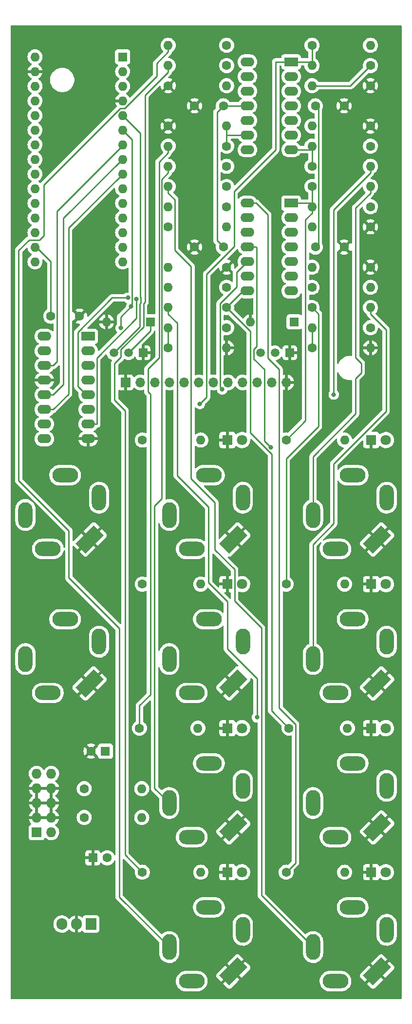
<source format=gtl>
G04 #@! TF.GenerationSoftware,KiCad,Pcbnew,(6.0.5)*
G04 #@! TF.CreationDate,2022-11-21T20:26:23-06:00*
G04 #@! TF.ProjectId,KosmoClockMain,4b6f736d-6f43-46c6-9f63-6b4d61696e2e,rev?*
G04 #@! TF.SameCoordinates,Original*
G04 #@! TF.FileFunction,Copper,L1,Top*
G04 #@! TF.FilePolarity,Positive*
%FSLAX46Y46*%
G04 Gerber Fmt 4.6, Leading zero omitted, Abs format (unit mm)*
G04 Created by KiCad (PCBNEW (6.0.5)) date 2022-11-21 20:26:23*
%MOMM*%
%LPD*%
G01*
G04 APERTURE LIST*
G04 Aperture macros list*
%AMRotRect*
0 Rectangle, with rotation*
0 The origin of the aperture is its center*
0 $1 length*
0 $2 width*
0 $3 Rotation angle, in degrees counterclockwise*
0 Add horizontal line*
21,1,$1,$2,0,0,$3*%
G04 Aperture macros list end*
G04 #@! TA.AperFunction,ComponentPad*
%ADD10O,4.500001X2.500000*%
G04 #@! TD*
G04 #@! TA.AperFunction,ComponentPad*
%ADD11O,2.500001X4.500001*%
G04 #@! TD*
G04 #@! TA.AperFunction,ComponentPad*
%ADD12RotRect,4.500001X2.500001X45.000000*%
G04 #@! TD*
G04 #@! TA.AperFunction,ComponentPad*
%ADD13O,2.500000X4.500000*%
G04 #@! TD*
G04 #@! TA.AperFunction,ComponentPad*
%ADD14O,4.500000X2.500000*%
G04 #@! TD*
G04 #@! TA.AperFunction,ComponentPad*
%ADD15R,1.800000X1.800000*%
G04 #@! TD*
G04 #@! TA.AperFunction,ComponentPad*
%ADD16C,1.800000*%
G04 #@! TD*
G04 #@! TA.AperFunction,ComponentPad*
%ADD17R,1.700000X1.700000*%
G04 #@! TD*
G04 #@! TA.AperFunction,ComponentPad*
%ADD18O,1.700000X1.700000*%
G04 #@! TD*
G04 #@! TA.AperFunction,ComponentPad*
%ADD19R,1.600000X1.600000*%
G04 #@! TD*
G04 #@! TA.AperFunction,ComponentPad*
%ADD20O,1.600000X1.600000*%
G04 #@! TD*
G04 #@! TA.AperFunction,ComponentPad*
%ADD21R,1.500000X1.500000*%
G04 #@! TD*
G04 #@! TA.AperFunction,ComponentPad*
%ADD22C,1.500000*%
G04 #@! TD*
G04 #@! TA.AperFunction,ComponentPad*
%ADD23C,1.600000*%
G04 #@! TD*
G04 #@! TA.AperFunction,ComponentPad*
%ADD24R,2.400000X1.600000*%
G04 #@! TD*
G04 #@! TA.AperFunction,ComponentPad*
%ADD25O,2.400000X1.600000*%
G04 #@! TD*
G04 #@! TA.AperFunction,ComponentPad*
%ADD26R,1.905000X2.000000*%
G04 #@! TD*
G04 #@! TA.AperFunction,ComponentPad*
%ADD27O,1.905000X2.000000*%
G04 #@! TD*
G04 #@! TA.AperFunction,ComponentPad*
%ADD28R,1.727200X1.727200*%
G04 #@! TD*
G04 #@! TA.AperFunction,ComponentPad*
%ADD29O,1.727200X1.727200*%
G04 #@! TD*
G04 #@! TA.AperFunction,ViaPad*
%ADD30C,0.800000*%
G04 #@! TD*
G04 #@! TA.AperFunction,Conductor*
%ADD31C,0.250000*%
G04 #@! TD*
G04 APERTURE END LIST*
D10*
X163000000Y-118600000D03*
D11*
X168900000Y-122500000D03*
D12*
X167240000Y-129740000D03*
D13*
X156100000Y-125500000D03*
D14*
X160000000Y-131400000D03*
D10*
X113000000Y-93600000D03*
D11*
X118900000Y-97500000D03*
D12*
X117240000Y-104740000D03*
D13*
X106100000Y-100500000D03*
D14*
X110000000Y-106400000D03*
D10*
X163000000Y-93600000D03*
D11*
X168900000Y-97500000D03*
D12*
X167240000Y-104740000D03*
D13*
X156100000Y-100500000D03*
D14*
X160000000Y-106400000D03*
D10*
X163000000Y-143600000D03*
D11*
X168900000Y-147500000D03*
D12*
X167240000Y-154740000D03*
D13*
X156100000Y-150500000D03*
D14*
X160000000Y-156400000D03*
D10*
X138000000Y-143600000D03*
D11*
X143900000Y-147500000D03*
D12*
X142240000Y-154740000D03*
D13*
X131100000Y-150500000D03*
D14*
X135000000Y-156400000D03*
D10*
X113000000Y-118600000D03*
D11*
X118900000Y-122500000D03*
D12*
X117240000Y-129740000D03*
D13*
X106100000Y-125500000D03*
D14*
X110000000Y-131400000D03*
D10*
X138000000Y-168600000D03*
D11*
X143900000Y-172500000D03*
D12*
X142240000Y-179740000D03*
D13*
X131100000Y-175500000D03*
D14*
X135000000Y-181400000D03*
D10*
X138000000Y-118600000D03*
D11*
X143900000Y-122500000D03*
D12*
X142240000Y-129740000D03*
D13*
X131100000Y-125500000D03*
D14*
X135000000Y-131400000D03*
D10*
X163000000Y-168600000D03*
D11*
X168900000Y-172500000D03*
D12*
X167240000Y-179740000D03*
D13*
X156100000Y-175500000D03*
D14*
X160000000Y-181400000D03*
D10*
X138000000Y-93600000D03*
D11*
X143900000Y-97500000D03*
D12*
X142240000Y-104740000D03*
D13*
X131100000Y-100500000D03*
D14*
X135000000Y-106400000D03*
D15*
X141225000Y-87500000D03*
D16*
X143765000Y-87500000D03*
D15*
X141225000Y-112500000D03*
D16*
X143765000Y-112500000D03*
D15*
X141225000Y-162500000D03*
D16*
X143765000Y-162500000D03*
D17*
X123525000Y-77500000D03*
D18*
X126065000Y-77500000D03*
X128605000Y-77500000D03*
X131145000Y-77500000D03*
X133685000Y-77500000D03*
X136225000Y-77500000D03*
X138765000Y-77500000D03*
X141305000Y-77500000D03*
X143845000Y-77500000D03*
X146385000Y-77500000D03*
X148925000Y-77500000D03*
X151465000Y-77500000D03*
D15*
X166225000Y-162500000D03*
D16*
X168765000Y-162500000D03*
D15*
X166225000Y-87500000D03*
D16*
X168765000Y-87500000D03*
D15*
X166225000Y-137500000D03*
D16*
X168765000Y-137500000D03*
D15*
X141225000Y-137500000D03*
D16*
X143765000Y-137500000D03*
D15*
X166225000Y-112500000D03*
D16*
X168765000Y-112500000D03*
D19*
X127810000Y-67000000D03*
D20*
X120190000Y-67000000D03*
D21*
X152040000Y-72360000D03*
D22*
X149500000Y-72360000D03*
X146960000Y-72360000D03*
D19*
X152810000Y-67000000D03*
D20*
X145190000Y-67000000D03*
D23*
X130920000Y-26000000D03*
D20*
X141080000Y-26000000D03*
D23*
X130920000Y-71500000D03*
D20*
X141080000Y-71500000D03*
D23*
X141080000Y-64500000D03*
D20*
X130920000Y-64500000D03*
D23*
X166080000Y-33000000D03*
D20*
X155920000Y-33000000D03*
D19*
X120000000Y-141500000D03*
D23*
X117500000Y-141500000D03*
X126420000Y-112500000D03*
D20*
X136580000Y-112500000D03*
D23*
X141080000Y-57500000D03*
D20*
X130920000Y-57500000D03*
D23*
X116317600Y-148000000D03*
D20*
X126317600Y-148000000D03*
D24*
X117000000Y-69500000D03*
D25*
X117000000Y-72040000D03*
X117000000Y-74580000D03*
X117000000Y-77120000D03*
X117000000Y-79660000D03*
X117000000Y-82200000D03*
X117000000Y-84740000D03*
X117000000Y-87280000D03*
X109380000Y-87280000D03*
X109380000Y-84740000D03*
X109380000Y-82200000D03*
X109380000Y-79660000D03*
X109380000Y-77120000D03*
X109380000Y-74580000D03*
X109380000Y-72040000D03*
X109380000Y-69500000D03*
D23*
X155920000Y-61000000D03*
D20*
X166080000Y-61000000D03*
D23*
X126420000Y-162500000D03*
D20*
X136580000Y-162500000D03*
D23*
X130920000Y-33000000D03*
D20*
X141080000Y-33000000D03*
D26*
X117500000Y-171500000D03*
D27*
X114960000Y-171500000D03*
X112420000Y-171500000D03*
D23*
X166080000Y-26000000D03*
D20*
X155920000Y-26000000D03*
D23*
X151420000Y-162500000D03*
D20*
X161580000Y-162500000D03*
D23*
X155920000Y-71500000D03*
D20*
X166080000Y-71500000D03*
D23*
X125920000Y-137500000D03*
D20*
X136080000Y-137500000D03*
D23*
X141080000Y-22500000D03*
D20*
X130920000Y-22500000D03*
D23*
X166080000Y-57500000D03*
D20*
X155920000Y-57500000D03*
D23*
X116317600Y-153000000D03*
D20*
X126317600Y-153000000D03*
D23*
X156500000Y-54000000D03*
X161500000Y-54000000D03*
X141080000Y-68000000D03*
D20*
X130920000Y-68000000D03*
D23*
X155920000Y-64500000D03*
D20*
X166080000Y-64500000D03*
D23*
X155920000Y-40000000D03*
D20*
X166080000Y-40000000D03*
D23*
X126420000Y-87500000D03*
D20*
X136580000Y-87500000D03*
D23*
X141080000Y-61000000D03*
D20*
X130920000Y-61000000D03*
D23*
X166080000Y-68000000D03*
D20*
X155920000Y-68000000D03*
D23*
X115500000Y-66000000D03*
X110500000Y-66000000D03*
X141080000Y-47000000D03*
D20*
X130920000Y-47000000D03*
D23*
X140500000Y-29500000D03*
X135500000Y-29500000D03*
X151920000Y-137500000D03*
D20*
X162080000Y-137500000D03*
D23*
X141080000Y-43500000D03*
D20*
X130920000Y-43500000D03*
D23*
X151420000Y-112500000D03*
D20*
X161580000Y-112500000D03*
D24*
X152300000Y-46375000D03*
D25*
X152300000Y-48915000D03*
X152300000Y-51455000D03*
X152300000Y-53995000D03*
X152300000Y-56535000D03*
X152300000Y-59075000D03*
X152300000Y-61615000D03*
X144680000Y-61615000D03*
X144680000Y-59075000D03*
X144680000Y-56535000D03*
X144680000Y-53995000D03*
X144680000Y-51455000D03*
X144680000Y-48915000D03*
X144680000Y-46375000D03*
D23*
X130920000Y-50500000D03*
D20*
X141080000Y-50500000D03*
D23*
X141080000Y-19000000D03*
D20*
X130920000Y-19000000D03*
D23*
X151420000Y-87500000D03*
D20*
X161580000Y-87500000D03*
D23*
X141080000Y-40000000D03*
D20*
X130920000Y-40000000D03*
D19*
X117817600Y-160000000D03*
D23*
X120317600Y-160000000D03*
D24*
X152300000Y-21875000D03*
D25*
X152300000Y-24415000D03*
X152300000Y-26955000D03*
X152300000Y-29495000D03*
X152300000Y-32035000D03*
X152300000Y-34575000D03*
X152300000Y-37115000D03*
X144680000Y-37115000D03*
X144680000Y-34575000D03*
X144680000Y-32035000D03*
X144680000Y-29495000D03*
X144680000Y-26955000D03*
X144680000Y-24415000D03*
X144680000Y-21875000D03*
D23*
X166080000Y-22500000D03*
D20*
X155920000Y-22500000D03*
D23*
X166080000Y-50500000D03*
D20*
X155920000Y-50500000D03*
D23*
X166080000Y-47000000D03*
D20*
X155920000Y-47000000D03*
D21*
X126540000Y-72360000D03*
D22*
X124000000Y-72360000D03*
X121460000Y-72360000D03*
D23*
X156500000Y-29500000D03*
X161500000Y-29500000D03*
X140500000Y-54000000D03*
X135500000Y-54000000D03*
D19*
X123000000Y-21000000D03*
D20*
X123000000Y-23540000D03*
X123000000Y-26080000D03*
X123000000Y-28620000D03*
X123000000Y-31160000D03*
X123000000Y-33700000D03*
X123000000Y-36240000D03*
X123000000Y-38780000D03*
X123000000Y-41320000D03*
X123000000Y-43860000D03*
X123000000Y-46400000D03*
X123000000Y-48940000D03*
X123000000Y-51480000D03*
X123000000Y-54020000D03*
X123000000Y-56560000D03*
X107760000Y-56560000D03*
X107760000Y-54020000D03*
X107760000Y-51480000D03*
X107760000Y-48940000D03*
X107760000Y-46400000D03*
X107760000Y-43860000D03*
X107760000Y-41320000D03*
X107760000Y-38780000D03*
X107760000Y-36240000D03*
X107760000Y-33700000D03*
X107760000Y-31160000D03*
X107760000Y-28620000D03*
X107760000Y-26080000D03*
X107760000Y-23540000D03*
X107760000Y-21000000D03*
D23*
X141080000Y-36500000D03*
D20*
X130920000Y-36500000D03*
D23*
X155920000Y-19000000D03*
D20*
X166080000Y-19000000D03*
D28*
X108047600Y-155580000D03*
D29*
X110587600Y-155580000D03*
X108047600Y-153040000D03*
X110587600Y-153040000D03*
X108047600Y-150500000D03*
X110587600Y-150500000D03*
X108047600Y-147960000D03*
X110587600Y-147960000D03*
X108047600Y-145420000D03*
X110587600Y-145420000D03*
D23*
X155920000Y-43500000D03*
D20*
X166080000Y-43500000D03*
D23*
X166080000Y-36500000D03*
D20*
X155920000Y-36500000D03*
D30*
X139200000Y-109000000D03*
X125500000Y-82200000D03*
X131300000Y-92600000D03*
X106000000Y-113700000D03*
X140700000Y-83700000D03*
X133500000Y-40600000D03*
X142400000Y-55600000D03*
X136200000Y-68400000D03*
X128000000Y-49200000D03*
X124488900Y-64296800D03*
X122645400Y-68051800D03*
X148773700Y-88789000D03*
X159700000Y-79600000D03*
X146352600Y-135622500D03*
X136422200Y-81227800D03*
X123916100Y-62816000D03*
X140306500Y-78710800D03*
X125403700Y-62994700D03*
D31*
X126100000Y-34260000D02*
X123000000Y-31160000D01*
X126128211Y-63683189D02*
X126128211Y-62694597D01*
X125967600Y-63843800D02*
X126128211Y-63683189D01*
X121460000Y-72360000D02*
X125967600Y-67852400D01*
X125967600Y-67852400D02*
X125967600Y-63843800D01*
X126128211Y-62694597D02*
X126100000Y-62666386D01*
X126100000Y-62666386D02*
X126100000Y-34260000D01*
X124600000Y-63156714D02*
X124640611Y-63116103D01*
X124488900Y-64296800D02*
X124600000Y-64185700D01*
X124600000Y-64185700D02*
X124600000Y-63156714D01*
X124640611Y-35340611D02*
X123000000Y-33700000D01*
X122645400Y-66140300D02*
X124488900Y-64296800D01*
X122645400Y-68051800D02*
X122645400Y-66140300D01*
X124640611Y-63116103D02*
X124640611Y-35340611D01*
X123000000Y-36240000D02*
X123000000Y-36400000D01*
X111624511Y-66465789D02*
X111600000Y-66490300D01*
X111624511Y-65534211D02*
X111624511Y-66465789D01*
X111600000Y-73885300D02*
X110905300Y-74580000D01*
X110905300Y-74580000D02*
X109380000Y-74580000D01*
X111600000Y-47800000D02*
X111600000Y-65509700D01*
X111600000Y-66490300D02*
X111600000Y-73885300D01*
X123000000Y-36400000D02*
X111600000Y-47800000D01*
X111600000Y-65509700D02*
X111624511Y-65534211D01*
X112700000Y-49000000D02*
X112700000Y-77865300D01*
X110905300Y-79660000D02*
X109380000Y-79660000D01*
X112700000Y-77865300D02*
X110905300Y-79660000D01*
X123000000Y-38780000D02*
X122920000Y-38780000D01*
X122920000Y-38780000D02*
X112700000Y-49000000D01*
X113600000Y-79505300D02*
X110905300Y-82200000D01*
X123000000Y-41320000D02*
X122980000Y-41320000D01*
X122980000Y-41320000D02*
X113600000Y-50700000D01*
X113600000Y-50700000D02*
X113600000Y-79505300D01*
X110905300Y-82200000D02*
X109380000Y-82200000D01*
X110500000Y-56500000D02*
X110500000Y-66000000D01*
X107760000Y-54020000D02*
X108020000Y-54020000D01*
X108020000Y-54020000D02*
X110500000Y-56500000D01*
X157046500Y-30046500D02*
X157046500Y-53453500D01*
X157046500Y-53453500D02*
X156500000Y-54000000D01*
X156500000Y-29500000D02*
X157046500Y-30046500D01*
X147655000Y-87670300D02*
X148773700Y-88789000D01*
X145828700Y-71791100D02*
X145828700Y-73415100D01*
X146205300Y-53995000D02*
X146334200Y-54123900D01*
X144680000Y-29495000D02*
X143154700Y-29495000D01*
X139400000Y-30600000D02*
X140500000Y-29500000D01*
X145828700Y-73415100D02*
X147655000Y-75241400D01*
X147655000Y-75241400D02*
X147655000Y-87670300D01*
X139400000Y-52900000D02*
X139400000Y-30600000D01*
X144680000Y-53995000D02*
X146205300Y-53995000D01*
X143149700Y-29500000D02*
X143154700Y-29495000D01*
X140500000Y-29500000D02*
X143149700Y-29500000D01*
X140500000Y-54000000D02*
X139400000Y-52900000D01*
X146334200Y-71285600D02*
X145828700Y-71791100D01*
X146334200Y-54123900D02*
X146334200Y-71285600D01*
X155920000Y-68000000D02*
X155920000Y-71500000D01*
X130920000Y-71500000D02*
X130920000Y-68000000D01*
X124000000Y-72360000D02*
X127810000Y-68550000D01*
X127810000Y-68550000D02*
X127810000Y-67000000D01*
X128524600Y-98960500D02*
X128524600Y-147924600D01*
X129794700Y-42250600D02*
X129794700Y-97690400D01*
X130920000Y-40000000D02*
X130920000Y-41125300D01*
X130920000Y-41125300D02*
X129794700Y-42250600D01*
X129794700Y-97690400D02*
X128524600Y-98960500D01*
X128524600Y-147924600D02*
X131100000Y-150500000D01*
X166080000Y-41125300D02*
X166080000Y-40000000D01*
X159670300Y-79570300D02*
X159670300Y-47535000D01*
X159670300Y-47535000D02*
X166080000Y-41125300D01*
X159700000Y-79600000D02*
X159670300Y-79570300D01*
X130920000Y-20125300D02*
X128900000Y-22145300D01*
X122400000Y-120171000D02*
X122400000Y-166800000D01*
X104900000Y-54600000D02*
X104900000Y-94494800D01*
X113620000Y-103214800D02*
X113620000Y-111391000D01*
X109258300Y-52041700D02*
X108550000Y-52750000D01*
X109258300Y-43243700D02*
X109258300Y-52041700D01*
X123349500Y-29890000D02*
X122612000Y-29890000D01*
X128900000Y-22145300D02*
X128900000Y-24339500D01*
X113620000Y-111391000D02*
X122400000Y-120171000D01*
X130920000Y-19000000D02*
X130920000Y-20125300D01*
X122612000Y-29890000D02*
X109258300Y-43243700D01*
X122400000Y-166800000D02*
X131100000Y-175500000D01*
X128900000Y-24339500D02*
X123349500Y-29890000D01*
X104900000Y-94494800D02*
X113620000Y-103214800D01*
X108550000Y-52750000D02*
X106750000Y-52750000D01*
X106750000Y-52750000D02*
X104900000Y-54600000D01*
X164474521Y-74182126D02*
X164474521Y-75817874D01*
X166080000Y-44625300D02*
X163500000Y-47205300D01*
X164474521Y-75817874D02*
X163500000Y-76792395D01*
X163500000Y-73207605D02*
X164474521Y-74182126D01*
X163500000Y-82942100D02*
X156100000Y-90342100D01*
X163500000Y-47205300D02*
X163500000Y-73207605D01*
X156100000Y-90342100D02*
X156100000Y-100500000D01*
X166080000Y-43500000D02*
X166080000Y-44625300D01*
X163500000Y-76792395D02*
X163500000Y-82942100D01*
X156100000Y-105600000D02*
X156100000Y-125500000D01*
X168800000Y-68345300D02*
X168800000Y-82500000D01*
X166080000Y-64500000D02*
X166080000Y-65625300D01*
X166080000Y-65625300D02*
X168800000Y-68345300D01*
X159682500Y-91617500D02*
X159682500Y-102017500D01*
X168800000Y-82500000D02*
X159682500Y-91617500D01*
X159682500Y-102017500D02*
X156100000Y-105600000D01*
X146352600Y-135622500D02*
X146352600Y-128889500D01*
X132470000Y-67175300D02*
X130920000Y-65625300D01*
X146352600Y-128889500D02*
X141196700Y-123733600D01*
X130920000Y-64500000D02*
X130920000Y-65625300D01*
X132470000Y-93649300D02*
X132470000Y-67175300D01*
X137931700Y-99111000D02*
X132470000Y-93649300D01*
X137931700Y-112260100D02*
X137931700Y-99111000D01*
X141196700Y-115525100D02*
X137931700Y-112260100D01*
X141196700Y-123733600D02*
X141196700Y-115525100D01*
X142450400Y-115448500D02*
X147115000Y-120113100D01*
X139023400Y-98350400D02*
X139023400Y-106542100D01*
X147115000Y-120113100D02*
X147115000Y-166515000D01*
X134886200Y-94213200D02*
X139023400Y-98350400D01*
X142450400Y-109969100D02*
X142450400Y-115448500D01*
X132052600Y-54544100D02*
X134886200Y-57377700D01*
X147115000Y-166515000D02*
X156100000Y-175500000D01*
X130920000Y-44625300D02*
X132052600Y-45757900D01*
X132052600Y-45757900D02*
X132052600Y-54544100D01*
X139023400Y-106542100D02*
X142450400Y-109969100D01*
X134886200Y-57377700D02*
X134886200Y-94213200D01*
X130920000Y-43500000D02*
X130920000Y-44625300D01*
X162580000Y-26000000D02*
X155920000Y-26000000D01*
X166080000Y-22500000D02*
X162580000Y-26000000D01*
X144680000Y-34575000D02*
X143154700Y-34575000D01*
X141080000Y-36500000D02*
X141080000Y-34575000D01*
X141080000Y-34575000D02*
X143154700Y-34575000D01*
X141080000Y-34575000D02*
X141080000Y-33000000D01*
X142392500Y-44337900D02*
X142392500Y-53904100D01*
X137589600Y-80060400D02*
X136422200Y-81227800D01*
X137589600Y-58707000D02*
X137589600Y-80060400D01*
X155920000Y-19000000D02*
X155920000Y-21875000D01*
X155920000Y-21875000D02*
X153825300Y-21875000D01*
X142392500Y-53904100D02*
X137589600Y-58707000D01*
X155920000Y-21875000D02*
X155920000Y-22500000D01*
X149600000Y-37130400D02*
X142392500Y-44337900D01*
X152300000Y-21875000D02*
X149600000Y-21875000D01*
X149600000Y-21875000D02*
X149600000Y-37130400D01*
X152300000Y-21875000D02*
X153825300Y-21875000D01*
X129326000Y-39219300D02*
X129326000Y-73228700D01*
X127800000Y-131700000D02*
X125920000Y-133580000D01*
X130920000Y-36500000D02*
X130920000Y-37625300D01*
X125920000Y-133580000D02*
X125920000Y-137500000D01*
X129326000Y-73228700D02*
X127387600Y-75167100D01*
X130920000Y-37625300D02*
X129326000Y-39219300D01*
X127800000Y-79566900D02*
X127800000Y-131700000D01*
X127387600Y-79154500D02*
X127800000Y-79566900D01*
X127387600Y-75167100D02*
X127387600Y-79154500D01*
X155920000Y-36500000D02*
X155920000Y-37115000D01*
X152300000Y-37115000D02*
X153825300Y-37115000D01*
X155920000Y-37115000D02*
X153825300Y-37115000D01*
X155920000Y-37115000D02*
X155920000Y-40000000D01*
X123400000Y-82400000D02*
X121600000Y-80600000D01*
X121600000Y-74185000D02*
X122700000Y-73085000D01*
X122700000Y-73085000D02*
X122700000Y-71791400D01*
X126900000Y-27645300D02*
X130920000Y-23625300D01*
X126611500Y-63836800D02*
X126900000Y-63548300D01*
X122700000Y-71791400D02*
X126611500Y-67879900D01*
X123400000Y-159480000D02*
X123400000Y-82400000D01*
X130920000Y-23625300D02*
X130920000Y-22500000D01*
X126420000Y-162500000D02*
X123400000Y-159480000D01*
X126900000Y-63548300D02*
X126900000Y-27645300D01*
X126611500Y-67879900D02*
X126611500Y-63836800D01*
X121600000Y-80600000D02*
X121600000Y-74185000D01*
X155920000Y-46375000D02*
X153825300Y-46375000D01*
X154794700Y-49250600D02*
X154794700Y-84125300D01*
X155920000Y-48125300D02*
X154794700Y-49250600D01*
X154794700Y-84125300D02*
X151420000Y-87500000D01*
X155920000Y-46375000D02*
X155920000Y-47000000D01*
X155920000Y-47000000D02*
X155920000Y-48125300D01*
X155920000Y-43500000D02*
X155920000Y-46375000D01*
X152300000Y-46375000D02*
X153825300Y-46375000D01*
X157047100Y-65627100D02*
X157047100Y-85102900D01*
X155920000Y-64500000D02*
X157047100Y-65627100D01*
X151420000Y-90730000D02*
X151420000Y-112500000D01*
X157047100Y-85102900D02*
X151420000Y-90730000D01*
X141080000Y-64500000D02*
X145169600Y-68589600D01*
X143965000Y-61615000D02*
X141080000Y-64500000D01*
X144680000Y-61615000D02*
X143965000Y-61615000D01*
X148900100Y-134480100D02*
X151920000Y-137500000D01*
X148900100Y-89941100D02*
X148900100Y-134480100D01*
X145169600Y-86210600D02*
X148900100Y-89941100D01*
X145169600Y-68589600D02*
X145169600Y-86210600D01*
X153053400Y-136833200D02*
X150195000Y-133974800D01*
X148230000Y-73276400D02*
X148230000Y-48399700D01*
X150195000Y-133974800D02*
X150195000Y-75241400D01*
X153053400Y-160866600D02*
X153053400Y-136833200D01*
X148230000Y-48399700D02*
X146205300Y-46375000D01*
X144680000Y-46375000D02*
X146205300Y-46375000D01*
X150195000Y-75241400D02*
X148230000Y-73276400D01*
X151420000Y-162500000D02*
X153053400Y-160866600D01*
X116660000Y-79660000D02*
X115200000Y-78200000D01*
X121165300Y-62816000D02*
X123916100Y-62816000D01*
X115200000Y-78200000D02*
X115200000Y-68781300D01*
X117000000Y-79660000D02*
X116660000Y-79660000D01*
X115200000Y-68781300D02*
X121165300Y-62816000D01*
X139940400Y-78344700D02*
X140306500Y-78710800D01*
X142800000Y-60923700D02*
X139940400Y-63783300D01*
X144680000Y-56535000D02*
X142800000Y-58415000D01*
X142800000Y-58415000D02*
X142800000Y-60923700D01*
X139940400Y-63783300D02*
X139940400Y-78344700D01*
X125403700Y-62994700D02*
X125403700Y-66372300D01*
X117000000Y-84740000D02*
X118525300Y-84740000D01*
X118525300Y-73250700D02*
X118525300Y-84740000D01*
X125403700Y-66372300D02*
X118525300Y-73250700D01*
G04 #@! TA.AperFunction,Conductor*
G36*
X171433621Y-15528502D02*
G01*
X171480114Y-15582158D01*
X171491500Y-15634500D01*
X171491500Y-184365500D01*
X171471498Y-184433621D01*
X171417842Y-184480114D01*
X171365500Y-184491500D01*
X103634500Y-184491500D01*
X103566379Y-184471498D01*
X103519886Y-184417842D01*
X103508500Y-184365500D01*
X103508500Y-181507655D01*
X132239858Y-181507655D01*
X132275104Y-181766638D01*
X132276412Y-181771124D01*
X132276412Y-181771126D01*
X132296098Y-181838664D01*
X132348243Y-182017567D01*
X132457668Y-182254928D01*
X132460231Y-182258837D01*
X132598410Y-182469596D01*
X132598414Y-182469601D01*
X132600976Y-182473509D01*
X132775018Y-182668506D01*
X132975970Y-182835637D01*
X132979973Y-182838066D01*
X133195422Y-182968804D01*
X133195426Y-182968806D01*
X133199419Y-182971229D01*
X133440455Y-183072303D01*
X133693783Y-183136641D01*
X133698434Y-183137109D01*
X133698438Y-183137110D01*
X133891308Y-183156531D01*
X133910867Y-183158500D01*
X136066354Y-183158500D01*
X136068679Y-183158327D01*
X136068685Y-183158327D01*
X136256000Y-183144407D01*
X136256004Y-183144406D01*
X136260652Y-183144061D01*
X136265200Y-183143032D01*
X136265206Y-183143031D01*
X136451601Y-183100853D01*
X136515577Y-183086377D01*
X136551769Y-183072303D01*
X136754824Y-182993340D01*
X136754827Y-182993339D01*
X136759177Y-182991647D01*
X136986098Y-182861951D01*
X137191357Y-182700138D01*
X137370443Y-182509763D01*
X137519424Y-182295009D01*
X137635025Y-182060593D01*
X137695734Y-181870937D01*
X140474603Y-181870937D01*
X140474734Y-181872770D01*
X140478985Y-181879385D01*
X141205267Y-182605667D01*
X141210350Y-182610228D01*
X141250224Y-182642289D01*
X141263578Y-182650512D01*
X141380675Y-182703752D01*
X141397736Y-182708741D01*
X141524004Y-182726824D01*
X141541782Y-182726824D01*
X141668050Y-182708741D01*
X141685111Y-182703752D01*
X141802209Y-182650512D01*
X141815563Y-182642289D01*
X141855437Y-182610229D01*
X141860519Y-182605668D01*
X142958531Y-181507655D01*
X157239858Y-181507655D01*
X157275104Y-181766638D01*
X157276412Y-181771124D01*
X157276412Y-181771126D01*
X157296098Y-181838664D01*
X157348243Y-182017567D01*
X157457668Y-182254928D01*
X157460231Y-182258837D01*
X157598410Y-182469596D01*
X157598414Y-182469601D01*
X157600976Y-182473509D01*
X157775018Y-182668506D01*
X157975970Y-182835637D01*
X157979973Y-182838066D01*
X158195422Y-182968804D01*
X158195426Y-182968806D01*
X158199419Y-182971229D01*
X158440455Y-183072303D01*
X158693783Y-183136641D01*
X158698434Y-183137109D01*
X158698438Y-183137110D01*
X158891308Y-183156531D01*
X158910867Y-183158500D01*
X161066354Y-183158500D01*
X161068679Y-183158327D01*
X161068685Y-183158327D01*
X161256000Y-183144407D01*
X161256004Y-183144406D01*
X161260652Y-183144061D01*
X161265200Y-183143032D01*
X161265206Y-183143031D01*
X161451601Y-183100853D01*
X161515577Y-183086377D01*
X161551769Y-183072303D01*
X161754824Y-182993340D01*
X161754827Y-182993339D01*
X161759177Y-182991647D01*
X161986098Y-182861951D01*
X162191357Y-182700138D01*
X162370443Y-182509763D01*
X162519424Y-182295009D01*
X162635025Y-182060593D01*
X162695734Y-181870937D01*
X165474603Y-181870937D01*
X165474734Y-181872770D01*
X165478985Y-181879385D01*
X166205267Y-182605667D01*
X166210350Y-182610228D01*
X166250224Y-182642289D01*
X166263578Y-182650512D01*
X166380675Y-182703752D01*
X166397736Y-182708741D01*
X166524004Y-182726824D01*
X166541782Y-182726824D01*
X166668050Y-182708741D01*
X166685111Y-182703752D01*
X166802209Y-182650512D01*
X166815563Y-182642289D01*
X166855437Y-182610229D01*
X166860519Y-182605668D01*
X168290676Y-181175510D01*
X168298290Y-181161566D01*
X168298159Y-181159732D01*
X168293910Y-181153120D01*
X167252812Y-180112022D01*
X167238868Y-180104408D01*
X167237035Y-180104539D01*
X167230420Y-180108790D01*
X165482217Y-181856993D01*
X165474603Y-181870937D01*
X162695734Y-181870937D01*
X162700198Y-181856993D01*
X162713280Y-181816123D01*
X162714707Y-181811665D01*
X162756721Y-181553693D01*
X162760142Y-181292345D01*
X162724896Y-181033362D01*
X162710473Y-180983877D01*
X162656379Y-180798290D01*
X162651757Y-180782433D01*
X162542332Y-180545072D01*
X162483931Y-180455996D01*
X164253176Y-180455996D01*
X164271259Y-180582264D01*
X164276248Y-180599325D01*
X164329487Y-180716420D01*
X164337712Y-180729777D01*
X164369779Y-180769661D01*
X164374319Y-180774720D01*
X165097387Y-181497787D01*
X165111325Y-181505398D01*
X165113161Y-181505266D01*
X165119773Y-181501017D01*
X166867978Y-179752812D01*
X166874356Y-179741132D01*
X167604408Y-179741132D01*
X167604539Y-179742965D01*
X167608790Y-179749580D01*
X168649886Y-180790676D01*
X168663830Y-180798290D01*
X168665663Y-180798159D01*
X168672278Y-180793908D01*
X170105667Y-179360519D01*
X170110229Y-179355435D01*
X170142290Y-179315562D01*
X170150511Y-179302211D01*
X170203752Y-179185111D01*
X170208741Y-179168050D01*
X170226824Y-179041782D01*
X170226824Y-179024004D01*
X170208741Y-178897736D01*
X170203752Y-178880675D01*
X170150513Y-178763580D01*
X170142288Y-178750223D01*
X170110221Y-178710339D01*
X170105681Y-178705280D01*
X169382613Y-177982213D01*
X169368675Y-177974602D01*
X169366839Y-177974734D01*
X169360227Y-177978983D01*
X167612022Y-179727188D01*
X167604408Y-179741132D01*
X166874356Y-179741132D01*
X166875592Y-179738868D01*
X166875461Y-179737035D01*
X166871210Y-179730420D01*
X165830114Y-178689324D01*
X165816170Y-178681710D01*
X165814337Y-178681841D01*
X165807722Y-178686092D01*
X164374333Y-180119481D01*
X164369771Y-180124565D01*
X164337710Y-180164438D01*
X164329489Y-180177789D01*
X164276248Y-180294889D01*
X164271259Y-180311950D01*
X164253176Y-180438218D01*
X164253176Y-180455996D01*
X162483931Y-180455996D01*
X162401590Y-180330404D01*
X162401586Y-180330399D01*
X162399024Y-180326491D01*
X162224982Y-180131494D01*
X162024030Y-179964363D01*
X161976844Y-179935730D01*
X161804578Y-179831196D01*
X161804574Y-179831194D01*
X161800581Y-179828771D01*
X161559545Y-179727697D01*
X161306217Y-179663359D01*
X161301566Y-179662891D01*
X161301562Y-179662890D01*
X161092271Y-179641816D01*
X161089133Y-179641500D01*
X158933646Y-179641500D01*
X158931321Y-179641673D01*
X158931315Y-179641673D01*
X158744000Y-179655593D01*
X158743996Y-179655594D01*
X158739348Y-179655939D01*
X158734800Y-179656968D01*
X158734794Y-179656969D01*
X158548399Y-179699147D01*
X158484423Y-179713623D01*
X158480071Y-179715315D01*
X158480069Y-179715316D01*
X158245176Y-179806660D01*
X158245173Y-179806661D01*
X158240823Y-179808353D01*
X158013902Y-179938049D01*
X157808643Y-180099862D01*
X157629557Y-180290237D01*
X157480576Y-180504991D01*
X157478510Y-180509181D01*
X157478508Y-180509184D01*
X157434056Y-180599325D01*
X157364975Y-180739407D01*
X157363553Y-180743850D01*
X157363552Y-180743852D01*
X157286720Y-180983877D01*
X157285293Y-180988335D01*
X157243279Y-181246307D01*
X157239858Y-181507655D01*
X142958531Y-181507655D01*
X143290676Y-181175510D01*
X143298290Y-181161566D01*
X143298159Y-181159732D01*
X143293910Y-181153120D01*
X142252812Y-180112022D01*
X142238868Y-180104408D01*
X142237035Y-180104539D01*
X142230420Y-180108790D01*
X140482217Y-181856993D01*
X140474603Y-181870937D01*
X137695734Y-181870937D01*
X137700198Y-181856993D01*
X137713280Y-181816123D01*
X137714707Y-181811665D01*
X137756721Y-181553693D01*
X137760142Y-181292345D01*
X137724896Y-181033362D01*
X137710473Y-180983877D01*
X137656379Y-180798290D01*
X137651757Y-180782433D01*
X137542332Y-180545072D01*
X137483931Y-180455996D01*
X139253176Y-180455996D01*
X139271259Y-180582264D01*
X139276248Y-180599325D01*
X139329487Y-180716420D01*
X139337712Y-180729777D01*
X139369779Y-180769661D01*
X139374319Y-180774720D01*
X140097387Y-181497787D01*
X140111325Y-181505398D01*
X140113161Y-181505266D01*
X140119773Y-181501017D01*
X141867978Y-179752812D01*
X141874356Y-179741132D01*
X142604408Y-179741132D01*
X142604539Y-179742965D01*
X142608790Y-179749580D01*
X143649886Y-180790676D01*
X143663830Y-180798290D01*
X143665663Y-180798159D01*
X143672278Y-180793908D01*
X145105667Y-179360519D01*
X145110229Y-179355435D01*
X145142290Y-179315562D01*
X145150511Y-179302211D01*
X145203752Y-179185111D01*
X145208741Y-179168050D01*
X145226824Y-179041782D01*
X145226824Y-179024004D01*
X145208741Y-178897736D01*
X145203752Y-178880675D01*
X145150513Y-178763580D01*
X145142288Y-178750223D01*
X145110221Y-178710339D01*
X145105681Y-178705280D01*
X144718834Y-178318434D01*
X166181710Y-178318434D01*
X166181841Y-178320268D01*
X166186090Y-178326880D01*
X167227188Y-179367978D01*
X167241132Y-179375592D01*
X167242965Y-179375461D01*
X167249580Y-179371210D01*
X168997783Y-177623007D01*
X169005397Y-177609063D01*
X169005266Y-177607230D01*
X169001015Y-177600615D01*
X168274733Y-176874333D01*
X168269650Y-176869772D01*
X168229776Y-176837711D01*
X168216422Y-176829488D01*
X168099325Y-176776248D01*
X168082264Y-176771259D01*
X167955996Y-176753176D01*
X167938218Y-176753176D01*
X167811950Y-176771259D01*
X167794889Y-176776248D01*
X167677791Y-176829488D01*
X167664437Y-176837711D01*
X167624563Y-176869771D01*
X167619481Y-176874332D01*
X166189324Y-178304490D01*
X166181710Y-178318434D01*
X144718834Y-178318434D01*
X144382613Y-177982213D01*
X144368675Y-177974602D01*
X144366839Y-177974734D01*
X144360227Y-177978983D01*
X142612022Y-179727188D01*
X142604408Y-179741132D01*
X141874356Y-179741132D01*
X141875592Y-179738868D01*
X141875461Y-179737035D01*
X141871210Y-179730420D01*
X140830114Y-178689324D01*
X140816170Y-178681710D01*
X140814337Y-178681841D01*
X140807722Y-178686092D01*
X139374333Y-180119481D01*
X139369771Y-180124565D01*
X139337710Y-180164438D01*
X139329489Y-180177789D01*
X139276248Y-180294889D01*
X139271259Y-180311950D01*
X139253176Y-180438218D01*
X139253176Y-180455996D01*
X137483931Y-180455996D01*
X137401590Y-180330404D01*
X137401586Y-180330399D01*
X137399024Y-180326491D01*
X137224982Y-180131494D01*
X137024030Y-179964363D01*
X136976844Y-179935730D01*
X136804578Y-179831196D01*
X136804574Y-179831194D01*
X136800581Y-179828771D01*
X136559545Y-179727697D01*
X136306217Y-179663359D01*
X136301566Y-179662891D01*
X136301562Y-179662890D01*
X136092271Y-179641816D01*
X136089133Y-179641500D01*
X133933646Y-179641500D01*
X133931321Y-179641673D01*
X133931315Y-179641673D01*
X133744000Y-179655593D01*
X133743996Y-179655594D01*
X133739348Y-179655939D01*
X133734800Y-179656968D01*
X133734794Y-179656969D01*
X133548399Y-179699147D01*
X133484423Y-179713623D01*
X133480071Y-179715315D01*
X133480069Y-179715316D01*
X133245176Y-179806660D01*
X133245173Y-179806661D01*
X133240823Y-179808353D01*
X133013902Y-179938049D01*
X132808643Y-180099862D01*
X132629557Y-180290237D01*
X132480576Y-180504991D01*
X132478510Y-180509181D01*
X132478508Y-180509184D01*
X132434056Y-180599325D01*
X132364975Y-180739407D01*
X132363553Y-180743850D01*
X132363552Y-180743852D01*
X132286720Y-180983877D01*
X132285293Y-180988335D01*
X132243279Y-181246307D01*
X132239858Y-181507655D01*
X103508500Y-181507655D01*
X103508500Y-178318434D01*
X141181710Y-178318434D01*
X141181841Y-178320268D01*
X141186090Y-178326880D01*
X142227188Y-179367978D01*
X142241132Y-179375592D01*
X142242965Y-179375461D01*
X142249580Y-179371210D01*
X143997783Y-177623007D01*
X144005397Y-177609063D01*
X144005266Y-177607230D01*
X144001015Y-177600615D01*
X143274733Y-176874333D01*
X143269650Y-176869772D01*
X143229776Y-176837711D01*
X143216422Y-176829488D01*
X143099325Y-176776248D01*
X143082264Y-176771259D01*
X142955996Y-176753176D01*
X142938218Y-176753176D01*
X142811950Y-176771259D01*
X142794889Y-176776248D01*
X142677791Y-176829488D01*
X142664437Y-176837711D01*
X142624563Y-176869771D01*
X142619481Y-176874332D01*
X141189324Y-178304490D01*
X141181710Y-178318434D01*
X103508500Y-178318434D01*
X103508500Y-171608402D01*
X110959000Y-171608402D01*
X110959212Y-171610975D01*
X110959212Y-171610986D01*
X110967513Y-171711946D01*
X110973678Y-171786937D01*
X111032206Y-172019944D01*
X111128003Y-172240263D01*
X111258498Y-172441977D01*
X111420186Y-172619670D01*
X111485305Y-172671098D01*
X111604670Y-172765367D01*
X111604675Y-172765370D01*
X111608724Y-172768568D01*
X111613240Y-172771061D01*
X111613243Y-172771063D01*
X111814526Y-172882177D01*
X111814530Y-172882179D01*
X111819050Y-172884674D01*
X111823919Y-172886398D01*
X111823923Y-172886400D01*
X112040640Y-172963144D01*
X112040644Y-172963145D01*
X112045515Y-172964870D01*
X112050608Y-172965777D01*
X112050611Y-172965778D01*
X112276948Y-173006095D01*
X112276954Y-173006096D01*
X112282037Y-173007001D01*
X112369400Y-173008068D01*
X112517093Y-173009873D01*
X112517095Y-173009873D01*
X112522263Y-173009936D01*
X112759744Y-172973596D01*
X112871997Y-172936906D01*
X112983183Y-172900566D01*
X112983189Y-172900563D01*
X112988101Y-172898958D01*
X112992687Y-172896571D01*
X112992691Y-172896569D01*
X113196607Y-172790416D01*
X113201200Y-172788025D01*
X113356932Y-172671098D01*
X113389185Y-172646882D01*
X113389188Y-172646880D01*
X113393320Y-172643777D01*
X113559301Y-172470088D01*
X113584840Y-172432649D01*
X113639751Y-172387648D01*
X113710275Y-172379477D01*
X113774022Y-172410731D01*
X113794716Y-172435210D01*
X113796085Y-172437326D01*
X113802378Y-172445498D01*
X113957050Y-172615480D01*
X113964583Y-172622506D01*
X114144944Y-172764945D01*
X114153531Y-172770650D01*
X114354722Y-172881714D01*
X114364134Y-172885944D01*
X114580768Y-172962659D01*
X114590739Y-172965293D01*
X114688163Y-172982647D01*
X114701460Y-172981187D01*
X114705543Y-172968096D01*
X115214000Y-172968096D01*
X115217918Y-172981440D01*
X115232194Y-172983427D01*
X115294515Y-172973890D01*
X115304543Y-172971501D01*
X115522988Y-172900102D01*
X115532497Y-172896105D01*
X115736344Y-172789989D01*
X115745061Y-172784500D01*
X115896099Y-172671098D01*
X115962584Y-172646193D01*
X116031980Y-172661186D01*
X116082253Y-172711316D01*
X116089732Y-172727625D01*
X116096885Y-172746705D01*
X116184239Y-172863261D01*
X116300795Y-172950615D01*
X116437184Y-173001745D01*
X116499366Y-173008500D01*
X118500634Y-173008500D01*
X118562816Y-173001745D01*
X118699205Y-172950615D01*
X118815761Y-172863261D01*
X118903115Y-172746705D01*
X118954245Y-172610316D01*
X118961000Y-172548134D01*
X118961000Y-170451866D01*
X118954245Y-170389684D01*
X118903115Y-170253295D01*
X118815761Y-170136739D01*
X118699205Y-170049385D01*
X118562816Y-169998255D01*
X118500634Y-169991500D01*
X116499366Y-169991500D01*
X116437184Y-169998255D01*
X116300795Y-170049385D01*
X116184239Y-170136739D01*
X116096885Y-170253295D01*
X116089242Y-170273683D01*
X116046599Y-170330447D01*
X115980038Y-170355146D01*
X115910689Y-170339938D01*
X115893168Y-170328334D01*
X115775056Y-170235055D01*
X115766469Y-170229350D01*
X115565278Y-170118286D01*
X115555866Y-170114056D01*
X115339232Y-170037341D01*
X115329261Y-170034707D01*
X115231837Y-170017353D01*
X115218540Y-170018813D01*
X115214000Y-170033370D01*
X115214000Y-172968096D01*
X114705543Y-172968096D01*
X114706000Y-172966630D01*
X114706000Y-170031904D01*
X114702082Y-170018560D01*
X114687806Y-170016573D01*
X114625485Y-170026110D01*
X114615457Y-170028499D01*
X114397012Y-170099898D01*
X114387503Y-170103895D01*
X114183656Y-170210011D01*
X114174931Y-170215505D01*
X113991148Y-170353493D01*
X113983441Y-170360336D01*
X113824661Y-170526491D01*
X113818177Y-170534498D01*
X113795763Y-170567356D01*
X113740852Y-170612359D01*
X113670328Y-170620532D01*
X113606580Y-170589278D01*
X113585884Y-170564796D01*
X113584311Y-170562365D01*
X113581502Y-170558023D01*
X113419814Y-170380330D01*
X113329042Y-170308643D01*
X113235330Y-170234633D01*
X113235325Y-170234630D01*
X113231276Y-170231432D01*
X113226760Y-170228939D01*
X113226757Y-170228937D01*
X113025474Y-170117823D01*
X113025470Y-170117821D01*
X113020950Y-170115326D01*
X113016081Y-170113602D01*
X113016077Y-170113600D01*
X112799360Y-170036856D01*
X112799356Y-170036855D01*
X112794485Y-170035130D01*
X112789392Y-170034223D01*
X112789389Y-170034222D01*
X112563052Y-169993905D01*
X112563046Y-169993904D01*
X112557963Y-169992999D01*
X112465474Y-169991869D01*
X112322907Y-169990127D01*
X112322905Y-169990127D01*
X112317737Y-169990064D01*
X112080256Y-170026404D01*
X111980347Y-170059059D01*
X111856817Y-170099434D01*
X111856811Y-170099437D01*
X111851899Y-170101042D01*
X111847313Y-170103429D01*
X111847309Y-170103431D01*
X111721730Y-170168804D01*
X111638800Y-170211975D01*
X111616209Y-170228937D01*
X111468370Y-170339938D01*
X111446680Y-170356223D01*
X111443108Y-170359961D01*
X111295999Y-170513902D01*
X111280699Y-170529912D01*
X111277785Y-170534184D01*
X111165069Y-170699419D01*
X111145314Y-170728378D01*
X111143140Y-170733061D01*
X111143138Y-170733065D01*
X111046342Y-170941595D01*
X111044163Y-170946290D01*
X110979960Y-171177798D01*
X110959000Y-171373928D01*
X110959000Y-171608402D01*
X103508500Y-171608402D01*
X103508500Y-160844669D01*
X116509601Y-160844669D01*
X116509971Y-160851490D01*
X116515495Y-160902352D01*
X116519121Y-160917604D01*
X116564276Y-161038054D01*
X116572814Y-161053649D01*
X116649315Y-161155724D01*
X116661876Y-161168285D01*
X116763951Y-161244786D01*
X116779546Y-161253324D01*
X116899994Y-161298478D01*
X116915249Y-161302105D01*
X116966114Y-161307631D01*
X116972928Y-161308000D01*
X117545485Y-161308000D01*
X117560724Y-161303525D01*
X117561929Y-161302135D01*
X117563600Y-161294452D01*
X117563600Y-160272115D01*
X117559125Y-160256876D01*
X117557735Y-160255671D01*
X117550052Y-160254000D01*
X116527716Y-160254000D01*
X116512477Y-160258475D01*
X116511272Y-160259865D01*
X116509601Y-160267548D01*
X116509601Y-160844669D01*
X103508500Y-160844669D01*
X103508500Y-159727885D01*
X116509600Y-159727885D01*
X116514075Y-159743124D01*
X116515465Y-159744329D01*
X116523148Y-159746000D01*
X117545485Y-159746000D01*
X117560724Y-159741525D01*
X117561929Y-159740135D01*
X117563600Y-159732452D01*
X117563600Y-158710116D01*
X117559125Y-158694877D01*
X117557735Y-158693672D01*
X117550052Y-158692001D01*
X116972931Y-158692001D01*
X116966110Y-158692371D01*
X116915248Y-158697895D01*
X116899996Y-158701521D01*
X116779546Y-158746676D01*
X116763951Y-158755214D01*
X116661876Y-158831715D01*
X116649315Y-158844276D01*
X116572814Y-158946351D01*
X116564276Y-158961946D01*
X116519122Y-159082394D01*
X116515495Y-159097649D01*
X116509969Y-159148514D01*
X116509600Y-159155328D01*
X116509600Y-159727885D01*
X103508500Y-159727885D01*
X103508500Y-156491734D01*
X106675500Y-156491734D01*
X106682255Y-156553916D01*
X106733385Y-156690305D01*
X106820739Y-156806861D01*
X106937295Y-156894215D01*
X107073684Y-156945345D01*
X107135866Y-156952100D01*
X108959334Y-156952100D01*
X109021516Y-156945345D01*
X109157905Y-156894215D01*
X109274461Y-156806861D01*
X109361815Y-156690305D01*
X109399813Y-156588946D01*
X109442454Y-156532181D01*
X109509016Y-156507481D01*
X109578365Y-156522688D01*
X109613031Y-156550676D01*
X109624302Y-156563687D01*
X109797899Y-156707810D01*
X109802351Y-156710412D01*
X109802356Y-156710415D01*
X109955116Y-156799681D01*
X109992703Y-156821645D01*
X110203484Y-156902134D01*
X110208552Y-156903165D01*
X110208555Y-156903166D01*
X110317004Y-156925230D01*
X110424581Y-156947117D01*
X110429756Y-156947307D01*
X110429758Y-156947307D01*
X110644892Y-156955196D01*
X110644896Y-156955196D01*
X110650056Y-156955385D01*
X110655176Y-156954729D01*
X110655178Y-156954729D01*
X110750085Y-156942571D01*
X110873853Y-156926716D01*
X110878802Y-156925231D01*
X110878808Y-156925230D01*
X111085013Y-156863365D01*
X111085012Y-156863365D01*
X111089963Y-156861880D01*
X111192465Y-156811665D01*
X111287931Y-156764897D01*
X111287936Y-156764894D01*
X111292582Y-156762618D01*
X111296792Y-156759615D01*
X111296797Y-156759612D01*
X111472055Y-156634601D01*
X111472059Y-156634597D01*
X111476267Y-156631596D01*
X111636087Y-156472333D01*
X111767750Y-156289105D01*
X111867718Y-156086835D01*
X111933308Y-155870952D01*
X111942874Y-155798290D01*
X111962321Y-155650578D01*
X111962322Y-155650572D01*
X111962758Y-155647256D01*
X111964402Y-155580000D01*
X111945915Y-155355132D01*
X111890949Y-155136304D01*
X111800980Y-154929391D01*
X111686746Y-154752812D01*
X111681234Y-154744291D01*
X111681232Y-154744288D01*
X111678426Y-154739951D01*
X111526577Y-154573071D01*
X111522526Y-154569872D01*
X111522522Y-154569868D01*
X111353566Y-154436434D01*
X111353562Y-154436432D01*
X111349511Y-154433232D01*
X111344987Y-154430734D01*
X111344983Y-154430732D01*
X111325648Y-154420058D01*
X111275679Y-154369625D01*
X111260908Y-154300182D01*
X111286026Y-154233777D01*
X111313376Y-154207172D01*
X111471736Y-154094216D01*
X111479603Y-154087567D01*
X111632045Y-153935656D01*
X111638722Y-153927811D01*
X111764302Y-153753047D01*
X111769613Y-153744208D01*
X111864958Y-153551292D01*
X111868756Y-153541699D01*
X111931316Y-153335791D01*
X111933493Y-153325721D01*
X111935305Y-153311960D01*
X111933093Y-153297778D01*
X111919936Y-153294000D01*
X106716883Y-153294000D01*
X106703352Y-153297973D01*
X106701915Y-153307966D01*
X106733142Y-153446528D01*
X106736221Y-153456356D01*
X106817189Y-153655756D01*
X106821832Y-153664947D01*
X106934282Y-153848448D01*
X106940365Y-153856759D01*
X107081261Y-154019413D01*
X107081895Y-154020034D01*
X107082071Y-154020348D01*
X107084653Y-154023329D01*
X107084038Y-154023862D01*
X107116573Y-154081985D01*
X107112253Y-154152850D01*
X107070306Y-154210130D01*
X107037971Y-154228043D01*
X106977881Y-154250570D01*
X106937295Y-154265785D01*
X106820739Y-154353139D01*
X106733385Y-154469695D01*
X106682255Y-154606084D01*
X106675500Y-154668266D01*
X106675500Y-156491734D01*
X103508500Y-156491734D01*
X103508500Y-153000000D01*
X115004102Y-153000000D01*
X115024057Y-153228087D01*
X115025481Y-153233400D01*
X115025481Y-153233402D01*
X115048266Y-153318434D01*
X115083316Y-153449243D01*
X115085639Y-153454224D01*
X115085639Y-153454225D01*
X115177751Y-153651762D01*
X115177754Y-153651767D01*
X115180077Y-153656749D01*
X115241317Y-153744208D01*
X115260005Y-153770897D01*
X115311402Y-153844300D01*
X115473300Y-154006198D01*
X115477808Y-154009355D01*
X115477811Y-154009357D01*
X115555989Y-154064098D01*
X115660851Y-154137523D01*
X115665833Y-154139846D01*
X115665838Y-154139849D01*
X115854973Y-154228043D01*
X115868357Y-154234284D01*
X115873665Y-154235706D01*
X115873667Y-154235707D01*
X116084198Y-154292119D01*
X116084200Y-154292119D01*
X116089513Y-154293543D01*
X116317600Y-154313498D01*
X116545687Y-154293543D01*
X116551000Y-154292119D01*
X116551002Y-154292119D01*
X116761533Y-154235707D01*
X116761535Y-154235706D01*
X116766843Y-154234284D01*
X116780227Y-154228043D01*
X116969362Y-154139849D01*
X116969367Y-154139846D01*
X116974349Y-154137523D01*
X117079211Y-154064098D01*
X117157389Y-154009357D01*
X117157392Y-154009355D01*
X117161900Y-154006198D01*
X117323798Y-153844300D01*
X117375196Y-153770897D01*
X117393883Y-153744208D01*
X117455123Y-153656749D01*
X117457446Y-153651767D01*
X117457449Y-153651762D01*
X117549561Y-153454225D01*
X117549561Y-153454224D01*
X117551884Y-153449243D01*
X117586935Y-153318434D01*
X117609719Y-153233402D01*
X117609719Y-153233400D01*
X117611143Y-153228087D01*
X117631098Y-153000000D01*
X117611143Y-152771913D01*
X117609719Y-152766598D01*
X117553307Y-152556067D01*
X117553306Y-152556065D01*
X117551884Y-152550757D01*
X117549561Y-152545775D01*
X117457449Y-152348238D01*
X117457446Y-152348233D01*
X117455123Y-152343251D01*
X117358039Y-152204601D01*
X117326957Y-152160211D01*
X117326955Y-152160208D01*
X117323798Y-152155700D01*
X117161900Y-151993802D01*
X117157392Y-151990645D01*
X117157389Y-151990643D01*
X117079211Y-151935902D01*
X116974349Y-151862477D01*
X116969367Y-151860154D01*
X116969362Y-151860151D01*
X116771825Y-151768039D01*
X116771824Y-151768039D01*
X116766843Y-151765716D01*
X116761535Y-151764294D01*
X116761533Y-151764293D01*
X116551002Y-151707881D01*
X116551000Y-151707881D01*
X116545687Y-151706457D01*
X116317600Y-151686502D01*
X116089513Y-151706457D01*
X116084200Y-151707881D01*
X116084198Y-151707881D01*
X115873667Y-151764293D01*
X115873665Y-151764294D01*
X115868357Y-151765716D01*
X115863376Y-151768039D01*
X115863375Y-151768039D01*
X115665838Y-151860151D01*
X115665833Y-151860154D01*
X115660851Y-151862477D01*
X115555989Y-151935902D01*
X115477811Y-151990643D01*
X115477808Y-151990645D01*
X115473300Y-151993802D01*
X115311402Y-152155700D01*
X115308245Y-152160208D01*
X115308243Y-152160211D01*
X115277161Y-152204601D01*
X115180077Y-152343251D01*
X115177754Y-152348233D01*
X115177751Y-152348238D01*
X115085639Y-152545775D01*
X115083316Y-152550757D01*
X115081894Y-152556065D01*
X115081893Y-152556067D01*
X115025481Y-152766598D01*
X115024057Y-152771913D01*
X115004102Y-153000000D01*
X103508500Y-153000000D01*
X103508500Y-152773239D01*
X106698136Y-152773239D01*
X106699833Y-152782609D01*
X106712210Y-152786000D01*
X107775485Y-152786000D01*
X107790724Y-152781525D01*
X107791929Y-152780135D01*
X107793600Y-152772452D01*
X107793600Y-152767885D01*
X108301600Y-152767885D01*
X108306075Y-152783124D01*
X108307465Y-152784329D01*
X108315148Y-152786000D01*
X110315485Y-152786000D01*
X110330724Y-152781525D01*
X110331929Y-152780135D01*
X110333600Y-152772452D01*
X110333600Y-152767885D01*
X110841600Y-152767885D01*
X110846075Y-152783124D01*
X110847465Y-152784329D01*
X110855148Y-152786000D01*
X111919967Y-152786000D01*
X111933498Y-152782027D01*
X111934803Y-152772947D01*
X111891733Y-152601477D01*
X111888413Y-152591726D01*
X111802599Y-152394365D01*
X111797733Y-152385290D01*
X111680839Y-152204601D01*
X111674547Y-152196430D01*
X111529713Y-152037260D01*
X111522180Y-152030234D01*
X111353291Y-151896855D01*
X111344708Y-151891153D01*
X111325199Y-151880383D01*
X111275228Y-151829950D01*
X111260456Y-151760507D01*
X111285572Y-151694102D01*
X111312923Y-151667496D01*
X111471733Y-151554217D01*
X111479603Y-151547567D01*
X111632045Y-151395656D01*
X111638722Y-151387811D01*
X111764302Y-151213047D01*
X111769613Y-151204208D01*
X111864958Y-151011292D01*
X111868756Y-151001699D01*
X111931316Y-150795791D01*
X111933493Y-150785721D01*
X111935305Y-150771960D01*
X111933093Y-150757778D01*
X111919936Y-150754000D01*
X110859715Y-150754000D01*
X110844476Y-150758475D01*
X110843271Y-150759865D01*
X110841600Y-150767548D01*
X110841600Y-152767885D01*
X110333600Y-152767885D01*
X110333600Y-150772115D01*
X110329125Y-150756876D01*
X110327735Y-150755671D01*
X110320052Y-150754000D01*
X108319715Y-150754000D01*
X108304476Y-150758475D01*
X108303271Y-150759865D01*
X108301600Y-150767548D01*
X108301600Y-152767885D01*
X107793600Y-152767885D01*
X107793600Y-150772115D01*
X107789125Y-150756876D01*
X107787735Y-150755671D01*
X107780052Y-150754000D01*
X106716883Y-150754000D01*
X106703352Y-150757973D01*
X106701915Y-150767966D01*
X106733142Y-150906528D01*
X106736221Y-150916356D01*
X106817189Y-151115756D01*
X106821832Y-151124947D01*
X106934282Y-151308448D01*
X106940365Y-151316759D01*
X107081265Y-151479417D01*
X107088632Y-151486633D01*
X107254206Y-151624095D01*
X107262653Y-151630010D01*
X107312631Y-151659215D01*
X107361355Y-151710854D01*
X107374426Y-151780636D01*
X107347695Y-151846408D01*
X107316205Y-151874622D01*
X107310069Y-151878486D01*
X107137973Y-152007700D01*
X107130266Y-152014543D01*
X106981584Y-152170129D01*
X106975098Y-152178139D01*
X106853832Y-152355908D01*
X106848734Y-152364882D01*
X106758130Y-152560071D01*
X106754567Y-152569758D01*
X106698136Y-152773239D01*
X103508500Y-152773239D01*
X103508500Y-150233239D01*
X106698136Y-150233239D01*
X106699833Y-150242609D01*
X106712210Y-150246000D01*
X107775485Y-150246000D01*
X107790724Y-150241525D01*
X107791929Y-150240135D01*
X107793600Y-150232452D01*
X107793600Y-150227885D01*
X108301600Y-150227885D01*
X108306075Y-150243124D01*
X108307465Y-150244329D01*
X108315148Y-150246000D01*
X110315485Y-150246000D01*
X110330724Y-150241525D01*
X110331929Y-150240135D01*
X110333600Y-150232452D01*
X110333600Y-150227885D01*
X110841600Y-150227885D01*
X110846075Y-150243124D01*
X110847465Y-150244329D01*
X110855148Y-150246000D01*
X111919967Y-150246000D01*
X111933498Y-150242027D01*
X111934803Y-150232947D01*
X111891733Y-150061477D01*
X111888413Y-150051726D01*
X111802599Y-149854365D01*
X111797733Y-149845290D01*
X111680839Y-149664601D01*
X111674547Y-149656430D01*
X111529713Y-149497260D01*
X111522180Y-149490234D01*
X111353291Y-149356855D01*
X111344708Y-149351153D01*
X111325199Y-149340383D01*
X111275228Y-149289950D01*
X111260456Y-149220507D01*
X111285572Y-149154102D01*
X111312923Y-149127496D01*
X111471733Y-149014217D01*
X111479603Y-149007567D01*
X111632045Y-148855656D01*
X111638722Y-148847811D01*
X111764302Y-148673047D01*
X111769613Y-148664208D01*
X111864958Y-148471292D01*
X111868756Y-148461699D01*
X111931316Y-148255791D01*
X111933493Y-148245721D01*
X111935305Y-148231960D01*
X111933093Y-148217778D01*
X111919936Y-148214000D01*
X110859715Y-148214000D01*
X110844476Y-148218475D01*
X110843271Y-148219865D01*
X110841600Y-148227548D01*
X110841600Y-150227885D01*
X110333600Y-150227885D01*
X110333600Y-148232115D01*
X110329125Y-148216876D01*
X110327735Y-148215671D01*
X110320052Y-148214000D01*
X108319715Y-148214000D01*
X108304476Y-148218475D01*
X108303271Y-148219865D01*
X108301600Y-148227548D01*
X108301600Y-150227885D01*
X107793600Y-150227885D01*
X107793600Y-148232115D01*
X107789125Y-148216876D01*
X107787735Y-148215671D01*
X107780052Y-148214000D01*
X106716883Y-148214000D01*
X106703352Y-148217973D01*
X106701915Y-148227966D01*
X106733142Y-148366528D01*
X106736221Y-148376356D01*
X106817189Y-148575756D01*
X106821832Y-148584947D01*
X106934282Y-148768448D01*
X106940365Y-148776759D01*
X107081265Y-148939417D01*
X107088632Y-148946633D01*
X107254206Y-149084095D01*
X107262653Y-149090010D01*
X107312631Y-149119215D01*
X107361355Y-149170854D01*
X107374426Y-149240636D01*
X107347695Y-149306408D01*
X107316205Y-149334622D01*
X107310069Y-149338486D01*
X107137973Y-149467700D01*
X107130266Y-149474543D01*
X106981584Y-149630129D01*
X106975098Y-149638139D01*
X106853832Y-149815908D01*
X106848734Y-149824882D01*
X106758130Y-150020071D01*
X106754567Y-150029758D01*
X106698136Y-150233239D01*
X103508500Y-150233239D01*
X103508500Y-148000000D01*
X115004102Y-148000000D01*
X115024057Y-148228087D01*
X115025481Y-148233400D01*
X115025481Y-148233402D01*
X115059861Y-148361707D01*
X115083316Y-148449243D01*
X115085639Y-148454224D01*
X115085639Y-148454225D01*
X115177751Y-148651762D01*
X115177754Y-148651767D01*
X115180077Y-148656749D01*
X115311402Y-148844300D01*
X115473300Y-149006198D01*
X115477808Y-149009355D01*
X115477811Y-149009357D01*
X115543025Y-149055020D01*
X115660851Y-149137523D01*
X115665833Y-149139846D01*
X115665838Y-149139849D01*
X115791484Y-149198438D01*
X115868357Y-149234284D01*
X115873665Y-149235706D01*
X115873667Y-149235707D01*
X116084198Y-149292119D01*
X116084200Y-149292119D01*
X116089513Y-149293543D01*
X116317600Y-149313498D01*
X116545687Y-149293543D01*
X116551000Y-149292119D01*
X116551002Y-149292119D01*
X116761533Y-149235707D01*
X116761535Y-149235706D01*
X116766843Y-149234284D01*
X116843716Y-149198438D01*
X116969362Y-149139849D01*
X116969367Y-149139846D01*
X116974349Y-149137523D01*
X117092175Y-149055020D01*
X117157389Y-149009357D01*
X117157392Y-149009355D01*
X117161900Y-149006198D01*
X117323798Y-148844300D01*
X117455123Y-148656749D01*
X117457446Y-148651767D01*
X117457449Y-148651762D01*
X117549561Y-148454225D01*
X117549561Y-148454224D01*
X117551884Y-148449243D01*
X117575340Y-148361707D01*
X117609719Y-148233402D01*
X117609719Y-148233400D01*
X117611143Y-148228087D01*
X117631098Y-148000000D01*
X117611143Y-147771913D01*
X117603672Y-147744031D01*
X117553307Y-147556067D01*
X117553306Y-147556065D01*
X117551884Y-147550757D01*
X117518923Y-147480071D01*
X117457449Y-147348238D01*
X117457446Y-147348233D01*
X117455123Y-147343251D01*
X117323798Y-147155700D01*
X117161900Y-146993802D01*
X117157392Y-146990645D01*
X117157389Y-146990643D01*
X117067497Y-146927700D01*
X116974349Y-146862477D01*
X116969367Y-146860154D01*
X116969362Y-146860151D01*
X116771825Y-146768039D01*
X116771824Y-146768039D01*
X116766843Y-146765716D01*
X116761535Y-146764294D01*
X116761533Y-146764293D01*
X116551002Y-146707881D01*
X116551000Y-146707881D01*
X116545687Y-146706457D01*
X116317600Y-146686502D01*
X116089513Y-146706457D01*
X116084200Y-146707881D01*
X116084198Y-146707881D01*
X115873667Y-146764293D01*
X115873665Y-146764294D01*
X115868357Y-146765716D01*
X115863376Y-146768039D01*
X115863375Y-146768039D01*
X115665838Y-146860151D01*
X115665833Y-146860154D01*
X115660851Y-146862477D01*
X115567703Y-146927700D01*
X115477811Y-146990643D01*
X115477808Y-146990645D01*
X115473300Y-146993802D01*
X115311402Y-147155700D01*
X115180077Y-147343251D01*
X115177754Y-147348233D01*
X115177751Y-147348238D01*
X115116277Y-147480071D01*
X115083316Y-147550757D01*
X115081894Y-147556065D01*
X115081893Y-147556067D01*
X115031528Y-147744031D01*
X115024057Y-147771913D01*
X115004102Y-148000000D01*
X103508500Y-148000000D01*
X103508500Y-145386362D01*
X106671209Y-145386362D01*
X106671506Y-145391514D01*
X106671506Y-145391518D01*
X106677218Y-145490578D01*
X106684197Y-145611614D01*
X106685334Y-145616660D01*
X106685335Y-145616666D01*
X106706584Y-145710952D01*
X106733800Y-145831720D01*
X106735742Y-145836502D01*
X106735743Y-145836506D01*
X106816742Y-146035982D01*
X106818686Y-146040769D01*
X106936575Y-146233147D01*
X107084302Y-146403687D01*
X107257899Y-146547810D01*
X107262351Y-146550412D01*
X107262356Y-146550415D01*
X107312155Y-146579515D01*
X107360878Y-146631154D01*
X107373949Y-146700937D01*
X107347217Y-146766709D01*
X107315731Y-146794920D01*
X107310071Y-146798485D01*
X107137973Y-146927700D01*
X107130266Y-146934543D01*
X106981584Y-147090129D01*
X106975098Y-147098139D01*
X106853832Y-147275908D01*
X106848734Y-147284882D01*
X106758130Y-147480071D01*
X106754567Y-147489758D01*
X106698136Y-147693239D01*
X106699833Y-147702609D01*
X106712210Y-147706000D01*
X111919967Y-147706000D01*
X111933498Y-147702027D01*
X111934803Y-147692947D01*
X111891733Y-147521477D01*
X111888413Y-147511726D01*
X111802599Y-147314365D01*
X111797733Y-147305290D01*
X111680839Y-147124601D01*
X111674547Y-147116430D01*
X111529713Y-146957260D01*
X111522180Y-146950234D01*
X111353291Y-146816855D01*
X111344704Y-146811150D01*
X111325682Y-146800649D01*
X111275711Y-146750216D01*
X111260940Y-146680773D01*
X111286057Y-146614368D01*
X111313401Y-146587768D01*
X111476267Y-146471596D01*
X111636087Y-146312333D01*
X111767750Y-146129105D01*
X111867718Y-145926835D01*
X111933308Y-145710952D01*
X111933983Y-145705826D01*
X111962321Y-145490578D01*
X111962322Y-145490572D01*
X111962758Y-145487256D01*
X111964402Y-145420000D01*
X111945915Y-145195132D01*
X111890949Y-144976304D01*
X111800980Y-144769391D01*
X111752882Y-144695043D01*
X111681234Y-144584291D01*
X111681232Y-144584288D01*
X111678426Y-144579951D01*
X111526577Y-144413071D01*
X111522526Y-144409872D01*
X111522522Y-144409868D01*
X111353566Y-144276434D01*
X111353562Y-144276432D01*
X111349511Y-144273232D01*
X111326616Y-144260593D01*
X111240524Y-144213068D01*
X111151983Y-144164191D01*
X110939298Y-144088876D01*
X110888897Y-144079898D01*
X110722257Y-144050214D01*
X110722253Y-144050214D01*
X110717169Y-144049308D01*
X110645174Y-144048429D01*
X110496729Y-144046615D01*
X110496727Y-144046615D01*
X110491559Y-144046552D01*
X110268529Y-144080680D01*
X110054068Y-144150777D01*
X110049476Y-144153167D01*
X110049477Y-144153167D01*
X109934409Y-144213068D01*
X109853935Y-144254960D01*
X109849802Y-144258063D01*
X109849799Y-144258065D01*
X109825334Y-144276434D01*
X109673505Y-144390430D01*
X109669933Y-144394168D01*
X109569896Y-144498851D01*
X109517624Y-144553550D01*
X109514712Y-144557819D01*
X109514706Y-144557827D01*
X109421103Y-144695043D01*
X109366192Y-144740046D01*
X109295667Y-144748217D01*
X109231920Y-144716963D01*
X109211223Y-144692479D01*
X109141234Y-144584291D01*
X109141232Y-144584288D01*
X109138426Y-144579951D01*
X108986577Y-144413071D01*
X108982526Y-144409872D01*
X108982522Y-144409868D01*
X108813566Y-144276434D01*
X108813562Y-144276432D01*
X108809511Y-144273232D01*
X108786616Y-144260593D01*
X108700524Y-144213068D01*
X108611983Y-144164191D01*
X108399298Y-144088876D01*
X108348897Y-144079898D01*
X108182257Y-144050214D01*
X108182253Y-144050214D01*
X108177169Y-144049308D01*
X108105174Y-144048429D01*
X107956729Y-144046615D01*
X107956727Y-144046615D01*
X107951559Y-144046552D01*
X107728529Y-144080680D01*
X107514068Y-144150777D01*
X107509476Y-144153167D01*
X107509477Y-144153167D01*
X107394409Y-144213068D01*
X107313935Y-144254960D01*
X107309802Y-144258063D01*
X107309799Y-144258065D01*
X107285334Y-144276434D01*
X107133505Y-144390430D01*
X107129933Y-144394168D01*
X107029896Y-144498851D01*
X106977624Y-144553550D01*
X106850478Y-144739940D01*
X106848304Y-144744624D01*
X106848302Y-144744627D01*
X106777002Y-144898231D01*
X106755481Y-144944593D01*
X106695185Y-145162013D01*
X106671209Y-145386362D01*
X103508500Y-145386362D01*
X103508500Y-142586062D01*
X116778493Y-142586062D01*
X116787789Y-142598077D01*
X116838994Y-142633931D01*
X116848489Y-142639414D01*
X117045947Y-142731490D01*
X117056239Y-142735236D01*
X117266688Y-142791625D01*
X117277481Y-142793528D01*
X117494525Y-142812517D01*
X117505475Y-142812517D01*
X117722519Y-142793528D01*
X117733312Y-142791625D01*
X117943761Y-142735236D01*
X117954053Y-142731490D01*
X118151511Y-142639414D01*
X118161006Y-142633931D01*
X118213048Y-142597491D01*
X118221424Y-142587012D01*
X118214356Y-142573566D01*
X117512812Y-141872022D01*
X117498868Y-141864408D01*
X117497035Y-141864539D01*
X117490420Y-141868790D01*
X116784923Y-142574287D01*
X116778493Y-142586062D01*
X103508500Y-142586062D01*
X103508500Y-141505475D01*
X116187483Y-141505475D01*
X116206472Y-141722519D01*
X116208375Y-141733312D01*
X116264764Y-141943761D01*
X116268510Y-141954053D01*
X116360586Y-142151511D01*
X116366069Y-142161006D01*
X116402509Y-142213048D01*
X116412988Y-142221424D01*
X116426434Y-142214356D01*
X117127978Y-141512812D01*
X117134356Y-141501132D01*
X117864408Y-141501132D01*
X117864539Y-141502965D01*
X117868790Y-141509580D01*
X118574287Y-142215077D01*
X118616029Y-142237871D01*
X118626029Y-142240047D01*
X118676227Y-142290253D01*
X118691451Y-142343814D01*
X118691500Y-142344717D01*
X118691500Y-142348134D01*
X118698255Y-142410316D01*
X118749385Y-142546705D01*
X118836739Y-142663261D01*
X118953295Y-142750615D01*
X119089684Y-142801745D01*
X119151866Y-142808500D01*
X120848134Y-142808500D01*
X120910316Y-142801745D01*
X121046705Y-142750615D01*
X121163261Y-142663261D01*
X121250615Y-142546705D01*
X121301745Y-142410316D01*
X121308500Y-142348134D01*
X121308500Y-140651866D01*
X121301745Y-140589684D01*
X121250615Y-140453295D01*
X121163261Y-140336739D01*
X121046705Y-140249385D01*
X120910316Y-140198255D01*
X120848134Y-140191500D01*
X119151866Y-140191500D01*
X119089684Y-140198255D01*
X118953295Y-140249385D01*
X118836739Y-140336739D01*
X118749385Y-140453295D01*
X118698255Y-140589684D01*
X118691500Y-140651866D01*
X118691500Y-140655185D01*
X118667847Y-140722110D01*
X118621844Y-140757804D01*
X118622859Y-140759734D01*
X118612000Y-140765442D01*
X118611755Y-140765632D01*
X118611597Y-140765653D01*
X118573566Y-140785644D01*
X117872022Y-141487188D01*
X117864408Y-141501132D01*
X117134356Y-141501132D01*
X117135592Y-141498868D01*
X117135461Y-141497035D01*
X117131210Y-141490420D01*
X116425713Y-140784923D01*
X116413938Y-140778493D01*
X116401923Y-140787789D01*
X116366069Y-140838994D01*
X116360586Y-140848489D01*
X116268510Y-141045947D01*
X116264764Y-141056239D01*
X116208375Y-141266688D01*
X116206472Y-141277481D01*
X116187483Y-141494525D01*
X116187483Y-141505475D01*
X103508500Y-141505475D01*
X103508500Y-140412988D01*
X116778576Y-140412988D01*
X116785644Y-140426434D01*
X117487188Y-141127978D01*
X117501132Y-141135592D01*
X117502965Y-141135461D01*
X117509580Y-141131210D01*
X118215077Y-140425713D01*
X118221507Y-140413938D01*
X118212211Y-140401923D01*
X118161006Y-140366069D01*
X118151511Y-140360586D01*
X117954053Y-140268510D01*
X117943761Y-140264764D01*
X117733312Y-140208375D01*
X117722519Y-140206472D01*
X117505475Y-140187483D01*
X117494525Y-140187483D01*
X117277481Y-140206472D01*
X117266688Y-140208375D01*
X117056239Y-140264764D01*
X117045947Y-140268510D01*
X116848489Y-140360586D01*
X116838994Y-140366069D01*
X116786952Y-140402509D01*
X116778576Y-140412988D01*
X103508500Y-140412988D01*
X103508500Y-131507655D01*
X107239858Y-131507655D01*
X107275104Y-131766638D01*
X107276412Y-131771124D01*
X107276412Y-131771126D01*
X107296098Y-131838664D01*
X107348243Y-132017567D01*
X107457668Y-132254928D01*
X107460231Y-132258837D01*
X107598410Y-132469596D01*
X107598414Y-132469601D01*
X107600976Y-132473509D01*
X107775018Y-132668506D01*
X107975970Y-132835637D01*
X107979973Y-132838066D01*
X108195422Y-132968804D01*
X108195426Y-132968806D01*
X108199419Y-132971229D01*
X108440455Y-133072303D01*
X108693783Y-133136641D01*
X108698434Y-133137109D01*
X108698438Y-133137110D01*
X108891308Y-133156531D01*
X108910867Y-133158500D01*
X111066354Y-133158500D01*
X111068679Y-133158327D01*
X111068685Y-133158327D01*
X111256000Y-133144407D01*
X111256004Y-133144406D01*
X111260652Y-133144061D01*
X111265200Y-133143032D01*
X111265206Y-133143031D01*
X111508404Y-133088000D01*
X111515577Y-133086377D01*
X111551769Y-133072303D01*
X111754824Y-132993340D01*
X111754827Y-132993339D01*
X111759177Y-132991647D01*
X111986098Y-132861951D01*
X112191357Y-132700138D01*
X112370443Y-132509763D01*
X112519424Y-132295009D01*
X112635025Y-132060593D01*
X112695734Y-131870937D01*
X115474603Y-131870937D01*
X115474734Y-131872770D01*
X115478985Y-131879385D01*
X116205267Y-132605667D01*
X116210350Y-132610228D01*
X116250224Y-132642289D01*
X116263578Y-132650512D01*
X116380675Y-132703752D01*
X116397736Y-132708741D01*
X116524004Y-132726824D01*
X116541782Y-132726824D01*
X116668050Y-132708741D01*
X116685111Y-132703752D01*
X116802209Y-132650512D01*
X116815563Y-132642289D01*
X116855437Y-132610229D01*
X116860519Y-132605668D01*
X118290676Y-131175510D01*
X118298290Y-131161566D01*
X118298159Y-131159732D01*
X118293910Y-131153120D01*
X117252812Y-130112022D01*
X117238868Y-130104408D01*
X117237035Y-130104539D01*
X117230420Y-130108790D01*
X115482217Y-131856993D01*
X115474603Y-131870937D01*
X112695734Y-131870937D01*
X112700198Y-131856993D01*
X112713280Y-131816123D01*
X112714707Y-131811665D01*
X112756721Y-131553693D01*
X112760142Y-131292345D01*
X112724896Y-131033362D01*
X112710473Y-130983877D01*
X112656379Y-130798290D01*
X112651757Y-130782433D01*
X112542332Y-130545072D01*
X112483931Y-130455996D01*
X114253176Y-130455996D01*
X114271259Y-130582264D01*
X114276248Y-130599325D01*
X114329487Y-130716420D01*
X114337712Y-130729777D01*
X114369779Y-130769661D01*
X114374319Y-130774720D01*
X115097387Y-131497787D01*
X115111325Y-131505398D01*
X115113161Y-131505266D01*
X115119773Y-131501017D01*
X116867978Y-129752812D01*
X116874356Y-129741132D01*
X117604408Y-129741132D01*
X117604539Y-129742965D01*
X117608790Y-129749580D01*
X118649886Y-130790676D01*
X118663830Y-130798290D01*
X118665663Y-130798159D01*
X118672278Y-130793908D01*
X120105667Y-129360519D01*
X120110229Y-129355435D01*
X120142290Y-129315562D01*
X120150511Y-129302211D01*
X120203752Y-129185111D01*
X120208741Y-129168050D01*
X120226824Y-129041782D01*
X120226824Y-129024004D01*
X120208741Y-128897736D01*
X120203752Y-128880675D01*
X120150513Y-128763580D01*
X120142288Y-128750223D01*
X120110221Y-128710339D01*
X120105681Y-128705280D01*
X119382613Y-127982213D01*
X119368675Y-127974602D01*
X119366839Y-127974734D01*
X119360227Y-127978983D01*
X117612022Y-129727188D01*
X117604408Y-129741132D01*
X116874356Y-129741132D01*
X116875592Y-129738868D01*
X116875461Y-129737035D01*
X116871210Y-129730420D01*
X115830114Y-128689324D01*
X115816170Y-128681710D01*
X115814337Y-128681841D01*
X115807722Y-128686092D01*
X114374333Y-130119481D01*
X114369771Y-130124565D01*
X114337710Y-130164438D01*
X114329489Y-130177789D01*
X114276248Y-130294889D01*
X114271259Y-130311950D01*
X114253176Y-130438218D01*
X114253176Y-130455996D01*
X112483931Y-130455996D01*
X112401590Y-130330404D01*
X112401586Y-130330399D01*
X112399024Y-130326491D01*
X112224982Y-130131494D01*
X112024030Y-129964363D01*
X111976844Y-129935730D01*
X111804578Y-129831196D01*
X111804574Y-129831194D01*
X111800581Y-129828771D01*
X111559545Y-129727697D01*
X111306217Y-129663359D01*
X111301566Y-129662891D01*
X111301562Y-129662890D01*
X111092271Y-129641816D01*
X111089133Y-129641500D01*
X108933646Y-129641500D01*
X108931321Y-129641673D01*
X108931315Y-129641673D01*
X108744000Y-129655593D01*
X108743996Y-129655594D01*
X108739348Y-129655939D01*
X108734800Y-129656968D01*
X108734794Y-129656969D01*
X108548399Y-129699147D01*
X108484423Y-129713623D01*
X108480071Y-129715315D01*
X108480069Y-129715316D01*
X108245176Y-129806660D01*
X108245173Y-129806661D01*
X108240823Y-129808353D01*
X108013902Y-129938049D01*
X107808643Y-130099862D01*
X107629557Y-130290237D01*
X107480576Y-130504991D01*
X107478510Y-130509181D01*
X107478508Y-130509184D01*
X107434056Y-130599325D01*
X107364975Y-130739407D01*
X107363553Y-130743850D01*
X107363552Y-130743852D01*
X107286720Y-130983877D01*
X107285293Y-130988335D01*
X107243279Y-131246307D01*
X107243218Y-131250980D01*
X107240567Y-131453526D01*
X107239858Y-131507655D01*
X103508500Y-131507655D01*
X103508500Y-128318434D01*
X116181710Y-128318434D01*
X116181841Y-128320268D01*
X116186090Y-128326880D01*
X117227188Y-129367978D01*
X117241132Y-129375592D01*
X117242965Y-129375461D01*
X117249580Y-129371210D01*
X118997783Y-127623007D01*
X119005397Y-127609063D01*
X119005266Y-127607230D01*
X119001015Y-127600615D01*
X118274733Y-126874333D01*
X118269650Y-126869772D01*
X118229776Y-126837711D01*
X118216422Y-126829488D01*
X118099325Y-126776248D01*
X118082264Y-126771259D01*
X117955996Y-126753176D01*
X117938218Y-126753176D01*
X117811950Y-126771259D01*
X117794889Y-126776248D01*
X117677791Y-126829488D01*
X117664437Y-126837711D01*
X117624563Y-126869771D01*
X117619481Y-126874332D01*
X116189324Y-128304490D01*
X116181710Y-128318434D01*
X103508500Y-128318434D01*
X103508500Y-126566354D01*
X104341500Y-126566354D01*
X104341673Y-126568679D01*
X104341673Y-126568685D01*
X104344666Y-126608953D01*
X104355939Y-126760652D01*
X104356968Y-126765200D01*
X104356969Y-126765206D01*
X104385064Y-126889367D01*
X104413623Y-127015577D01*
X104508353Y-127259177D01*
X104638049Y-127486098D01*
X104799862Y-127691357D01*
X104990237Y-127870443D01*
X105204991Y-128019424D01*
X105209181Y-128021490D01*
X105209184Y-128021492D01*
X105435219Y-128132960D01*
X105435222Y-128132961D01*
X105439407Y-128135025D01*
X105443850Y-128136447D01*
X105443852Y-128136448D01*
X105683877Y-128213280D01*
X105688335Y-128214707D01*
X105946307Y-128256721D01*
X106060058Y-128258210D01*
X106202978Y-128260081D01*
X106202981Y-128260081D01*
X106207655Y-128260142D01*
X106466638Y-128224896D01*
X106717567Y-128151757D01*
X106753862Y-128135025D01*
X106781039Y-128122496D01*
X106954928Y-128042332D01*
X107058032Y-127974734D01*
X107169596Y-127901590D01*
X107169601Y-127901586D01*
X107173509Y-127899024D01*
X107368506Y-127724982D01*
X107535637Y-127524030D01*
X107671229Y-127300581D01*
X107772303Y-127059545D01*
X107836641Y-126806217D01*
X107858500Y-126589133D01*
X107858500Y-124433646D01*
X107856574Y-124407729D01*
X107844407Y-124244000D01*
X107844406Y-124243996D01*
X107844061Y-124239348D01*
X107835764Y-124202677D01*
X107797560Y-124033846D01*
X107786377Y-123984423D01*
X107753458Y-123899770D01*
X107693340Y-123745176D01*
X107693339Y-123745173D01*
X107691647Y-123740823D01*
X107591930Y-123566354D01*
X117141500Y-123566354D01*
X117141673Y-123568679D01*
X117141673Y-123568685D01*
X117154669Y-123743558D01*
X117155939Y-123760652D01*
X117156968Y-123765200D01*
X117156969Y-123765206D01*
X117197595Y-123944742D01*
X117213623Y-124015577D01*
X117215315Y-124019929D01*
X117215316Y-124019931D01*
X117286382Y-124202677D01*
X117308353Y-124259177D01*
X117438049Y-124486098D01*
X117599862Y-124691357D01*
X117790237Y-124870443D01*
X118004991Y-125019424D01*
X118009181Y-125021490D01*
X118009184Y-125021492D01*
X118235219Y-125132960D01*
X118235222Y-125132961D01*
X118239407Y-125135025D01*
X118243850Y-125136447D01*
X118243852Y-125136448D01*
X118483877Y-125213280D01*
X118488335Y-125214707D01*
X118746307Y-125256721D01*
X118860058Y-125258210D01*
X119002978Y-125260081D01*
X119002981Y-125260081D01*
X119007655Y-125260142D01*
X119266638Y-125224896D01*
X119517567Y-125151757D01*
X119553862Y-125135025D01*
X119572112Y-125126611D01*
X119754928Y-125042332D01*
X119804976Y-125009519D01*
X119969596Y-124901590D01*
X119969601Y-124901586D01*
X119973509Y-124899024D01*
X120168506Y-124724982D01*
X120335637Y-124524030D01*
X120471229Y-124300581D01*
X120572303Y-124059545D01*
X120636641Y-123806217D01*
X120642788Y-123745176D01*
X120658184Y-123592271D01*
X120658500Y-123589133D01*
X120658500Y-121433646D01*
X120644061Y-121239348D01*
X120632725Y-121189248D01*
X120587408Y-120988980D01*
X120586377Y-120984423D01*
X120491647Y-120740823D01*
X120361951Y-120513902D01*
X120200138Y-120308643D01*
X120009763Y-120129557D01*
X119795009Y-119980576D01*
X119790816Y-119978508D01*
X119564781Y-119867040D01*
X119564778Y-119867039D01*
X119560593Y-119864975D01*
X119514449Y-119850204D01*
X119316123Y-119786720D01*
X119311665Y-119785293D01*
X119053693Y-119743279D01*
X118939942Y-119741790D01*
X118797022Y-119739919D01*
X118797019Y-119739919D01*
X118792345Y-119739858D01*
X118533362Y-119775104D01*
X118282433Y-119848243D01*
X118278180Y-119850203D01*
X118278179Y-119850204D01*
X118241659Y-119867040D01*
X118045072Y-119957668D01*
X118006067Y-119983241D01*
X117830404Y-120098410D01*
X117830399Y-120098414D01*
X117826491Y-120100976D01*
X117631494Y-120275018D01*
X117464363Y-120475970D01*
X117328771Y-120699419D01*
X117227697Y-120940455D01*
X117163359Y-121193783D01*
X117141500Y-121410867D01*
X117141500Y-123566354D01*
X107591930Y-123566354D01*
X107561951Y-123513902D01*
X107400138Y-123308643D01*
X107209763Y-123129557D01*
X106995009Y-122980576D01*
X106990816Y-122978508D01*
X106764781Y-122867040D01*
X106764778Y-122867039D01*
X106760593Y-122864975D01*
X106714449Y-122850204D01*
X106516123Y-122786720D01*
X106511665Y-122785293D01*
X106253693Y-122743279D01*
X106139942Y-122741790D01*
X105997022Y-122739919D01*
X105997019Y-122739919D01*
X105992345Y-122739858D01*
X105733362Y-122775104D01*
X105482433Y-122848243D01*
X105478180Y-122850203D01*
X105478179Y-122850204D01*
X105441659Y-122867040D01*
X105245072Y-122957668D01*
X105206067Y-122983241D01*
X105030404Y-123098410D01*
X105030399Y-123098414D01*
X105026491Y-123100976D01*
X104831494Y-123275018D01*
X104664363Y-123475970D01*
X104661934Y-123479973D01*
X104544494Y-123673509D01*
X104528771Y-123699419D01*
X104427697Y-123940455D01*
X104363359Y-124193783D01*
X104362891Y-124198434D01*
X104362890Y-124198438D01*
X104352605Y-124300581D01*
X104341500Y-124410867D01*
X104341500Y-126566354D01*
X103508500Y-126566354D01*
X103508500Y-118707655D01*
X110239858Y-118707655D01*
X110275104Y-118966638D01*
X110276412Y-118971124D01*
X110276412Y-118971126D01*
X110296098Y-119038664D01*
X110348243Y-119217567D01*
X110457668Y-119454928D01*
X110460231Y-119458837D01*
X110598410Y-119669596D01*
X110598414Y-119669601D01*
X110600976Y-119673509D01*
X110775018Y-119868506D01*
X110975970Y-120035637D01*
X110979973Y-120038066D01*
X111195422Y-120168804D01*
X111195426Y-120168806D01*
X111199419Y-120171229D01*
X111440455Y-120272303D01*
X111693783Y-120336641D01*
X111698434Y-120337109D01*
X111698438Y-120337110D01*
X111891308Y-120356531D01*
X111910867Y-120358500D01*
X114066354Y-120358500D01*
X114068679Y-120358327D01*
X114068685Y-120358327D01*
X114256000Y-120344407D01*
X114256004Y-120344406D01*
X114260652Y-120344061D01*
X114265200Y-120343032D01*
X114265206Y-120343031D01*
X114451601Y-120300853D01*
X114515577Y-120286377D01*
X114519931Y-120284684D01*
X114754824Y-120193340D01*
X114754827Y-120193339D01*
X114759177Y-120191647D01*
X114986098Y-120061951D01*
X115191357Y-119900138D01*
X115370443Y-119709763D01*
X115519424Y-119495009D01*
X115550186Y-119432630D01*
X115632960Y-119264781D01*
X115632961Y-119264778D01*
X115635025Y-119260593D01*
X115714707Y-119011665D01*
X115756721Y-118753693D01*
X115760142Y-118492345D01*
X115724896Y-118233362D01*
X115710473Y-118183877D01*
X115653068Y-117986932D01*
X115651757Y-117982433D01*
X115542332Y-117745072D01*
X115509519Y-117695024D01*
X115401590Y-117530404D01*
X115401586Y-117530399D01*
X115399024Y-117526491D01*
X115224982Y-117331494D01*
X115024030Y-117164363D01*
X114976844Y-117135730D01*
X114804578Y-117031196D01*
X114804574Y-117031194D01*
X114800581Y-117028771D01*
X114559545Y-116927697D01*
X114306217Y-116863359D01*
X114301566Y-116862891D01*
X114301562Y-116862890D01*
X114092271Y-116841816D01*
X114089133Y-116841500D01*
X111933646Y-116841500D01*
X111931321Y-116841673D01*
X111931315Y-116841673D01*
X111744000Y-116855593D01*
X111743996Y-116855594D01*
X111739348Y-116855939D01*
X111734800Y-116856968D01*
X111734794Y-116856969D01*
X111548399Y-116899147D01*
X111484423Y-116913623D01*
X111480071Y-116915315D01*
X111480069Y-116915316D01*
X111245176Y-117006660D01*
X111245173Y-117006661D01*
X111240823Y-117008353D01*
X111013902Y-117138049D01*
X110808643Y-117299862D01*
X110629557Y-117490237D01*
X110480576Y-117704991D01*
X110478510Y-117709181D01*
X110478508Y-117709184D01*
X110438488Y-117790338D01*
X110364975Y-117939407D01*
X110285293Y-118188335D01*
X110243279Y-118446307D01*
X110239858Y-118707655D01*
X103508500Y-118707655D01*
X103508500Y-101566354D01*
X104341500Y-101566354D01*
X104341673Y-101568679D01*
X104341673Y-101568685D01*
X104351648Y-101702906D01*
X104355939Y-101760652D01*
X104356968Y-101765200D01*
X104356969Y-101765206D01*
X104385064Y-101889367D01*
X104413623Y-102015577D01*
X104415315Y-102019929D01*
X104415316Y-102019931D01*
X104494415Y-102223334D01*
X104508353Y-102259177D01*
X104638049Y-102486098D01*
X104799862Y-102691357D01*
X104990237Y-102870443D01*
X105204991Y-103019424D01*
X105209181Y-103021490D01*
X105209184Y-103021492D01*
X105435219Y-103132960D01*
X105435222Y-103132961D01*
X105439407Y-103135025D01*
X105443850Y-103136447D01*
X105443852Y-103136448D01*
X105663677Y-103206814D01*
X105688335Y-103214707D01*
X105946307Y-103256721D01*
X106060058Y-103258210D01*
X106202978Y-103260081D01*
X106202981Y-103260081D01*
X106207655Y-103260142D01*
X106466638Y-103224896D01*
X106717567Y-103151757D01*
X106753862Y-103135025D01*
X106797494Y-103114910D01*
X106954928Y-103042332D01*
X107058032Y-102974734D01*
X107169596Y-102901590D01*
X107169601Y-102901586D01*
X107173509Y-102899024D01*
X107368506Y-102724982D01*
X107535637Y-102524030D01*
X107574583Y-102459849D01*
X107668804Y-102304578D01*
X107668806Y-102304574D01*
X107671229Y-102300581D01*
X107772303Y-102059545D01*
X107836641Y-101806217D01*
X107838073Y-101792001D01*
X107858184Y-101592271D01*
X107858500Y-101589133D01*
X107858500Y-99433646D01*
X107856574Y-99407729D01*
X107844407Y-99244000D01*
X107844406Y-99243996D01*
X107844061Y-99239348D01*
X107840341Y-99222904D01*
X107787408Y-98988980D01*
X107786377Y-98984423D01*
X107691647Y-98740823D01*
X107561951Y-98513902D01*
X107400138Y-98308643D01*
X107209763Y-98129557D01*
X106995009Y-97980576D01*
X106965162Y-97965857D01*
X106764781Y-97867040D01*
X106764778Y-97867039D01*
X106760593Y-97864975D01*
X106746592Y-97860493D01*
X106516123Y-97786720D01*
X106511665Y-97785293D01*
X106253693Y-97743279D01*
X106139942Y-97741790D01*
X105997022Y-97739919D01*
X105997019Y-97739919D01*
X105992345Y-97739858D01*
X105733362Y-97775104D01*
X105482433Y-97848243D01*
X105478180Y-97850203D01*
X105478179Y-97850204D01*
X105441659Y-97867040D01*
X105245072Y-97957668D01*
X105206067Y-97983241D01*
X105030404Y-98098410D01*
X105030399Y-98098414D01*
X105026491Y-98100976D01*
X104831494Y-98275018D01*
X104664363Y-98475970D01*
X104528771Y-98699419D01*
X104427697Y-98940455D01*
X104363359Y-99193783D01*
X104362891Y-99198434D01*
X104362890Y-99198438D01*
X104352605Y-99300581D01*
X104341500Y-99410867D01*
X104341500Y-101566354D01*
X103508500Y-101566354D01*
X103508500Y-54579943D01*
X104261780Y-54579943D01*
X104262526Y-54587835D01*
X104265941Y-54623961D01*
X104266500Y-54635819D01*
X104266500Y-94416033D01*
X104265973Y-94427216D01*
X104264298Y-94434709D01*
X104264547Y-94442635D01*
X104264547Y-94442636D01*
X104266438Y-94502786D01*
X104266500Y-94506745D01*
X104266500Y-94534656D01*
X104266997Y-94538590D01*
X104266997Y-94538591D01*
X104267005Y-94538656D01*
X104267938Y-94550493D01*
X104269327Y-94594689D01*
X104274978Y-94614139D01*
X104278987Y-94633500D01*
X104281526Y-94653597D01*
X104284445Y-94660968D01*
X104284445Y-94660970D01*
X104297804Y-94694712D01*
X104301649Y-94705942D01*
X104313982Y-94748393D01*
X104318015Y-94755212D01*
X104318017Y-94755217D01*
X104324293Y-94765828D01*
X104332988Y-94783576D01*
X104340448Y-94802417D01*
X104345110Y-94808833D01*
X104345110Y-94808834D01*
X104366436Y-94838187D01*
X104372952Y-94848107D01*
X104395458Y-94886162D01*
X104409779Y-94900483D01*
X104422619Y-94915516D01*
X104434528Y-94931907D01*
X104440634Y-94936958D01*
X104468605Y-94960098D01*
X104477384Y-94968088D01*
X112949595Y-103440299D01*
X112983621Y-103502611D01*
X112986500Y-103529394D01*
X112986500Y-106095397D01*
X112966498Y-106163518D01*
X112912842Y-106210011D01*
X112842568Y-106220115D01*
X112777988Y-106190621D01*
X112739604Y-106130895D01*
X112735651Y-106112388D01*
X112725526Y-106037993D01*
X112724896Y-106033362D01*
X112710473Y-105983877D01*
X112676988Y-105868996D01*
X112651757Y-105782433D01*
X112542332Y-105545072D01*
X112509519Y-105495024D01*
X112401590Y-105330404D01*
X112401586Y-105330399D01*
X112399024Y-105326491D01*
X112224982Y-105131494D01*
X112024030Y-104964363D01*
X111813516Y-104836620D01*
X111804578Y-104831196D01*
X111804574Y-104831194D01*
X111800581Y-104828771D01*
X111559545Y-104727697D01*
X111306217Y-104663359D01*
X111301566Y-104662891D01*
X111301562Y-104662890D01*
X111092271Y-104641816D01*
X111089133Y-104641500D01*
X108933646Y-104641500D01*
X108931321Y-104641673D01*
X108931315Y-104641673D01*
X108744000Y-104655593D01*
X108743996Y-104655594D01*
X108739348Y-104655939D01*
X108734800Y-104656968D01*
X108734794Y-104656969D01*
X108548399Y-104699147D01*
X108484423Y-104713623D01*
X108480071Y-104715315D01*
X108480069Y-104715316D01*
X108245176Y-104806660D01*
X108245173Y-104806661D01*
X108240823Y-104808353D01*
X108013902Y-104938049D01*
X107808643Y-105099862D01*
X107629557Y-105290237D01*
X107480576Y-105504991D01*
X107478510Y-105509181D01*
X107478508Y-105509184D01*
X107421907Y-105623961D01*
X107364975Y-105739407D01*
X107363553Y-105743850D01*
X107363552Y-105743852D01*
X107294974Y-105958092D01*
X107285293Y-105988335D01*
X107243279Y-106246307D01*
X107239858Y-106507655D01*
X107275104Y-106766638D01*
X107276412Y-106771124D01*
X107276412Y-106771126D01*
X107296098Y-106838664D01*
X107348243Y-107017567D01*
X107457668Y-107254928D01*
X107460231Y-107258837D01*
X107598410Y-107469596D01*
X107598414Y-107469601D01*
X107600976Y-107473509D01*
X107775018Y-107668506D01*
X107975970Y-107835637D01*
X107979973Y-107838066D01*
X108195422Y-107968804D01*
X108195426Y-107968806D01*
X108199419Y-107971229D01*
X108440455Y-108072303D01*
X108693783Y-108136641D01*
X108698434Y-108137109D01*
X108698438Y-108137110D01*
X108891308Y-108156531D01*
X108910867Y-108158500D01*
X111066354Y-108158500D01*
X111068679Y-108158327D01*
X111068685Y-108158327D01*
X111256000Y-108144407D01*
X111256004Y-108144406D01*
X111260652Y-108144061D01*
X111265200Y-108143032D01*
X111265206Y-108143031D01*
X111451601Y-108100853D01*
X111515577Y-108086377D01*
X111551769Y-108072303D01*
X111754824Y-107993340D01*
X111754827Y-107993339D01*
X111759177Y-107991647D01*
X111986098Y-107861951D01*
X112191357Y-107700138D01*
X112370443Y-107509763D01*
X112519424Y-107295009D01*
X112541284Y-107250682D01*
X112632960Y-107064781D01*
X112632961Y-107064778D01*
X112635025Y-107060593D01*
X112700198Y-106856993D01*
X112713280Y-106816123D01*
X112714707Y-106811665D01*
X112736140Y-106680066D01*
X112766830Y-106616050D01*
X112827262Y-106578786D01*
X112898246Y-106580110D01*
X112957246Y-106619600D01*
X112985530Y-106684720D01*
X112986500Y-106700323D01*
X112986500Y-111312233D01*
X112985973Y-111323416D01*
X112984298Y-111330909D01*
X112984547Y-111338835D01*
X112984547Y-111338836D01*
X112986438Y-111398986D01*
X112986500Y-111402945D01*
X112986500Y-111430856D01*
X112986997Y-111434790D01*
X112986997Y-111434791D01*
X112987005Y-111434856D01*
X112987938Y-111446693D01*
X112989327Y-111490889D01*
X112994978Y-111510339D01*
X112998987Y-111529700D01*
X113001526Y-111549797D01*
X113004445Y-111557168D01*
X113004445Y-111557170D01*
X113017804Y-111590912D01*
X113021649Y-111602142D01*
X113033982Y-111644593D01*
X113038015Y-111651412D01*
X113038017Y-111651417D01*
X113044293Y-111662028D01*
X113052988Y-111679776D01*
X113060448Y-111698617D01*
X113065110Y-111705033D01*
X113065110Y-111705034D01*
X113086436Y-111734387D01*
X113092952Y-111744307D01*
X113115458Y-111782362D01*
X113129779Y-111796683D01*
X113142619Y-111811716D01*
X113154528Y-111828107D01*
X113167385Y-111838743D01*
X113188605Y-111856298D01*
X113197384Y-111864288D01*
X121729595Y-120396500D01*
X121763621Y-120458812D01*
X121766500Y-120485595D01*
X121766500Y-159442652D01*
X121746498Y-159510773D01*
X121692842Y-159557266D01*
X121622568Y-159567370D01*
X121557988Y-159537876D01*
X121526305Y-159495902D01*
X121457449Y-159348238D01*
X121457446Y-159348233D01*
X121455123Y-159343251D01*
X121381698Y-159238389D01*
X121326957Y-159160211D01*
X121326955Y-159160208D01*
X121323798Y-159155700D01*
X121161900Y-158993802D01*
X121157392Y-158990645D01*
X121157389Y-158990643D01*
X121079211Y-158935902D01*
X120974349Y-158862477D01*
X120969367Y-158860154D01*
X120969362Y-158860151D01*
X120771825Y-158768039D01*
X120771824Y-158768039D01*
X120766843Y-158765716D01*
X120761535Y-158764294D01*
X120761533Y-158764293D01*
X120551002Y-158707881D01*
X120551000Y-158707881D01*
X120545687Y-158706457D01*
X120317600Y-158686502D01*
X120089513Y-158706457D01*
X120084200Y-158707881D01*
X120084198Y-158707881D01*
X119873667Y-158764293D01*
X119873665Y-158764294D01*
X119868357Y-158765716D01*
X119863376Y-158768039D01*
X119863375Y-158768039D01*
X119665838Y-158860151D01*
X119665833Y-158860154D01*
X119660851Y-158862477D01*
X119555989Y-158935902D01*
X119477811Y-158990643D01*
X119477808Y-158990645D01*
X119473300Y-158993802D01*
X119327180Y-159139922D01*
X119264868Y-159173948D01*
X119194053Y-159168883D01*
X119137217Y-159126336D01*
X119119917Y-159089394D01*
X119118852Y-159089793D01*
X119070924Y-158961946D01*
X119062386Y-158946351D01*
X118985885Y-158844276D01*
X118973324Y-158831715D01*
X118871249Y-158755214D01*
X118855654Y-158746676D01*
X118735206Y-158701522D01*
X118719951Y-158697895D01*
X118669086Y-158692369D01*
X118662272Y-158692000D01*
X118089715Y-158692000D01*
X118074476Y-158696475D01*
X118073271Y-158697865D01*
X118071600Y-158705548D01*
X118071600Y-161289884D01*
X118076075Y-161305123D01*
X118077465Y-161306328D01*
X118085148Y-161307999D01*
X118662269Y-161307999D01*
X118669090Y-161307629D01*
X118719952Y-161302105D01*
X118735204Y-161298479D01*
X118855654Y-161253324D01*
X118871249Y-161244786D01*
X118973324Y-161168285D01*
X118985885Y-161155724D01*
X119062386Y-161053649D01*
X119070924Y-161038054D01*
X119118852Y-160910207D01*
X119120712Y-160910904D01*
X119150731Y-160858372D01*
X119213690Y-160825558D01*
X119284394Y-160831992D01*
X119327181Y-160860079D01*
X119473300Y-161006198D01*
X119477808Y-161009355D01*
X119477811Y-161009357D01*
X119538736Y-161052017D01*
X119660851Y-161137523D01*
X119665833Y-161139846D01*
X119665838Y-161139849D01*
X119863375Y-161231961D01*
X119868357Y-161234284D01*
X119873665Y-161235706D01*
X119873667Y-161235707D01*
X120084198Y-161292119D01*
X120084200Y-161292119D01*
X120089513Y-161293543D01*
X120317600Y-161313498D01*
X120545687Y-161293543D01*
X120551000Y-161292119D01*
X120551002Y-161292119D01*
X120761533Y-161235707D01*
X120761535Y-161235706D01*
X120766843Y-161234284D01*
X120771825Y-161231961D01*
X120969362Y-161139849D01*
X120969367Y-161139846D01*
X120974349Y-161137523D01*
X121096464Y-161052017D01*
X121157389Y-161009357D01*
X121157392Y-161009355D01*
X121161900Y-161006198D01*
X121323798Y-160844300D01*
X121329098Y-160836732D01*
X121451966Y-160661257D01*
X121455123Y-160656749D01*
X121457446Y-160651767D01*
X121457449Y-160651762D01*
X121526305Y-160504098D01*
X121573222Y-160450813D01*
X121641499Y-160431352D01*
X121709459Y-160451894D01*
X121755525Y-160505916D01*
X121766500Y-160557348D01*
X121766500Y-166721233D01*
X121765973Y-166732416D01*
X121764298Y-166739909D01*
X121764547Y-166747835D01*
X121764547Y-166747836D01*
X121766438Y-166807986D01*
X121766500Y-166811945D01*
X121766500Y-166839856D01*
X121766997Y-166843790D01*
X121766997Y-166843791D01*
X121767005Y-166843856D01*
X121767938Y-166855693D01*
X121769327Y-166899889D01*
X121773809Y-166915316D01*
X121774978Y-166919339D01*
X121778987Y-166938700D01*
X121781526Y-166958797D01*
X121784445Y-166966168D01*
X121784445Y-166966170D01*
X121797804Y-166999912D01*
X121801649Y-167011142D01*
X121813982Y-167053593D01*
X121818015Y-167060412D01*
X121818017Y-167060417D01*
X121824293Y-167071028D01*
X121832988Y-167088776D01*
X121840448Y-167107617D01*
X121845110Y-167114033D01*
X121845110Y-167114034D01*
X121866436Y-167143387D01*
X121872952Y-167153307D01*
X121879491Y-167164363D01*
X121895458Y-167191362D01*
X121909779Y-167205683D01*
X121922619Y-167220716D01*
X121934528Y-167237107D01*
X121940634Y-167242158D01*
X121968605Y-167265298D01*
X121977384Y-167273288D01*
X129304595Y-174600500D01*
X129338621Y-174662812D01*
X129341500Y-174689595D01*
X129341500Y-176566354D01*
X129355939Y-176760652D01*
X129356968Y-176765200D01*
X129356969Y-176765206D01*
X129399147Y-176951601D01*
X129413623Y-177015577D01*
X129508353Y-177259177D01*
X129638049Y-177486098D01*
X129799862Y-177691357D01*
X129990237Y-177870443D01*
X130204991Y-178019424D01*
X130209181Y-178021490D01*
X130209184Y-178021492D01*
X130435219Y-178132960D01*
X130435222Y-178132961D01*
X130439407Y-178135025D01*
X130443850Y-178136447D01*
X130443852Y-178136448D01*
X130683877Y-178213280D01*
X130688335Y-178214707D01*
X130946307Y-178256721D01*
X131060058Y-178258210D01*
X131202978Y-178260081D01*
X131202981Y-178260081D01*
X131207655Y-178260142D01*
X131466638Y-178224896D01*
X131717567Y-178151757D01*
X131753862Y-178135025D01*
X131772112Y-178126611D01*
X131954928Y-178042332D01*
X132058032Y-177974734D01*
X132169596Y-177901590D01*
X132169601Y-177901586D01*
X132173509Y-177899024D01*
X132368506Y-177724982D01*
X132535637Y-177524030D01*
X132671229Y-177300581D01*
X132772303Y-177059545D01*
X132836641Y-176806217D01*
X132858500Y-176589133D01*
X132858500Y-174433646D01*
X132858327Y-174431315D01*
X132844407Y-174244000D01*
X132844406Y-174243996D01*
X132844061Y-174239348D01*
X132803376Y-174059545D01*
X132787408Y-173988980D01*
X132786377Y-173984423D01*
X132691647Y-173740823D01*
X132591930Y-173566354D01*
X142141500Y-173566354D01*
X142155939Y-173760652D01*
X142156968Y-173765200D01*
X142156969Y-173765206D01*
X142199147Y-173951601D01*
X142213623Y-174015577D01*
X142308353Y-174259177D01*
X142438049Y-174486098D01*
X142599862Y-174691357D01*
X142790237Y-174870443D01*
X143004991Y-175019424D01*
X143009181Y-175021490D01*
X143009184Y-175021492D01*
X143235219Y-175132960D01*
X143235222Y-175132961D01*
X143239407Y-175135025D01*
X143243850Y-175136447D01*
X143243852Y-175136448D01*
X143483877Y-175213280D01*
X143488335Y-175214707D01*
X143746307Y-175256721D01*
X143860058Y-175258210D01*
X144002978Y-175260081D01*
X144002981Y-175260081D01*
X144007655Y-175260142D01*
X144266638Y-175224896D01*
X144517567Y-175151757D01*
X144553862Y-175135025D01*
X144572112Y-175126611D01*
X144754928Y-175042332D01*
X144804976Y-175009519D01*
X144969596Y-174901590D01*
X144969601Y-174901586D01*
X144973509Y-174899024D01*
X145168506Y-174724982D01*
X145335637Y-174524030D01*
X145471229Y-174300581D01*
X145572303Y-174059545D01*
X145636641Y-173806217D01*
X145642788Y-173745176D01*
X145658184Y-173592271D01*
X145658500Y-173589133D01*
X145658500Y-171433646D01*
X145654062Y-171373928D01*
X145644407Y-171244000D01*
X145644406Y-171243996D01*
X145644061Y-171239348D01*
X145638114Y-171213063D01*
X145587408Y-170988980D01*
X145586377Y-170984423D01*
X145491647Y-170740823D01*
X145361951Y-170513902D01*
X145200138Y-170308643D01*
X145009763Y-170129557D01*
X144820493Y-169998255D01*
X144798851Y-169983241D01*
X144798848Y-169983239D01*
X144795009Y-169980576D01*
X144790816Y-169978508D01*
X144564781Y-169867040D01*
X144564778Y-169867039D01*
X144560593Y-169864975D01*
X144514449Y-169850204D01*
X144316123Y-169786720D01*
X144311665Y-169785293D01*
X144053693Y-169743279D01*
X143939942Y-169741790D01*
X143797022Y-169739919D01*
X143797019Y-169739919D01*
X143792345Y-169739858D01*
X143533362Y-169775104D01*
X143282433Y-169848243D01*
X143278180Y-169850203D01*
X143278179Y-169850204D01*
X143241659Y-169867040D01*
X143045072Y-169957668D01*
X143006067Y-169983241D01*
X142830404Y-170098410D01*
X142830399Y-170098414D01*
X142826491Y-170100976D01*
X142631494Y-170275018D01*
X142464363Y-170475970D01*
X142461934Y-170479973D01*
X142376641Y-170620532D01*
X142328771Y-170699419D01*
X142227697Y-170940455D01*
X142163359Y-171193783D01*
X142162891Y-171198434D01*
X142162890Y-171198438D01*
X142159229Y-171234794D01*
X142141500Y-171410867D01*
X142141500Y-173566354D01*
X132591930Y-173566354D01*
X132561951Y-173513902D01*
X132400138Y-173308643D01*
X132209763Y-173129557D01*
X132037240Y-173009873D01*
X131998851Y-172983241D01*
X131998848Y-172983239D01*
X131995009Y-172980576D01*
X131982441Y-172974378D01*
X131764781Y-172867040D01*
X131764778Y-172867039D01*
X131760593Y-172864975D01*
X131755239Y-172863261D01*
X131516123Y-172786720D01*
X131511665Y-172785293D01*
X131253693Y-172743279D01*
X131139942Y-172741790D01*
X130997022Y-172739919D01*
X130997019Y-172739919D01*
X130992345Y-172739858D01*
X130733362Y-172775104D01*
X130728876Y-172776412D01*
X130728874Y-172776412D01*
X130700988Y-172784540D01*
X130482433Y-172848243D01*
X130478180Y-172850203D01*
X130478179Y-172850204D01*
X130441659Y-172867040D01*
X130245072Y-172957668D01*
X130209200Y-172981187D01*
X130030404Y-173098410D01*
X130030399Y-173098414D01*
X130026491Y-173100976D01*
X129888302Y-173224315D01*
X129824165Y-173254751D01*
X129753750Y-173245680D01*
X129715309Y-173219405D01*
X126398934Y-169903029D01*
X125203560Y-168707655D01*
X135239858Y-168707655D01*
X135275104Y-168966638D01*
X135276412Y-168971124D01*
X135276412Y-168971126D01*
X135296098Y-169038664D01*
X135348243Y-169217567D01*
X135457668Y-169454928D01*
X135460231Y-169458837D01*
X135598410Y-169669596D01*
X135598414Y-169669601D01*
X135600976Y-169673509D01*
X135775018Y-169868506D01*
X135975970Y-170035637D01*
X135979973Y-170038066D01*
X136195422Y-170168804D01*
X136195426Y-170168806D01*
X136199419Y-170171229D01*
X136440455Y-170272303D01*
X136693783Y-170336641D01*
X136698434Y-170337109D01*
X136698438Y-170337110D01*
X136861142Y-170353493D01*
X136910867Y-170358500D01*
X139066354Y-170358500D01*
X139068679Y-170358327D01*
X139068685Y-170358327D01*
X139256000Y-170344407D01*
X139256004Y-170344406D01*
X139260652Y-170344061D01*
X139265200Y-170343032D01*
X139265206Y-170343031D01*
X139451601Y-170300853D01*
X139515577Y-170286377D01*
X139519931Y-170284684D01*
X139754824Y-170193340D01*
X139754827Y-170193339D01*
X139759177Y-170191647D01*
X139986098Y-170061951D01*
X140191357Y-169900138D01*
X140370443Y-169709763D01*
X140519424Y-169495009D01*
X140635025Y-169260593D01*
X140714707Y-169011665D01*
X140756721Y-168753693D01*
X140760142Y-168492345D01*
X140724896Y-168233362D01*
X140710473Y-168183877D01*
X140653068Y-167986932D01*
X140651757Y-167982433D01*
X140542332Y-167745072D01*
X140509519Y-167695024D01*
X140401590Y-167530404D01*
X140401586Y-167530399D01*
X140399024Y-167526491D01*
X140224982Y-167331494D01*
X140024030Y-167164363D01*
X139941090Y-167114034D01*
X139804578Y-167031196D01*
X139804574Y-167031194D01*
X139800581Y-167028771D01*
X139559545Y-166927697D01*
X139306217Y-166863359D01*
X139301566Y-166862891D01*
X139301562Y-166862890D01*
X139092271Y-166841816D01*
X139089133Y-166841500D01*
X136933646Y-166841500D01*
X136931321Y-166841673D01*
X136931315Y-166841673D01*
X136744000Y-166855593D01*
X136743996Y-166855594D01*
X136739348Y-166855939D01*
X136734800Y-166856968D01*
X136734794Y-166856969D01*
X136580115Y-166891970D01*
X136484423Y-166913623D01*
X136480071Y-166915315D01*
X136480069Y-166915316D01*
X136245176Y-167006660D01*
X136245173Y-167006661D01*
X136240823Y-167008353D01*
X136013902Y-167138049D01*
X135808643Y-167299862D01*
X135629557Y-167490237D01*
X135480576Y-167704991D01*
X135364975Y-167939407D01*
X135285293Y-168188335D01*
X135243279Y-168446307D01*
X135239858Y-168707655D01*
X125203560Y-168707655D01*
X123070405Y-166574500D01*
X123036379Y-166512188D01*
X123033500Y-166485405D01*
X123033500Y-160313594D01*
X123053502Y-160245473D01*
X123107158Y-160198980D01*
X123177432Y-160188876D01*
X123242012Y-160218370D01*
X123248595Y-160224499D01*
X125110848Y-162086752D01*
X125144874Y-162149064D01*
X125143459Y-162208459D01*
X125127882Y-162266591D01*
X125127881Y-162266598D01*
X125126457Y-162271913D01*
X125106502Y-162500000D01*
X125126457Y-162728087D01*
X125127881Y-162733400D01*
X125127881Y-162733402D01*
X125137031Y-162767548D01*
X125185716Y-162949243D01*
X125188039Y-162954224D01*
X125188039Y-162954225D01*
X125280151Y-163151762D01*
X125280154Y-163151767D01*
X125282477Y-163156749D01*
X125413802Y-163344300D01*
X125575700Y-163506198D01*
X125580208Y-163509355D01*
X125580211Y-163509357D01*
X125580821Y-163509784D01*
X125763251Y-163637523D01*
X125768233Y-163639846D01*
X125768238Y-163639849D01*
X125927238Y-163713991D01*
X125970757Y-163734284D01*
X125976065Y-163735706D01*
X125976067Y-163735707D01*
X126186598Y-163792119D01*
X126186600Y-163792119D01*
X126191913Y-163793543D01*
X126420000Y-163813498D01*
X126648087Y-163793543D01*
X126653400Y-163792119D01*
X126653402Y-163792119D01*
X126863933Y-163735707D01*
X126863935Y-163735706D01*
X126869243Y-163734284D01*
X126912762Y-163713991D01*
X127071762Y-163639849D01*
X127071767Y-163639846D01*
X127076749Y-163637523D01*
X127259179Y-163509784D01*
X127259789Y-163509357D01*
X127259792Y-163509355D01*
X127264300Y-163506198D01*
X127426198Y-163344300D01*
X127557523Y-163156749D01*
X127559846Y-163151767D01*
X127559849Y-163151762D01*
X127651961Y-162954225D01*
X127651961Y-162954224D01*
X127654284Y-162949243D01*
X127702970Y-162767548D01*
X127712119Y-162733402D01*
X127712119Y-162733400D01*
X127713543Y-162728087D01*
X127733498Y-162500000D01*
X135266502Y-162500000D01*
X135286457Y-162728087D01*
X135287881Y-162733400D01*
X135287881Y-162733402D01*
X135297031Y-162767548D01*
X135345716Y-162949243D01*
X135348039Y-162954224D01*
X135348039Y-162954225D01*
X135440151Y-163151762D01*
X135440154Y-163151767D01*
X135442477Y-163156749D01*
X135573802Y-163344300D01*
X135735700Y-163506198D01*
X135740208Y-163509355D01*
X135740211Y-163509357D01*
X135740821Y-163509784D01*
X135923251Y-163637523D01*
X135928233Y-163639846D01*
X135928238Y-163639849D01*
X136087238Y-163713991D01*
X136130757Y-163734284D01*
X136136065Y-163735706D01*
X136136067Y-163735707D01*
X136346598Y-163792119D01*
X136346600Y-163792119D01*
X136351913Y-163793543D01*
X136580000Y-163813498D01*
X136808087Y-163793543D01*
X136813400Y-163792119D01*
X136813402Y-163792119D01*
X137023933Y-163735707D01*
X137023935Y-163735706D01*
X137029243Y-163734284D01*
X137072762Y-163713991D01*
X137231762Y-163639849D01*
X137231767Y-163639846D01*
X137236749Y-163637523D01*
X137419179Y-163509784D01*
X137419789Y-163509357D01*
X137419792Y-163509355D01*
X137424300Y-163506198D01*
X137485829Y-163444669D01*
X139817001Y-163444669D01*
X139817371Y-163451490D01*
X139822895Y-163502352D01*
X139826521Y-163517604D01*
X139871676Y-163638054D01*
X139880214Y-163653649D01*
X139956715Y-163755724D01*
X139969276Y-163768285D01*
X140071351Y-163844786D01*
X140086946Y-163853324D01*
X140207394Y-163898478D01*
X140222649Y-163902105D01*
X140273514Y-163907631D01*
X140280328Y-163908000D01*
X140952885Y-163908000D01*
X140968124Y-163903525D01*
X140969329Y-163902135D01*
X140971000Y-163894452D01*
X140971000Y-163889884D01*
X141479000Y-163889884D01*
X141483475Y-163905123D01*
X141484865Y-163906328D01*
X141492548Y-163907999D01*
X142169669Y-163907999D01*
X142176490Y-163907629D01*
X142227352Y-163902105D01*
X142242604Y-163898479D01*
X142363054Y-163853324D01*
X142378649Y-163844786D01*
X142480724Y-163768285D01*
X142493285Y-163755724D01*
X142569786Y-163653649D01*
X142578324Y-163638054D01*
X142599773Y-163580840D01*
X142642415Y-163524075D01*
X142708977Y-163499376D01*
X142778325Y-163514584D01*
X142798240Y-163528126D01*
X142930010Y-163637523D01*
X142954349Y-163657730D01*
X143154322Y-163774584D01*
X143370694Y-163857209D01*
X143375760Y-163858240D01*
X143375761Y-163858240D01*
X143428846Y-163869040D01*
X143597656Y-163903385D01*
X143728324Y-163908176D01*
X143823949Y-163911683D01*
X143823953Y-163911683D01*
X143829113Y-163911872D01*
X143834233Y-163911216D01*
X143834235Y-163911216D01*
X143933668Y-163898478D01*
X144058847Y-163882442D01*
X144063795Y-163880957D01*
X144063802Y-163880956D01*
X144275747Y-163817369D01*
X144280690Y-163815886D01*
X144285565Y-163813498D01*
X144484049Y-163716262D01*
X144484052Y-163716260D01*
X144488684Y-163713991D01*
X144677243Y-163579494D01*
X144841303Y-163416005D01*
X144976458Y-163227917D01*
X145079078Y-163020280D01*
X145146408Y-162798671D01*
X145176640Y-162569041D01*
X145178327Y-162500000D01*
X145172032Y-162423434D01*
X145159773Y-162274318D01*
X145159772Y-162274312D01*
X145159349Y-162269167D01*
X145129181Y-162149064D01*
X145104184Y-162049544D01*
X145104183Y-162049540D01*
X145102925Y-162044533D01*
X145010570Y-161832131D01*
X144884764Y-161637665D01*
X144728887Y-161466358D01*
X144724836Y-161463159D01*
X144724832Y-161463155D01*
X144551177Y-161326011D01*
X144551172Y-161326008D01*
X144547123Y-161322810D01*
X144542607Y-161320317D01*
X144542604Y-161320315D01*
X144348879Y-161213373D01*
X144348875Y-161213371D01*
X144344355Y-161210876D01*
X144339486Y-161209152D01*
X144339482Y-161209150D01*
X144130903Y-161135288D01*
X144130899Y-161135287D01*
X144126028Y-161133562D01*
X144120935Y-161132655D01*
X144120932Y-161132654D01*
X143903095Y-161093851D01*
X143903089Y-161093850D01*
X143898006Y-161092945D01*
X143820644Y-161092000D01*
X143671581Y-161090179D01*
X143671579Y-161090179D01*
X143666411Y-161090116D01*
X143437464Y-161125150D01*
X143217314Y-161197106D01*
X143212726Y-161199494D01*
X143212722Y-161199496D01*
X143016461Y-161301663D01*
X143011872Y-161304052D01*
X143007739Y-161307155D01*
X143007736Y-161307157D01*
X142830790Y-161440012D01*
X142826655Y-161443117D01*
X142823083Y-161446855D01*
X142808787Y-161461815D01*
X142747263Y-161497245D01*
X142676351Y-161493788D01*
X142618564Y-161452543D01*
X142599711Y-161418994D01*
X142578324Y-161361946D01*
X142569786Y-161346351D01*
X142493285Y-161244276D01*
X142480724Y-161231715D01*
X142378649Y-161155214D01*
X142363054Y-161146676D01*
X142242606Y-161101522D01*
X142227351Y-161097895D01*
X142176486Y-161092369D01*
X142169672Y-161092000D01*
X141497115Y-161092000D01*
X141481876Y-161096475D01*
X141480671Y-161097865D01*
X141479000Y-161105548D01*
X141479000Y-163889884D01*
X140971000Y-163889884D01*
X140971000Y-162772115D01*
X140966525Y-162756876D01*
X140965135Y-162755671D01*
X140957452Y-162754000D01*
X139835116Y-162754000D01*
X139819877Y-162758475D01*
X139818672Y-162759865D01*
X139817001Y-162767548D01*
X139817001Y-163444669D01*
X137485829Y-163444669D01*
X137586198Y-163344300D01*
X137717523Y-163156749D01*
X137719846Y-163151767D01*
X137719849Y-163151762D01*
X137811961Y-162954225D01*
X137811961Y-162954224D01*
X137814284Y-162949243D01*
X137862970Y-162767548D01*
X137872119Y-162733402D01*
X137872119Y-162733400D01*
X137873543Y-162728087D01*
X137893498Y-162500000D01*
X137873543Y-162271913D01*
X137865028Y-162240135D01*
X137861746Y-162227885D01*
X139817000Y-162227885D01*
X139821475Y-162243124D01*
X139822865Y-162244329D01*
X139830548Y-162246000D01*
X140952885Y-162246000D01*
X140968124Y-162241525D01*
X140969329Y-162240135D01*
X140971000Y-162232452D01*
X140971000Y-161110116D01*
X140966525Y-161094877D01*
X140965135Y-161093672D01*
X140957452Y-161092001D01*
X140280331Y-161092001D01*
X140273510Y-161092371D01*
X140222648Y-161097895D01*
X140207396Y-161101521D01*
X140086946Y-161146676D01*
X140071351Y-161155214D01*
X139969276Y-161231715D01*
X139956715Y-161244276D01*
X139880214Y-161346351D01*
X139871676Y-161361946D01*
X139826522Y-161482394D01*
X139822895Y-161497649D01*
X139817369Y-161548514D01*
X139817000Y-161555328D01*
X139817000Y-162227885D01*
X137861746Y-162227885D01*
X137815707Y-162056067D01*
X137815706Y-162056065D01*
X137814284Y-162050757D01*
X137796203Y-162011981D01*
X137719849Y-161848238D01*
X137719846Y-161848233D01*
X137717523Y-161843251D01*
X137586198Y-161655700D01*
X137424300Y-161493802D01*
X137419792Y-161490645D01*
X137419789Y-161490643D01*
X137317463Y-161418994D01*
X137236749Y-161362477D01*
X137231767Y-161360154D01*
X137231762Y-161360151D01*
X137034225Y-161268039D01*
X137034224Y-161268039D01*
X137029243Y-161265716D01*
X137023935Y-161264294D01*
X137023933Y-161264293D01*
X136813402Y-161207881D01*
X136813400Y-161207881D01*
X136808087Y-161206457D01*
X136580000Y-161186502D01*
X136351913Y-161206457D01*
X136346600Y-161207881D01*
X136346598Y-161207881D01*
X136136067Y-161264293D01*
X136136065Y-161264294D01*
X136130757Y-161265716D01*
X136125776Y-161268039D01*
X136125775Y-161268039D01*
X135928238Y-161360151D01*
X135928233Y-161360154D01*
X135923251Y-161362477D01*
X135842537Y-161418994D01*
X135740211Y-161490643D01*
X135740208Y-161490645D01*
X135735700Y-161493802D01*
X135573802Y-161655700D01*
X135442477Y-161843251D01*
X135440154Y-161848233D01*
X135440151Y-161848238D01*
X135363797Y-162011981D01*
X135345716Y-162050757D01*
X135344294Y-162056065D01*
X135344293Y-162056067D01*
X135294972Y-162240135D01*
X135286457Y-162271913D01*
X135266502Y-162500000D01*
X127733498Y-162500000D01*
X127713543Y-162271913D01*
X127705028Y-162240135D01*
X127655707Y-162056067D01*
X127655706Y-162056065D01*
X127654284Y-162050757D01*
X127636203Y-162011981D01*
X127559849Y-161848238D01*
X127559846Y-161848233D01*
X127557523Y-161843251D01*
X127426198Y-161655700D01*
X127264300Y-161493802D01*
X127259792Y-161490645D01*
X127259789Y-161490643D01*
X127157463Y-161418994D01*
X127076749Y-161362477D01*
X127071767Y-161360154D01*
X127071762Y-161360151D01*
X126874225Y-161268039D01*
X126874224Y-161268039D01*
X126869243Y-161265716D01*
X126863935Y-161264294D01*
X126863933Y-161264293D01*
X126653402Y-161207881D01*
X126653400Y-161207881D01*
X126648087Y-161206457D01*
X126420000Y-161186502D01*
X126191913Y-161206457D01*
X126186602Y-161207880D01*
X126186591Y-161207882D01*
X126128459Y-161223459D01*
X126057483Y-161221770D01*
X126006752Y-161190848D01*
X125043992Y-160228087D01*
X124070405Y-159254500D01*
X124036379Y-159192188D01*
X124033500Y-159165405D01*
X124033500Y-156507655D01*
X132239858Y-156507655D01*
X132275104Y-156766638D01*
X132276412Y-156771124D01*
X132276412Y-156771126D01*
X132290378Y-156819040D01*
X132348243Y-157017567D01*
X132457668Y-157254928D01*
X132460231Y-157258837D01*
X132598410Y-157469596D01*
X132598414Y-157469601D01*
X132600976Y-157473509D01*
X132775018Y-157668506D01*
X132975970Y-157835637D01*
X132979973Y-157838066D01*
X133195422Y-157968804D01*
X133195426Y-157968806D01*
X133199419Y-157971229D01*
X133440455Y-158072303D01*
X133693783Y-158136641D01*
X133698434Y-158137109D01*
X133698438Y-158137110D01*
X133891308Y-158156531D01*
X133910867Y-158158500D01*
X136066354Y-158158500D01*
X136068679Y-158158327D01*
X136068685Y-158158327D01*
X136256000Y-158144407D01*
X136256004Y-158144406D01*
X136260652Y-158144061D01*
X136265200Y-158143032D01*
X136265206Y-158143031D01*
X136451601Y-158100853D01*
X136515577Y-158086377D01*
X136551769Y-158072303D01*
X136754824Y-157993340D01*
X136754827Y-157993339D01*
X136759177Y-157991647D01*
X136986098Y-157861951D01*
X137191357Y-157700138D01*
X137370443Y-157509763D01*
X137519424Y-157295009D01*
X137635025Y-157060593D01*
X137685418Y-156903166D01*
X137695734Y-156870937D01*
X140474603Y-156870937D01*
X140474734Y-156872770D01*
X140478985Y-156879385D01*
X141205267Y-157605667D01*
X141210350Y-157610228D01*
X141250224Y-157642289D01*
X141263578Y-157650512D01*
X141380675Y-157703752D01*
X141397736Y-157708741D01*
X141524004Y-157726824D01*
X141541782Y-157726824D01*
X141668050Y-157708741D01*
X141685111Y-157703752D01*
X141802209Y-157650512D01*
X141815563Y-157642289D01*
X141855437Y-157610229D01*
X141860519Y-157605668D01*
X143290676Y-156175510D01*
X143298290Y-156161566D01*
X143298159Y-156159732D01*
X143293910Y-156153120D01*
X142252812Y-155112022D01*
X142238868Y-155104408D01*
X142237035Y-155104539D01*
X142230420Y-155108790D01*
X140482217Y-156856993D01*
X140474603Y-156870937D01*
X137695734Y-156870937D01*
X137713280Y-156816123D01*
X137714707Y-156811665D01*
X137756721Y-156553693D01*
X137758823Y-156393147D01*
X137760081Y-156297022D01*
X137760081Y-156297019D01*
X137760142Y-156292345D01*
X137724896Y-156033362D01*
X137710473Y-155983877D01*
X137656379Y-155798290D01*
X137651757Y-155782433D01*
X137542332Y-155545072D01*
X137483931Y-155455996D01*
X139253176Y-155455996D01*
X139271259Y-155582264D01*
X139276248Y-155599325D01*
X139329487Y-155716420D01*
X139337712Y-155729777D01*
X139369779Y-155769661D01*
X139374319Y-155774720D01*
X140097387Y-156497787D01*
X140111325Y-156505398D01*
X140113161Y-156505266D01*
X140119773Y-156501017D01*
X141867978Y-154752812D01*
X141874356Y-154741132D01*
X142604408Y-154741132D01*
X142604539Y-154742965D01*
X142608790Y-154749580D01*
X143649886Y-155790676D01*
X143663830Y-155798290D01*
X143665663Y-155798159D01*
X143672278Y-155793908D01*
X145105667Y-154360519D01*
X145110229Y-154355435D01*
X145142290Y-154315562D01*
X145150511Y-154302211D01*
X145203752Y-154185111D01*
X145208741Y-154168050D01*
X145226824Y-154041782D01*
X145226824Y-154024004D01*
X145208741Y-153897736D01*
X145203752Y-153880675D01*
X145150513Y-153763580D01*
X145142288Y-153750223D01*
X145110221Y-153710339D01*
X145105681Y-153705280D01*
X144382613Y-152982213D01*
X144368675Y-152974602D01*
X144366839Y-152974734D01*
X144360227Y-152978983D01*
X142612022Y-154727188D01*
X142604408Y-154741132D01*
X141874356Y-154741132D01*
X141875592Y-154738868D01*
X141875461Y-154737035D01*
X141871210Y-154730420D01*
X140830114Y-153689324D01*
X140816170Y-153681710D01*
X140814337Y-153681841D01*
X140807722Y-153686092D01*
X139374333Y-155119481D01*
X139369771Y-155124565D01*
X139337710Y-155164438D01*
X139329489Y-155177789D01*
X139276248Y-155294889D01*
X139271259Y-155311950D01*
X139253176Y-155438218D01*
X139253176Y-155455996D01*
X137483931Y-155455996D01*
X137401590Y-155330404D01*
X137401586Y-155330399D01*
X137399024Y-155326491D01*
X137224982Y-155131494D01*
X137024030Y-154964363D01*
X136959233Y-154925043D01*
X136804578Y-154831196D01*
X136804574Y-154831194D01*
X136800581Y-154828771D01*
X136559545Y-154727697D01*
X136306217Y-154663359D01*
X136301566Y-154662891D01*
X136301562Y-154662890D01*
X136092271Y-154641816D01*
X136089133Y-154641500D01*
X133933646Y-154641500D01*
X133931321Y-154641673D01*
X133931315Y-154641673D01*
X133744000Y-154655593D01*
X133743996Y-154655594D01*
X133739348Y-154655939D01*
X133734800Y-154656968D01*
X133734794Y-154656969D01*
X133548399Y-154699147D01*
X133484423Y-154713623D01*
X133480071Y-154715315D01*
X133480069Y-154715316D01*
X133245176Y-154806660D01*
X133245173Y-154806661D01*
X133240823Y-154808353D01*
X133013902Y-154938049D01*
X132808643Y-155099862D01*
X132629557Y-155290237D01*
X132480576Y-155504991D01*
X132478510Y-155509181D01*
X132478508Y-155509184D01*
X132408781Y-155650578D01*
X132364975Y-155739407D01*
X132363553Y-155743850D01*
X132363552Y-155743852D01*
X132324508Y-155865826D01*
X132285293Y-155988335D01*
X132243279Y-156246307D01*
X132242737Y-156287711D01*
X132240273Y-156475980D01*
X132239858Y-156507655D01*
X124033500Y-156507655D01*
X124033500Y-153000000D01*
X125004102Y-153000000D01*
X125024057Y-153228087D01*
X125025481Y-153233400D01*
X125025481Y-153233402D01*
X125048266Y-153318434D01*
X125083316Y-153449243D01*
X125085639Y-153454224D01*
X125085639Y-153454225D01*
X125177751Y-153651762D01*
X125177754Y-153651767D01*
X125180077Y-153656749D01*
X125241317Y-153744208D01*
X125260005Y-153770897D01*
X125311402Y-153844300D01*
X125473300Y-154006198D01*
X125477808Y-154009355D01*
X125477811Y-154009357D01*
X125555989Y-154064098D01*
X125660851Y-154137523D01*
X125665833Y-154139846D01*
X125665838Y-154139849D01*
X125854973Y-154228043D01*
X125868357Y-154234284D01*
X125873665Y-154235706D01*
X125873667Y-154235707D01*
X126084198Y-154292119D01*
X126084200Y-154292119D01*
X126089513Y-154293543D01*
X126317600Y-154313498D01*
X126545687Y-154293543D01*
X126551000Y-154292119D01*
X126551002Y-154292119D01*
X126761533Y-154235707D01*
X126761535Y-154235706D01*
X126766843Y-154234284D01*
X126780227Y-154228043D01*
X126969362Y-154139849D01*
X126969367Y-154139846D01*
X126974349Y-154137523D01*
X127079211Y-154064098D01*
X127157389Y-154009357D01*
X127157392Y-154009355D01*
X127161900Y-154006198D01*
X127323798Y-153844300D01*
X127375196Y-153770897D01*
X127393883Y-153744208D01*
X127455123Y-153656749D01*
X127457446Y-153651767D01*
X127457449Y-153651762D01*
X127549561Y-153454225D01*
X127549561Y-153454224D01*
X127551884Y-153449243D01*
X127586935Y-153318434D01*
X141181710Y-153318434D01*
X141181841Y-153320268D01*
X141186090Y-153326880D01*
X142227188Y-154367978D01*
X142241132Y-154375592D01*
X142242965Y-154375461D01*
X142249580Y-154371210D01*
X143997783Y-152623007D01*
X144005397Y-152609063D01*
X144005266Y-152607230D01*
X144001015Y-152600615D01*
X143274733Y-151874333D01*
X143269650Y-151869772D01*
X143229776Y-151837711D01*
X143216422Y-151829488D01*
X143099325Y-151776248D01*
X143082264Y-151771259D01*
X142955996Y-151753176D01*
X142938218Y-151753176D01*
X142811950Y-151771259D01*
X142794889Y-151776248D01*
X142677791Y-151829488D01*
X142664437Y-151837711D01*
X142624563Y-151869771D01*
X142619481Y-151874332D01*
X141189324Y-153304490D01*
X141181710Y-153318434D01*
X127586935Y-153318434D01*
X127609719Y-153233402D01*
X127609719Y-153233400D01*
X127611143Y-153228087D01*
X127631098Y-153000000D01*
X127611143Y-152771913D01*
X127609719Y-152766598D01*
X127553307Y-152556067D01*
X127553306Y-152556065D01*
X127551884Y-152550757D01*
X127549561Y-152545775D01*
X127457449Y-152348238D01*
X127457446Y-152348233D01*
X127455123Y-152343251D01*
X127358039Y-152204601D01*
X127326957Y-152160211D01*
X127326955Y-152160208D01*
X127323798Y-152155700D01*
X127161900Y-151993802D01*
X127157392Y-151990645D01*
X127157389Y-151990643D01*
X127079211Y-151935902D01*
X126974349Y-151862477D01*
X126969367Y-151860154D01*
X126969362Y-151860151D01*
X126771825Y-151768039D01*
X126771824Y-151768039D01*
X126766843Y-151765716D01*
X126761535Y-151764294D01*
X126761533Y-151764293D01*
X126551002Y-151707881D01*
X126551000Y-151707881D01*
X126545687Y-151706457D01*
X126317600Y-151686502D01*
X126089513Y-151706457D01*
X126084200Y-151707881D01*
X126084198Y-151707881D01*
X125873667Y-151764293D01*
X125873665Y-151764294D01*
X125868357Y-151765716D01*
X125863376Y-151768039D01*
X125863375Y-151768039D01*
X125665838Y-151860151D01*
X125665833Y-151860154D01*
X125660851Y-151862477D01*
X125555989Y-151935902D01*
X125477811Y-151990643D01*
X125477808Y-151990645D01*
X125473300Y-151993802D01*
X125311402Y-152155700D01*
X125308245Y-152160208D01*
X125308243Y-152160211D01*
X125277161Y-152204601D01*
X125180077Y-152343251D01*
X125177754Y-152348233D01*
X125177751Y-152348238D01*
X125085639Y-152545775D01*
X125083316Y-152550757D01*
X125081894Y-152556065D01*
X125081893Y-152556067D01*
X125025481Y-152766598D01*
X125024057Y-152771913D01*
X125004102Y-153000000D01*
X124033500Y-153000000D01*
X124033500Y-148000000D01*
X125004102Y-148000000D01*
X125024057Y-148228087D01*
X125025481Y-148233400D01*
X125025481Y-148233402D01*
X125059861Y-148361707D01*
X125083316Y-148449243D01*
X125085639Y-148454224D01*
X125085639Y-148454225D01*
X125177751Y-148651762D01*
X125177754Y-148651767D01*
X125180077Y-148656749D01*
X125311402Y-148844300D01*
X125473300Y-149006198D01*
X125477808Y-149009355D01*
X125477811Y-149009357D01*
X125543025Y-149055020D01*
X125660851Y-149137523D01*
X125665833Y-149139846D01*
X125665838Y-149139849D01*
X125791484Y-149198438D01*
X125868357Y-149234284D01*
X125873665Y-149235706D01*
X125873667Y-149235707D01*
X126084198Y-149292119D01*
X126084200Y-149292119D01*
X126089513Y-149293543D01*
X126317600Y-149313498D01*
X126545687Y-149293543D01*
X126551000Y-149292119D01*
X126551002Y-149292119D01*
X126761533Y-149235707D01*
X126761535Y-149235706D01*
X126766843Y-149234284D01*
X126843716Y-149198438D01*
X126969362Y-149139849D01*
X126969367Y-149139846D01*
X126974349Y-149137523D01*
X127092175Y-149055020D01*
X127157389Y-149009357D01*
X127157392Y-149009355D01*
X127161900Y-149006198D01*
X127323798Y-148844300D01*
X127455123Y-148656749D01*
X127457446Y-148651767D01*
X127457449Y-148651762D01*
X127549561Y-148454225D01*
X127549561Y-148454224D01*
X127551884Y-148449243D01*
X127575340Y-148361707D01*
X127609719Y-148233402D01*
X127609719Y-148233400D01*
X127611143Y-148228087D01*
X127631098Y-148000000D01*
X127611143Y-147771913D01*
X127603672Y-147744031D01*
X127553307Y-147556067D01*
X127553306Y-147556065D01*
X127551884Y-147550757D01*
X127518923Y-147480071D01*
X127457449Y-147348238D01*
X127457446Y-147348233D01*
X127455123Y-147343251D01*
X127323798Y-147155700D01*
X127161900Y-146993802D01*
X127157392Y-146990645D01*
X127157389Y-146990643D01*
X127067497Y-146927700D01*
X126974349Y-146862477D01*
X126969367Y-146860154D01*
X126969362Y-146860151D01*
X126771825Y-146768039D01*
X126771824Y-146768039D01*
X126766843Y-146765716D01*
X126761535Y-146764294D01*
X126761533Y-146764293D01*
X126551002Y-146707881D01*
X126551000Y-146707881D01*
X126545687Y-146706457D01*
X126317600Y-146686502D01*
X126089513Y-146706457D01*
X126084200Y-146707881D01*
X126084198Y-146707881D01*
X125873667Y-146764293D01*
X125873665Y-146764294D01*
X125868357Y-146765716D01*
X125863376Y-146768039D01*
X125863375Y-146768039D01*
X125665838Y-146860151D01*
X125665833Y-146860154D01*
X125660851Y-146862477D01*
X125567703Y-146927700D01*
X125477811Y-146990643D01*
X125477808Y-146990645D01*
X125473300Y-146993802D01*
X125311402Y-147155700D01*
X125180077Y-147343251D01*
X125177754Y-147348233D01*
X125177751Y-147348238D01*
X125116277Y-147480071D01*
X125083316Y-147550757D01*
X125081894Y-147556065D01*
X125081893Y-147556067D01*
X125031528Y-147744031D01*
X125024057Y-147771913D01*
X125004102Y-148000000D01*
X124033500Y-148000000D01*
X124033500Y-82478763D01*
X124034027Y-82467579D01*
X124035701Y-82460091D01*
X124033562Y-82392032D01*
X124033500Y-82388075D01*
X124033500Y-82360144D01*
X124032994Y-82356138D01*
X124032061Y-82344292D01*
X124030922Y-82308037D01*
X124030673Y-82300110D01*
X124025022Y-82280658D01*
X124021014Y-82261306D01*
X124019468Y-82249068D01*
X124019467Y-82249066D01*
X124018474Y-82241203D01*
X124002194Y-82200086D01*
X123998359Y-82188885D01*
X123986018Y-82146406D01*
X123981985Y-82139587D01*
X123981983Y-82139582D01*
X123975707Y-82128971D01*
X123967010Y-82111221D01*
X123959552Y-82092383D01*
X123933571Y-82056623D01*
X123927053Y-82046701D01*
X123908578Y-82015460D01*
X123908574Y-82015455D01*
X123904542Y-82008637D01*
X123890218Y-81994313D01*
X123877376Y-81979278D01*
X123865472Y-81962893D01*
X123831406Y-81934711D01*
X123822627Y-81926722D01*
X122270405Y-80374500D01*
X122236379Y-80312188D01*
X122233500Y-80285405D01*
X122233500Y-78904572D01*
X122253502Y-78836451D01*
X122307158Y-78789958D01*
X122377432Y-78779854D01*
X122420008Y-78794052D01*
X122436939Y-78803321D01*
X122557394Y-78848478D01*
X122572649Y-78852105D01*
X122623514Y-78857631D01*
X122630328Y-78858000D01*
X123252885Y-78858000D01*
X123268124Y-78853525D01*
X123269329Y-78852135D01*
X123271000Y-78844452D01*
X123271000Y-76160116D01*
X123266525Y-76144877D01*
X123265135Y-76143672D01*
X123257452Y-76142001D01*
X122630331Y-76142001D01*
X122623510Y-76142371D01*
X122572648Y-76147895D01*
X122557396Y-76151521D01*
X122436939Y-76196679D01*
X122420008Y-76205948D01*
X122350651Y-76221117D01*
X122284103Y-76196380D01*
X122241493Y-76139592D01*
X122233500Y-76095428D01*
X122233500Y-74499595D01*
X122253502Y-74431474D01*
X122270405Y-74410499D01*
X122666217Y-74014688D01*
X123092258Y-73588647D01*
X123100537Y-73581113D01*
X123107018Y-73577000D01*
X123153644Y-73527348D01*
X123156398Y-73524507D01*
X123176135Y-73504770D01*
X123178615Y-73501573D01*
X123186321Y-73492550D01*
X123205729Y-73471883D01*
X123266942Y-73435918D01*
X123337882Y-73438757D01*
X123360578Y-73449018D01*
X123363845Y-73450904D01*
X123368346Y-73454056D01*
X123373324Y-73456377D01*
X123373327Y-73456379D01*
X123427910Y-73481831D01*
X123567924Y-73547120D01*
X123780629Y-73604115D01*
X124000000Y-73623307D01*
X124219371Y-73604115D01*
X124432076Y-73547120D01*
X124631654Y-73454056D01*
X124760768Y-73363649D01*
X124807527Y-73330908D01*
X124807529Y-73330906D01*
X124812038Y-73327749D01*
X124967749Y-73172038D01*
X125052788Y-73050590D01*
X125108245Y-73006262D01*
X125178865Y-72998953D01*
X125242225Y-73030984D01*
X125278210Y-73092185D01*
X125282001Y-73122861D01*
X125282001Y-73154669D01*
X125282371Y-73161490D01*
X125287895Y-73212352D01*
X125291521Y-73227604D01*
X125336676Y-73348054D01*
X125345214Y-73363649D01*
X125421715Y-73465724D01*
X125434276Y-73478285D01*
X125536351Y-73554786D01*
X125551946Y-73563324D01*
X125672394Y-73608478D01*
X125687649Y-73612105D01*
X125738514Y-73617631D01*
X125745328Y-73618000D01*
X126267885Y-73618000D01*
X126283124Y-73613525D01*
X126284329Y-73612135D01*
X126286000Y-73604452D01*
X126286000Y-73599884D01*
X126794000Y-73599884D01*
X126798475Y-73615123D01*
X126799865Y-73616328D01*
X126807548Y-73617999D01*
X127334669Y-73617999D01*
X127341490Y-73617629D01*
X127392352Y-73612105D01*
X127407604Y-73608479D01*
X127528054Y-73563324D01*
X127543649Y-73554786D01*
X127645724Y-73478285D01*
X127658285Y-73465724D01*
X127734786Y-73363649D01*
X127743324Y-73348054D01*
X127788478Y-73227606D01*
X127792105Y-73212351D01*
X127797631Y-73161486D01*
X127798000Y-73154672D01*
X127798000Y-72632115D01*
X127793525Y-72616876D01*
X127792135Y-72615671D01*
X127784452Y-72614000D01*
X126812115Y-72614000D01*
X126796876Y-72618475D01*
X126795671Y-72619865D01*
X126794000Y-72627548D01*
X126794000Y-73599884D01*
X126286000Y-73599884D01*
X126286000Y-72087885D01*
X126794000Y-72087885D01*
X126798475Y-72103124D01*
X126799865Y-72104329D01*
X126807548Y-72106000D01*
X127779884Y-72106000D01*
X127795123Y-72101525D01*
X127796328Y-72100135D01*
X127797999Y-72092452D01*
X127797999Y-71565331D01*
X127797629Y-71558510D01*
X127792105Y-71507648D01*
X127788479Y-71492396D01*
X127743324Y-71371946D01*
X127734786Y-71356351D01*
X127658285Y-71254276D01*
X127645724Y-71241715D01*
X127543649Y-71165214D01*
X127528054Y-71156676D01*
X127407606Y-71111522D01*
X127392351Y-71107895D01*
X127341486Y-71102369D01*
X127334672Y-71102000D01*
X126812115Y-71102000D01*
X126796876Y-71106475D01*
X126795671Y-71107865D01*
X126794000Y-71115548D01*
X126794000Y-72087885D01*
X126286000Y-72087885D01*
X126286000Y-71120116D01*
X126272967Y-71075729D01*
X126272967Y-71004732D01*
X126304768Y-70951136D01*
X128202247Y-69053657D01*
X128210537Y-69046113D01*
X128217018Y-69042000D01*
X128263659Y-68992332D01*
X128266413Y-68989491D01*
X128286135Y-68969769D01*
X128288612Y-68966576D01*
X128296317Y-68957555D01*
X128321159Y-68931100D01*
X128326586Y-68925321D01*
X128330407Y-68918371D01*
X128336346Y-68907568D01*
X128347202Y-68891041D01*
X128354757Y-68881302D01*
X128354758Y-68881300D01*
X128359614Y-68875040D01*
X128377174Y-68834460D01*
X128382391Y-68823812D01*
X128399875Y-68792009D01*
X128399876Y-68792007D01*
X128403695Y-68785060D01*
X128408733Y-68765437D01*
X128415137Y-68746734D01*
X128420033Y-68735420D01*
X128420033Y-68735419D01*
X128423181Y-68728145D01*
X128424420Y-68720322D01*
X128424423Y-68720312D01*
X128430099Y-68684476D01*
X128432505Y-68672856D01*
X128443500Y-68630031D01*
X128444816Y-68630369D01*
X128469875Y-68572912D01*
X128528934Y-68533510D01*
X128599920Y-68532293D01*
X128660296Y-68569647D01*
X128690892Y-68633713D01*
X128692500Y-68653780D01*
X128692500Y-72914106D01*
X128672498Y-72982227D01*
X128655595Y-73003201D01*
X127824861Y-73833934D01*
X126995347Y-74663448D01*
X126987061Y-74670988D01*
X126980582Y-74675100D01*
X126975157Y-74680877D01*
X126933957Y-74724751D01*
X126931202Y-74727593D01*
X126911465Y-74747330D01*
X126908985Y-74750527D01*
X126901282Y-74759547D01*
X126871014Y-74791779D01*
X126867195Y-74798725D01*
X126867193Y-74798728D01*
X126861252Y-74809534D01*
X126850401Y-74826053D01*
X126837986Y-74842059D01*
X126834841Y-74849328D01*
X126834838Y-74849332D01*
X126820426Y-74882637D01*
X126815209Y-74893287D01*
X126793905Y-74932040D01*
X126791934Y-74939715D01*
X126791934Y-74939716D01*
X126788867Y-74951662D01*
X126782463Y-74970366D01*
X126774419Y-74988955D01*
X126773180Y-74996778D01*
X126773177Y-74996788D01*
X126767501Y-75032624D01*
X126765095Y-75044244D01*
X126754100Y-75087070D01*
X126754100Y-75107324D01*
X126752549Y-75127034D01*
X126749380Y-75147043D01*
X126750126Y-75154935D01*
X126753541Y-75191061D01*
X126754100Y-75202919D01*
X126754100Y-76124497D01*
X126734098Y-76192618D01*
X126680442Y-76239111D01*
X126610168Y-76249215D01*
X126586041Y-76243270D01*
X126418091Y-76183796D01*
X126418083Y-76183794D01*
X126413212Y-76182069D01*
X126408119Y-76181162D01*
X126408116Y-76181161D01*
X126198373Y-76143800D01*
X126198367Y-76143799D01*
X126193284Y-76142894D01*
X126119452Y-76141992D01*
X125975081Y-76140228D01*
X125975079Y-76140228D01*
X125969911Y-76140165D01*
X125749091Y-76173955D01*
X125536756Y-76243357D01*
X125465342Y-76280533D01*
X125370513Y-76329898D01*
X125338607Y-76346507D01*
X125334474Y-76349610D01*
X125334471Y-76349612D01*
X125164100Y-76477530D01*
X125159965Y-76480635D01*
X125156393Y-76484373D01*
X125078898Y-76565466D01*
X125017374Y-76600895D01*
X124946462Y-76597438D01*
X124888676Y-76556192D01*
X124869823Y-76522644D01*
X124828324Y-76411946D01*
X124819786Y-76396351D01*
X124743285Y-76294276D01*
X124730724Y-76281715D01*
X124628649Y-76205214D01*
X124613054Y-76196676D01*
X124492606Y-76151522D01*
X124477351Y-76147895D01*
X124426486Y-76142369D01*
X124419672Y-76142000D01*
X123797115Y-76142000D01*
X123781876Y-76146475D01*
X123780671Y-76147865D01*
X123779000Y-76155548D01*
X123779000Y-78839884D01*
X123783475Y-78855123D01*
X123784865Y-78856328D01*
X123792548Y-78857999D01*
X124419669Y-78857999D01*
X124426490Y-78857629D01*
X124477352Y-78852105D01*
X124492604Y-78848479D01*
X124613054Y-78803324D01*
X124628649Y-78794786D01*
X124730724Y-78718285D01*
X124743285Y-78705724D01*
X124819786Y-78603649D01*
X124828324Y-78588054D01*
X124869225Y-78478952D01*
X124911867Y-78422188D01*
X124978428Y-78397488D01*
X125047777Y-78412696D01*
X125082444Y-78440684D01*
X125107865Y-78470031D01*
X125107869Y-78470035D01*
X125111250Y-78473938D01*
X125283126Y-78616632D01*
X125476000Y-78729338D01*
X125480825Y-78731180D01*
X125480826Y-78731181D01*
X125538755Y-78753302D01*
X125684692Y-78809030D01*
X125689760Y-78810061D01*
X125689763Y-78810062D01*
X125765806Y-78825533D01*
X125903597Y-78853567D01*
X125908772Y-78853757D01*
X125908774Y-78853757D01*
X126121673Y-78861564D01*
X126121677Y-78861564D01*
X126126837Y-78861753D01*
X126131957Y-78861097D01*
X126131959Y-78861097D01*
X126343288Y-78834025D01*
X126343289Y-78834025D01*
X126348416Y-78833368D01*
X126353376Y-78831880D01*
X126557429Y-78770661D01*
X126557434Y-78770659D01*
X126562384Y-78769174D01*
X126572671Y-78764135D01*
X126642642Y-78752129D01*
X126707999Y-78779860D01*
X126747989Y-78838523D01*
X126754100Y-78877287D01*
X126754100Y-79075733D01*
X126753573Y-79086916D01*
X126751898Y-79094409D01*
X126752147Y-79102335D01*
X126752147Y-79102336D01*
X126754038Y-79162486D01*
X126754100Y-79166445D01*
X126754100Y-79194356D01*
X126754597Y-79198290D01*
X126754597Y-79198291D01*
X126754605Y-79198356D01*
X126755538Y-79210193D01*
X126756927Y-79254389D01*
X126762578Y-79273839D01*
X126766587Y-79293200D01*
X126769126Y-79313297D01*
X126772045Y-79320668D01*
X126772045Y-79320670D01*
X126785404Y-79354412D01*
X126789249Y-79365642D01*
X126797357Y-79393549D01*
X126801582Y-79408093D01*
X126805615Y-79414912D01*
X126805617Y-79414917D01*
X126811893Y-79425528D01*
X126820588Y-79443276D01*
X126828048Y-79462117D01*
X126832710Y-79468533D01*
X126832710Y-79468534D01*
X126854036Y-79497887D01*
X126860552Y-79507807D01*
X126883058Y-79545862D01*
X126897379Y-79560183D01*
X126910219Y-79575216D01*
X126922128Y-79591607D01*
X126940209Y-79606565D01*
X126956205Y-79619798D01*
X126964984Y-79627788D01*
X127129595Y-79792399D01*
X127163621Y-79854711D01*
X127166500Y-79881494D01*
X127166500Y-86206548D01*
X127146498Y-86274669D01*
X127092842Y-86321162D01*
X127022568Y-86331266D01*
X126987251Y-86320743D01*
X126874230Y-86268041D01*
X126874225Y-86268039D01*
X126869243Y-86265716D01*
X126863935Y-86264294D01*
X126863933Y-86264293D01*
X126653402Y-86207881D01*
X126653400Y-86207881D01*
X126648087Y-86206457D01*
X126420000Y-86186502D01*
X126191913Y-86206457D01*
X126186600Y-86207881D01*
X126186598Y-86207881D01*
X125976067Y-86264293D01*
X125976065Y-86264294D01*
X125970757Y-86265716D01*
X125965776Y-86268039D01*
X125965775Y-86268039D01*
X125768238Y-86360151D01*
X125768233Y-86360154D01*
X125763251Y-86362477D01*
X125663784Y-86432125D01*
X125580211Y-86490643D01*
X125580208Y-86490645D01*
X125575700Y-86493802D01*
X125413802Y-86655700D01*
X125282477Y-86843251D01*
X125280154Y-86848233D01*
X125280151Y-86848238D01*
X125273545Y-86862405D01*
X125185716Y-87050757D01*
X125184294Y-87056064D01*
X125184293Y-87056067D01*
X125128535Y-87264156D01*
X125126457Y-87271913D01*
X125106502Y-87500000D01*
X125126457Y-87728087D01*
X125127881Y-87733400D01*
X125127881Y-87733402D01*
X125177936Y-87920206D01*
X125185716Y-87949243D01*
X125188039Y-87954224D01*
X125188039Y-87954225D01*
X125280151Y-88151762D01*
X125280154Y-88151767D01*
X125282477Y-88156749D01*
X125413802Y-88344300D01*
X125575700Y-88506198D01*
X125580208Y-88509355D01*
X125580211Y-88509357D01*
X125589280Y-88515707D01*
X125763251Y-88637523D01*
X125768233Y-88639846D01*
X125768238Y-88639849D01*
X125927238Y-88713991D01*
X125970757Y-88734284D01*
X125976065Y-88735706D01*
X125976067Y-88735707D01*
X126186598Y-88792119D01*
X126186600Y-88792119D01*
X126191913Y-88793543D01*
X126420000Y-88813498D01*
X126648087Y-88793543D01*
X126653400Y-88792119D01*
X126653402Y-88792119D01*
X126863933Y-88735707D01*
X126863935Y-88735706D01*
X126869243Y-88734284D01*
X126874225Y-88731961D01*
X126874230Y-88731959D01*
X126987251Y-88679257D01*
X127057442Y-88668596D01*
X127122255Y-88697576D01*
X127161111Y-88756996D01*
X127166500Y-88793452D01*
X127166500Y-111206548D01*
X127146498Y-111274669D01*
X127092842Y-111321162D01*
X127022568Y-111331266D01*
X126987251Y-111320743D01*
X126874230Y-111268041D01*
X126874225Y-111268039D01*
X126869243Y-111265716D01*
X126863935Y-111264294D01*
X126863933Y-111264293D01*
X126653402Y-111207881D01*
X126653400Y-111207881D01*
X126648087Y-111206457D01*
X126420000Y-111186502D01*
X126191913Y-111206457D01*
X126186600Y-111207881D01*
X126186598Y-111207881D01*
X125976067Y-111264293D01*
X125976065Y-111264294D01*
X125970757Y-111265716D01*
X125965776Y-111268039D01*
X125965775Y-111268039D01*
X125768238Y-111360151D01*
X125768233Y-111360154D01*
X125763251Y-111362477D01*
X125682537Y-111418994D01*
X125580211Y-111490643D01*
X125580208Y-111490645D01*
X125575700Y-111493802D01*
X125413802Y-111655700D01*
X125410645Y-111660208D01*
X125410643Y-111660211D01*
X125396936Y-111679787D01*
X125282477Y-111843251D01*
X125280154Y-111848233D01*
X125280151Y-111848238D01*
X125272667Y-111864288D01*
X125185716Y-112050757D01*
X125184294Y-112056065D01*
X125184293Y-112056067D01*
X125134972Y-112240135D01*
X125126457Y-112271913D01*
X125106502Y-112500000D01*
X125126457Y-112728087D01*
X125127881Y-112733400D01*
X125127881Y-112733402D01*
X125137031Y-112767548D01*
X125185716Y-112949243D01*
X125188039Y-112954224D01*
X125188039Y-112954225D01*
X125280151Y-113151762D01*
X125280154Y-113151767D01*
X125282477Y-113156749D01*
X125413802Y-113344300D01*
X125575700Y-113506198D01*
X125580208Y-113509355D01*
X125580211Y-113509357D01*
X125580821Y-113509784D01*
X125763251Y-113637523D01*
X125768233Y-113639846D01*
X125768238Y-113639849D01*
X125927238Y-113713991D01*
X125970757Y-113734284D01*
X125976065Y-113735706D01*
X125976067Y-113735707D01*
X126186598Y-113792119D01*
X126186600Y-113792119D01*
X126191913Y-113793543D01*
X126420000Y-113813498D01*
X126648087Y-113793543D01*
X126653400Y-113792119D01*
X126653402Y-113792119D01*
X126863933Y-113735707D01*
X126863935Y-113735706D01*
X126869243Y-113734284D01*
X126874225Y-113731961D01*
X126874230Y-113731959D01*
X126987251Y-113679257D01*
X127057442Y-113668596D01*
X127122255Y-113697576D01*
X127161111Y-113756996D01*
X127166500Y-113793452D01*
X127166500Y-131385405D01*
X127146498Y-131453526D01*
X127129595Y-131474500D01*
X125527747Y-133076348D01*
X125519461Y-133083888D01*
X125512982Y-133088000D01*
X125507557Y-133093777D01*
X125466357Y-133137651D01*
X125463602Y-133140493D01*
X125443865Y-133160230D01*
X125441385Y-133163427D01*
X125433682Y-133172447D01*
X125403414Y-133204679D01*
X125399595Y-133211625D01*
X125399593Y-133211628D01*
X125393652Y-133222434D01*
X125382801Y-133238953D01*
X125370386Y-133254959D01*
X125367241Y-133262228D01*
X125367238Y-133262232D01*
X125352826Y-133295537D01*
X125347609Y-133306187D01*
X125326305Y-133344940D01*
X125324334Y-133352615D01*
X125324334Y-133352616D01*
X125321267Y-133364562D01*
X125314863Y-133383266D01*
X125306819Y-133401855D01*
X125305580Y-133409678D01*
X125305577Y-133409688D01*
X125299901Y-133445524D01*
X125297495Y-133457144D01*
X125286500Y-133499970D01*
X125286500Y-133520224D01*
X125284949Y-133539934D01*
X125281780Y-133559943D01*
X125282526Y-133567835D01*
X125285941Y-133603961D01*
X125286500Y-133615819D01*
X125286500Y-136280606D01*
X125266498Y-136348727D01*
X125232771Y-136383819D01*
X125080211Y-136490643D01*
X125080208Y-136490645D01*
X125075700Y-136493802D01*
X124913802Y-136655700D01*
X124910645Y-136660208D01*
X124910643Y-136660211D01*
X124873077Y-136713861D01*
X124782477Y-136843251D01*
X124780154Y-136848233D01*
X124780151Y-136848238D01*
X124750434Y-136911967D01*
X124685716Y-137050757D01*
X124684294Y-137056065D01*
X124684293Y-137056067D01*
X124634972Y-137240135D01*
X124626457Y-137271913D01*
X124606502Y-137500000D01*
X124626457Y-137728087D01*
X124627881Y-137733400D01*
X124627881Y-137733402D01*
X124637031Y-137767548D01*
X124685716Y-137949243D01*
X124688039Y-137954224D01*
X124688039Y-137954225D01*
X124780151Y-138151762D01*
X124780154Y-138151767D01*
X124782477Y-138156749D01*
X124913802Y-138344300D01*
X125075700Y-138506198D01*
X125080208Y-138509355D01*
X125080211Y-138509357D01*
X125080821Y-138509784D01*
X125263251Y-138637523D01*
X125268233Y-138639846D01*
X125268238Y-138639849D01*
X125427238Y-138713991D01*
X125470757Y-138734284D01*
X125476065Y-138735706D01*
X125476067Y-138735707D01*
X125686598Y-138792119D01*
X125686600Y-138792119D01*
X125691913Y-138793543D01*
X125920000Y-138813498D01*
X126148087Y-138793543D01*
X126153400Y-138792119D01*
X126153402Y-138792119D01*
X126363933Y-138735707D01*
X126363935Y-138735706D01*
X126369243Y-138734284D01*
X126412762Y-138713991D01*
X126571762Y-138639849D01*
X126571767Y-138639846D01*
X126576749Y-138637523D01*
X126759179Y-138509784D01*
X126759789Y-138509357D01*
X126759792Y-138509355D01*
X126764300Y-138506198D01*
X126926198Y-138344300D01*
X127057523Y-138156749D01*
X127059846Y-138151767D01*
X127059849Y-138151762D01*
X127151961Y-137954225D01*
X127151961Y-137954224D01*
X127154284Y-137949243D01*
X127202970Y-137767548D01*
X127212119Y-137733402D01*
X127212119Y-137733400D01*
X127213543Y-137728087D01*
X127233498Y-137500000D01*
X127213543Y-137271913D01*
X127205028Y-137240135D01*
X127155707Y-137056067D01*
X127155706Y-137056065D01*
X127154284Y-137050757D01*
X127089566Y-136911967D01*
X127059849Y-136848238D01*
X127059846Y-136848233D01*
X127057523Y-136843251D01*
X126966923Y-136713861D01*
X126929357Y-136660211D01*
X126929355Y-136660208D01*
X126926198Y-136655700D01*
X126764300Y-136493802D01*
X126759792Y-136490645D01*
X126759789Y-136490643D01*
X126607229Y-136383819D01*
X126562901Y-136328362D01*
X126553500Y-136280606D01*
X126553500Y-133894594D01*
X126573502Y-133826473D01*
X126590405Y-133805499D01*
X127676005Y-132719899D01*
X127738317Y-132685873D01*
X127809132Y-132690938D01*
X127865968Y-132733485D01*
X127890779Y-132800005D01*
X127891100Y-132808994D01*
X127891100Y-147845833D01*
X127890573Y-147857016D01*
X127888898Y-147864509D01*
X127889147Y-147872435D01*
X127889147Y-147872436D01*
X127891038Y-147932586D01*
X127891100Y-147936545D01*
X127891100Y-147964456D01*
X127891597Y-147968390D01*
X127891597Y-147968391D01*
X127891605Y-147968456D01*
X127892538Y-147980293D01*
X127893927Y-148024489D01*
X127899578Y-148043939D01*
X127903587Y-148063300D01*
X127906126Y-148083397D01*
X127909045Y-148090768D01*
X127909045Y-148090770D01*
X127922404Y-148124512D01*
X127926249Y-148135742D01*
X127938582Y-148178193D01*
X127942615Y-148185012D01*
X127942617Y-148185017D01*
X127948893Y-148195628D01*
X127957588Y-148213376D01*
X127965048Y-148232217D01*
X127969710Y-148238633D01*
X127969710Y-148238634D01*
X127991036Y-148267987D01*
X127997552Y-148277907D01*
X128020058Y-148315962D01*
X128034379Y-148330283D01*
X128047219Y-148345316D01*
X128059128Y-148361707D01*
X128065234Y-148366758D01*
X128093205Y-148389898D01*
X128101984Y-148397888D01*
X129304595Y-149600499D01*
X129338621Y-149662811D01*
X129341500Y-149689594D01*
X129341500Y-151566354D01*
X129341673Y-151568679D01*
X129341673Y-151568685D01*
X129351912Y-151706457D01*
X129355939Y-151760652D01*
X129356968Y-151765200D01*
X129356969Y-151765206D01*
X129386759Y-151896855D01*
X129413623Y-152015577D01*
X129415315Y-152019929D01*
X129415316Y-152019931D01*
X129469868Y-152160211D01*
X129508353Y-152259177D01*
X129638049Y-152486098D01*
X129799862Y-152691357D01*
X129990237Y-152870443D01*
X130140381Y-152974602D01*
X130184884Y-153005475D01*
X130204991Y-153019424D01*
X130209181Y-153021490D01*
X130209184Y-153021492D01*
X130435219Y-153132960D01*
X130435222Y-153132961D01*
X130439407Y-153135025D01*
X130443850Y-153136447D01*
X130443852Y-153136448D01*
X130683877Y-153213280D01*
X130688335Y-153214707D01*
X130946307Y-153256721D01*
X131060058Y-153258210D01*
X131202978Y-153260081D01*
X131202981Y-153260081D01*
X131207655Y-153260142D01*
X131466638Y-153224896D01*
X131474492Y-153222607D01*
X131538664Y-153203902D01*
X131717567Y-153151757D01*
X131753862Y-153135025D01*
X131772112Y-153126611D01*
X131954928Y-153042332D01*
X132058032Y-152974734D01*
X132169596Y-152901590D01*
X132169601Y-152901586D01*
X132173509Y-152899024D01*
X132368506Y-152724982D01*
X132535637Y-152524030D01*
X132614320Y-152394365D01*
X132668804Y-152304578D01*
X132668806Y-152304574D01*
X132671229Y-152300581D01*
X132772303Y-152059545D01*
X132836641Y-151806217D01*
X132840486Y-151768039D01*
X132858184Y-151592271D01*
X132858500Y-151589133D01*
X132858500Y-149433646D01*
X132856574Y-149407729D01*
X132844407Y-149244000D01*
X132844406Y-149243996D01*
X132844061Y-149239348D01*
X132842916Y-149234284D01*
X132787408Y-148988980D01*
X132786377Y-148984423D01*
X132784684Y-148980069D01*
X132693340Y-148745176D01*
X132693339Y-148745173D01*
X132691647Y-148740823D01*
X132591930Y-148566354D01*
X142141500Y-148566354D01*
X142141673Y-148568679D01*
X142141673Y-148568685D01*
X142151389Y-148699419D01*
X142155939Y-148760652D01*
X142156968Y-148765200D01*
X142156969Y-148765206D01*
X142197648Y-148944980D01*
X142213623Y-149015577D01*
X142215315Y-149019929D01*
X142215316Y-149019931D01*
X142257146Y-149127496D01*
X142308353Y-149259177D01*
X142310670Y-149263231D01*
X142310671Y-149263233D01*
X142329552Y-149296267D01*
X142438049Y-149486098D01*
X142599862Y-149691357D01*
X142790237Y-149870443D01*
X143004991Y-150019424D01*
X143009181Y-150021490D01*
X143009184Y-150021492D01*
X143235219Y-150132960D01*
X143235222Y-150132961D01*
X143239407Y-150135025D01*
X143243850Y-150136447D01*
X143243852Y-150136448D01*
X143483877Y-150213280D01*
X143488335Y-150214707D01*
X143746307Y-150256721D01*
X143860058Y-150258210D01*
X144002978Y-150260081D01*
X144002981Y-150260081D01*
X144007655Y-150260142D01*
X144266638Y-150224896D01*
X144517567Y-150151757D01*
X144553862Y-150135025D01*
X144713399Y-150061477D01*
X144754928Y-150042332D01*
X144804976Y-150009519D01*
X144969596Y-149901590D01*
X144969601Y-149901586D01*
X144973509Y-149899024D01*
X145168506Y-149724982D01*
X145335637Y-149524030D01*
X145437081Y-149356855D01*
X145468804Y-149304578D01*
X145468806Y-149304574D01*
X145471229Y-149300581D01*
X145572303Y-149059545D01*
X145636641Y-148806217D01*
X145642788Y-148745176D01*
X145658184Y-148592271D01*
X145658500Y-148589133D01*
X145658500Y-146433646D01*
X145656274Y-146403687D01*
X145644407Y-146244000D01*
X145644406Y-146243996D01*
X145644061Y-146239348D01*
X145641663Y-146228748D01*
X145587408Y-145988980D01*
X145586377Y-145984423D01*
X145571039Y-145944980D01*
X145493340Y-145745176D01*
X145493339Y-145745173D01*
X145491647Y-145740823D01*
X145361951Y-145513902D01*
X145200138Y-145308643D01*
X145009763Y-145129557D01*
X144795009Y-144980576D01*
X144790816Y-144978508D01*
X144564781Y-144867040D01*
X144564778Y-144867039D01*
X144560593Y-144864975D01*
X144514449Y-144850204D01*
X144316123Y-144786720D01*
X144311665Y-144785293D01*
X144053693Y-144743279D01*
X143939942Y-144741790D01*
X143797022Y-144739919D01*
X143797019Y-144739919D01*
X143792345Y-144739858D01*
X143533362Y-144775104D01*
X143282433Y-144848243D01*
X143278180Y-144850203D01*
X143278179Y-144850204D01*
X143241659Y-144867040D01*
X143045072Y-144957668D01*
X143008994Y-144981322D01*
X142830404Y-145098410D01*
X142830399Y-145098414D01*
X142826491Y-145100976D01*
X142631494Y-145275018D01*
X142464363Y-145475970D01*
X142455499Y-145490578D01*
X142378987Y-145616666D01*
X142328771Y-145699419D01*
X142227697Y-145940455D01*
X142163359Y-146193783D01*
X142162891Y-146198434D01*
X142162890Y-146198438D01*
X142143469Y-146391308D01*
X142141500Y-146410867D01*
X142141500Y-148566354D01*
X132591930Y-148566354D01*
X132561951Y-148513902D01*
X132400138Y-148308643D01*
X132209763Y-148129557D01*
X132030901Y-148005475D01*
X131998851Y-147983241D01*
X131998848Y-147983239D01*
X131995009Y-147980576D01*
X131990816Y-147978508D01*
X131764781Y-147867040D01*
X131764778Y-147867039D01*
X131760593Y-147864975D01*
X131714449Y-147850204D01*
X131516123Y-147786720D01*
X131511665Y-147785293D01*
X131253693Y-147743279D01*
X131139942Y-147741790D01*
X130997022Y-147739919D01*
X130997019Y-147739919D01*
X130992345Y-147739858D01*
X130733362Y-147775104D01*
X130728876Y-147776412D01*
X130728874Y-147776412D01*
X130700988Y-147784540D01*
X130482433Y-147848243D01*
X130478180Y-147850203D01*
X130478179Y-147850204D01*
X130441659Y-147867040D01*
X130245072Y-147957668D01*
X130206067Y-147983241D01*
X130030404Y-148098410D01*
X130030399Y-148098414D01*
X130026491Y-148100976D01*
X130022999Y-148104093D01*
X129888305Y-148224312D01*
X129824164Y-148254750D01*
X129753750Y-148245679D01*
X129715309Y-148219404D01*
X129195005Y-147699100D01*
X129160979Y-147636788D01*
X129158100Y-147610005D01*
X129158100Y-143707655D01*
X135239858Y-143707655D01*
X135275104Y-143966638D01*
X135276412Y-143971124D01*
X135276412Y-143971126D01*
X135296098Y-144038664D01*
X135348243Y-144217567D01*
X135457668Y-144454928D01*
X135460231Y-144458837D01*
X135598410Y-144669596D01*
X135598414Y-144669601D01*
X135600976Y-144673509D01*
X135775018Y-144868506D01*
X135975970Y-145035637D01*
X135979973Y-145038066D01*
X136195422Y-145168804D01*
X136195426Y-145168806D01*
X136199419Y-145171229D01*
X136440455Y-145272303D01*
X136693783Y-145336641D01*
X136698434Y-145337109D01*
X136698438Y-145337110D01*
X136891308Y-145356531D01*
X136910867Y-145358500D01*
X139066354Y-145358500D01*
X139068679Y-145358327D01*
X139068685Y-145358327D01*
X139256000Y-145344407D01*
X139256004Y-145344406D01*
X139260652Y-145344061D01*
X139265200Y-145343032D01*
X139265206Y-145343031D01*
X139451601Y-145300853D01*
X139515577Y-145286377D01*
X139519931Y-145284684D01*
X139754824Y-145193340D01*
X139754827Y-145193339D01*
X139759177Y-145191647D01*
X139986098Y-145061951D01*
X140191357Y-144900138D01*
X140370443Y-144709763D01*
X140519424Y-144495009D01*
X140557948Y-144416890D01*
X140632960Y-144264781D01*
X140632961Y-144264778D01*
X140635025Y-144260593D01*
X140703520Y-144046615D01*
X140713280Y-144016123D01*
X140714707Y-144011665D01*
X140756721Y-143753693D01*
X140760142Y-143492345D01*
X140724896Y-143233362D01*
X140710473Y-143183877D01*
X140653068Y-142986932D01*
X140651757Y-142982433D01*
X140542332Y-142745072D01*
X140445574Y-142597491D01*
X140401590Y-142530404D01*
X140401586Y-142530399D01*
X140399024Y-142526491D01*
X140224982Y-142331494D01*
X140024030Y-142164363D01*
X139976844Y-142135730D01*
X139804578Y-142031196D01*
X139804574Y-142031194D01*
X139800581Y-142028771D01*
X139559545Y-141927697D01*
X139306217Y-141863359D01*
X139301566Y-141862891D01*
X139301562Y-141862890D01*
X139092271Y-141841816D01*
X139089133Y-141841500D01*
X136933646Y-141841500D01*
X136931321Y-141841673D01*
X136931315Y-141841673D01*
X136744000Y-141855593D01*
X136743996Y-141855594D01*
X136739348Y-141855939D01*
X136734800Y-141856968D01*
X136734794Y-141856969D01*
X136548399Y-141899147D01*
X136484423Y-141913623D01*
X136480071Y-141915315D01*
X136480069Y-141915316D01*
X136245176Y-142006660D01*
X136245173Y-142006661D01*
X136240823Y-142008353D01*
X136013902Y-142138049D01*
X135808643Y-142299862D01*
X135629557Y-142490237D01*
X135480576Y-142704991D01*
X135478510Y-142709181D01*
X135478508Y-142709184D01*
X135432442Y-142802598D01*
X135364975Y-142939407D01*
X135285293Y-143188335D01*
X135243279Y-143446307D01*
X135239858Y-143707655D01*
X129158100Y-143707655D01*
X129158100Y-137500000D01*
X134766502Y-137500000D01*
X134786457Y-137728087D01*
X134787881Y-137733400D01*
X134787881Y-137733402D01*
X134797031Y-137767548D01*
X134845716Y-137949243D01*
X134848039Y-137954224D01*
X134848039Y-137954225D01*
X134940151Y-138151762D01*
X134940154Y-138151767D01*
X134942477Y-138156749D01*
X135073802Y-138344300D01*
X135235700Y-138506198D01*
X135240208Y-138509355D01*
X135240211Y-138509357D01*
X135240821Y-138509784D01*
X135423251Y-138637523D01*
X135428233Y-138639846D01*
X135428238Y-138639849D01*
X135587238Y-138713991D01*
X135630757Y-138734284D01*
X135636065Y-138735706D01*
X135636067Y-138735707D01*
X135846598Y-138792119D01*
X135846600Y-138792119D01*
X135851913Y-138793543D01*
X136080000Y-138813498D01*
X136308087Y-138793543D01*
X136313400Y-138792119D01*
X136313402Y-138792119D01*
X136523933Y-138735707D01*
X136523935Y-138735706D01*
X136529243Y-138734284D01*
X136572762Y-138713991D01*
X136731762Y-138639849D01*
X136731767Y-138639846D01*
X136736749Y-138637523D01*
X136919179Y-138509784D01*
X136919789Y-138509357D01*
X136919792Y-138509355D01*
X136924300Y-138506198D01*
X136985829Y-138444669D01*
X139817001Y-138444669D01*
X139817371Y-138451490D01*
X139822895Y-138502352D01*
X139826521Y-138517604D01*
X139871676Y-138638054D01*
X139880214Y-138653649D01*
X139956715Y-138755724D01*
X139969276Y-138768285D01*
X140071351Y-138844786D01*
X140086946Y-138853324D01*
X140207394Y-138898478D01*
X140222649Y-138902105D01*
X140273514Y-138907631D01*
X140280328Y-138908000D01*
X140952885Y-138908000D01*
X140968124Y-138903525D01*
X140969329Y-138902135D01*
X140971000Y-138894452D01*
X140971000Y-138889884D01*
X141479000Y-138889884D01*
X141483475Y-138905123D01*
X141484865Y-138906328D01*
X141492548Y-138907999D01*
X142169669Y-138907999D01*
X142176490Y-138907629D01*
X142227352Y-138902105D01*
X142242604Y-138898479D01*
X142363054Y-138853324D01*
X142378649Y-138844786D01*
X142480724Y-138768285D01*
X142493285Y-138755724D01*
X142569786Y-138653649D01*
X142578324Y-138638054D01*
X142599773Y-138580840D01*
X142642415Y-138524075D01*
X142708977Y-138499376D01*
X142778325Y-138514584D01*
X142798240Y-138528126D01*
X142930010Y-138637523D01*
X142954349Y-138657730D01*
X143154322Y-138774584D01*
X143370694Y-138857209D01*
X143375760Y-138858240D01*
X143375761Y-138858240D01*
X143428846Y-138869040D01*
X143597656Y-138903385D01*
X143728324Y-138908176D01*
X143823949Y-138911683D01*
X143823953Y-138911683D01*
X143829113Y-138911872D01*
X143834233Y-138911216D01*
X143834235Y-138911216D01*
X143933668Y-138898478D01*
X144058847Y-138882442D01*
X144063795Y-138880957D01*
X144063802Y-138880956D01*
X144275747Y-138817369D01*
X144280690Y-138815886D01*
X144285565Y-138813498D01*
X144484049Y-138716262D01*
X144484052Y-138716260D01*
X144488684Y-138713991D01*
X144677243Y-138579494D01*
X144841303Y-138416005D01*
X144976458Y-138227917D01*
X145079078Y-138020280D01*
X145146408Y-137798671D01*
X145176640Y-137569041D01*
X145178327Y-137500000D01*
X145172032Y-137423434D01*
X145159773Y-137274318D01*
X145159772Y-137274312D01*
X145159349Y-137269167D01*
X145129181Y-137149064D01*
X145104184Y-137049544D01*
X145104183Y-137049540D01*
X145102925Y-137044533D01*
X145045284Y-136911967D01*
X145012630Y-136836868D01*
X145012628Y-136836865D01*
X145010570Y-136832131D01*
X144884764Y-136637665D01*
X144880782Y-136633288D01*
X144809843Y-136555328D01*
X144728887Y-136466358D01*
X144724836Y-136463159D01*
X144724832Y-136463155D01*
X144551177Y-136326011D01*
X144551172Y-136326008D01*
X144547123Y-136322810D01*
X144542607Y-136320317D01*
X144542604Y-136320315D01*
X144348879Y-136213373D01*
X144348875Y-136213371D01*
X144344355Y-136210876D01*
X144339486Y-136209152D01*
X144339482Y-136209150D01*
X144130903Y-136135288D01*
X144130899Y-136135287D01*
X144126028Y-136133562D01*
X144120935Y-136132655D01*
X144120932Y-136132654D01*
X143903095Y-136093851D01*
X143903089Y-136093850D01*
X143898006Y-136092945D01*
X143820644Y-136092000D01*
X143671581Y-136090179D01*
X143671579Y-136090179D01*
X143666411Y-136090116D01*
X143437464Y-136125150D01*
X143217314Y-136197106D01*
X143212726Y-136199494D01*
X143212722Y-136199496D01*
X143017032Y-136301366D01*
X143011872Y-136304052D01*
X143007739Y-136307155D01*
X143007736Y-136307157D01*
X142830790Y-136440012D01*
X142826655Y-136443117D01*
X142823083Y-136446855D01*
X142808787Y-136461815D01*
X142747263Y-136497245D01*
X142676351Y-136493788D01*
X142618564Y-136452543D01*
X142599711Y-136418994D01*
X142578324Y-136361946D01*
X142569786Y-136346351D01*
X142493285Y-136244276D01*
X142480724Y-136231715D01*
X142378649Y-136155214D01*
X142363054Y-136146676D01*
X142242606Y-136101522D01*
X142227351Y-136097895D01*
X142176486Y-136092369D01*
X142169672Y-136092000D01*
X141497115Y-136092000D01*
X141481876Y-136096475D01*
X141480671Y-136097865D01*
X141479000Y-136105548D01*
X141479000Y-138889884D01*
X140971000Y-138889884D01*
X140971000Y-137772115D01*
X140966525Y-137756876D01*
X140965135Y-137755671D01*
X140957452Y-137754000D01*
X139835116Y-137754000D01*
X139819877Y-137758475D01*
X139818672Y-137759865D01*
X139817001Y-137767548D01*
X139817001Y-138444669D01*
X136985829Y-138444669D01*
X137086198Y-138344300D01*
X137217523Y-138156749D01*
X137219846Y-138151767D01*
X137219849Y-138151762D01*
X137311961Y-137954225D01*
X137311961Y-137954224D01*
X137314284Y-137949243D01*
X137362970Y-137767548D01*
X137372119Y-137733402D01*
X137372119Y-137733400D01*
X137373543Y-137728087D01*
X137393498Y-137500000D01*
X137373543Y-137271913D01*
X137365028Y-137240135D01*
X137361746Y-137227885D01*
X139817000Y-137227885D01*
X139821475Y-137243124D01*
X139822865Y-137244329D01*
X139830548Y-137246000D01*
X140952885Y-137246000D01*
X140968124Y-137241525D01*
X140969329Y-137240135D01*
X140971000Y-137232452D01*
X140971000Y-136110116D01*
X140966525Y-136094877D01*
X140965135Y-136093672D01*
X140957452Y-136092001D01*
X140280331Y-136092001D01*
X140273510Y-136092371D01*
X140222648Y-136097895D01*
X140207396Y-136101521D01*
X140086946Y-136146676D01*
X140071351Y-136155214D01*
X139969276Y-136231715D01*
X139956715Y-136244276D01*
X139880214Y-136346351D01*
X139871676Y-136361946D01*
X139826522Y-136482394D01*
X139822895Y-136497649D01*
X139817369Y-136548514D01*
X139817000Y-136555328D01*
X139817000Y-137227885D01*
X137361746Y-137227885D01*
X137315707Y-137056067D01*
X137315706Y-137056065D01*
X137314284Y-137050757D01*
X137249566Y-136911967D01*
X137219849Y-136848238D01*
X137219846Y-136848233D01*
X137217523Y-136843251D01*
X137126923Y-136713861D01*
X137089357Y-136660211D01*
X137089355Y-136660208D01*
X137086198Y-136655700D01*
X136924300Y-136493802D01*
X136919792Y-136490645D01*
X136919789Y-136490643D01*
X136767228Y-136383819D01*
X136736749Y-136362477D01*
X136731767Y-136360154D01*
X136731762Y-136360151D01*
X136534225Y-136268039D01*
X136534224Y-136268039D01*
X136529243Y-136265716D01*
X136523935Y-136264294D01*
X136523933Y-136264293D01*
X136313402Y-136207881D01*
X136313400Y-136207881D01*
X136308087Y-136206457D01*
X136080000Y-136186502D01*
X135851913Y-136206457D01*
X135846600Y-136207881D01*
X135846598Y-136207881D01*
X135636067Y-136264293D01*
X135636065Y-136264294D01*
X135630757Y-136265716D01*
X135625776Y-136268039D01*
X135625775Y-136268039D01*
X135428238Y-136360151D01*
X135428233Y-136360154D01*
X135423251Y-136362477D01*
X135392772Y-136383819D01*
X135240211Y-136490643D01*
X135240208Y-136490645D01*
X135235700Y-136493802D01*
X135073802Y-136655700D01*
X135070645Y-136660208D01*
X135070643Y-136660211D01*
X135033077Y-136713861D01*
X134942477Y-136843251D01*
X134940154Y-136848233D01*
X134940151Y-136848238D01*
X134910434Y-136911967D01*
X134845716Y-137050757D01*
X134844294Y-137056065D01*
X134844293Y-137056067D01*
X134794972Y-137240135D01*
X134786457Y-137271913D01*
X134766502Y-137500000D01*
X129158100Y-137500000D01*
X129158100Y-131507655D01*
X132239858Y-131507655D01*
X132275104Y-131766638D01*
X132276412Y-131771124D01*
X132276412Y-131771126D01*
X132296098Y-131838664D01*
X132348243Y-132017567D01*
X132457668Y-132254928D01*
X132460231Y-132258837D01*
X132598410Y-132469596D01*
X132598414Y-132469601D01*
X132600976Y-132473509D01*
X132775018Y-132668506D01*
X132975970Y-132835637D01*
X132979973Y-132838066D01*
X133195422Y-132968804D01*
X133195426Y-132968806D01*
X133199419Y-132971229D01*
X133440455Y-133072303D01*
X133693783Y-133136641D01*
X133698434Y-133137109D01*
X133698438Y-133137110D01*
X133891308Y-133156531D01*
X133910867Y-133158500D01*
X136066354Y-133158500D01*
X136068679Y-133158327D01*
X136068685Y-133158327D01*
X136256000Y-133144407D01*
X136256004Y-133144406D01*
X136260652Y-133144061D01*
X136265200Y-133143032D01*
X136265206Y-133143031D01*
X136508404Y-133088000D01*
X136515577Y-133086377D01*
X136551769Y-133072303D01*
X136754824Y-132993340D01*
X136754827Y-132993339D01*
X136759177Y-132991647D01*
X136986098Y-132861951D01*
X137191357Y-132700138D01*
X137370443Y-132509763D01*
X137519424Y-132295009D01*
X137635025Y-132060593D01*
X137695734Y-131870937D01*
X140474603Y-131870937D01*
X140474734Y-131872770D01*
X140478985Y-131879385D01*
X141205267Y-132605667D01*
X141210350Y-132610228D01*
X141250224Y-132642289D01*
X141263578Y-132650512D01*
X141380675Y-132703752D01*
X141397736Y-132708741D01*
X141524004Y-132726824D01*
X141541782Y-132726824D01*
X141668050Y-132708741D01*
X141685111Y-132703752D01*
X141802209Y-132650512D01*
X141815563Y-132642289D01*
X141855437Y-132610229D01*
X141860519Y-132605668D01*
X143290676Y-131175510D01*
X143298290Y-131161566D01*
X143298159Y-131159732D01*
X143293910Y-131153120D01*
X142252812Y-130112022D01*
X142238868Y-130104408D01*
X142237035Y-130104539D01*
X142230420Y-130108790D01*
X140482217Y-131856993D01*
X140474603Y-131870937D01*
X137695734Y-131870937D01*
X137700198Y-131856993D01*
X137713280Y-131816123D01*
X137714707Y-131811665D01*
X137756721Y-131553693D01*
X137760142Y-131292345D01*
X137724896Y-131033362D01*
X137710473Y-130983877D01*
X137656379Y-130798290D01*
X137651757Y-130782433D01*
X137542332Y-130545072D01*
X137483931Y-130455996D01*
X139253176Y-130455996D01*
X139271259Y-130582264D01*
X139276248Y-130599325D01*
X139329487Y-130716420D01*
X139337712Y-130729777D01*
X139369779Y-130769661D01*
X139374319Y-130774720D01*
X140097387Y-131497787D01*
X140111325Y-131505398D01*
X140113161Y-131505266D01*
X140119773Y-131501017D01*
X141867978Y-129752812D01*
X141875592Y-129738868D01*
X141875461Y-129737035D01*
X141871210Y-129730420D01*
X140830114Y-128689324D01*
X140816170Y-128681710D01*
X140814337Y-128681841D01*
X140807722Y-128686092D01*
X139374333Y-130119481D01*
X139369771Y-130124565D01*
X139337710Y-130164438D01*
X139329489Y-130177789D01*
X139276248Y-130294889D01*
X139271259Y-130311950D01*
X139253176Y-130438218D01*
X139253176Y-130455996D01*
X137483931Y-130455996D01*
X137401590Y-130330404D01*
X137401586Y-130330399D01*
X137399024Y-130326491D01*
X137224982Y-130131494D01*
X137024030Y-129964363D01*
X136976844Y-129935730D01*
X136804578Y-129831196D01*
X136804574Y-129831194D01*
X136800581Y-129828771D01*
X136559545Y-129727697D01*
X136306217Y-129663359D01*
X136301566Y-129662891D01*
X136301562Y-129662890D01*
X136092271Y-129641816D01*
X136089133Y-129641500D01*
X133933646Y-129641500D01*
X133931321Y-129641673D01*
X133931315Y-129641673D01*
X133744000Y-129655593D01*
X133743996Y-129655594D01*
X133739348Y-129655939D01*
X133734800Y-129656968D01*
X133734794Y-129656969D01*
X133548399Y-129699147D01*
X133484423Y-129713623D01*
X133480071Y-129715315D01*
X133480069Y-129715316D01*
X133245176Y-129806660D01*
X133245173Y-129806661D01*
X133240823Y-129808353D01*
X133013902Y-129938049D01*
X132808643Y-130099862D01*
X132629557Y-130290237D01*
X132480576Y-130504991D01*
X132478510Y-130509181D01*
X132478508Y-130509184D01*
X132434056Y-130599325D01*
X132364975Y-130739407D01*
X132363553Y-130743850D01*
X132363552Y-130743852D01*
X132286720Y-130983877D01*
X132285293Y-130988335D01*
X132243279Y-131246307D01*
X132243218Y-131250980D01*
X132240567Y-131453526D01*
X132239858Y-131507655D01*
X129158100Y-131507655D01*
X129158100Y-127014085D01*
X129178102Y-126945964D01*
X129231758Y-126899471D01*
X129302032Y-126889367D01*
X129366612Y-126918861D01*
X129404996Y-126978587D01*
X129406993Y-126986277D01*
X129413623Y-127015577D01*
X129508353Y-127259177D01*
X129638049Y-127486098D01*
X129799862Y-127691357D01*
X129990237Y-127870443D01*
X130204991Y-128019424D01*
X130209181Y-128021490D01*
X130209184Y-128021492D01*
X130435219Y-128132960D01*
X130435222Y-128132961D01*
X130439407Y-128135025D01*
X130443850Y-128136447D01*
X130443852Y-128136448D01*
X130683877Y-128213280D01*
X130688335Y-128214707D01*
X130946307Y-128256721D01*
X131060058Y-128258210D01*
X131202978Y-128260081D01*
X131202981Y-128260081D01*
X131207655Y-128260142D01*
X131466638Y-128224896D01*
X131717567Y-128151757D01*
X131753862Y-128135025D01*
X131781039Y-128122496D01*
X131954928Y-128042332D01*
X132058032Y-127974734D01*
X132169596Y-127901590D01*
X132169601Y-127901586D01*
X132173509Y-127899024D01*
X132368506Y-127724982D01*
X132535637Y-127524030D01*
X132671229Y-127300581D01*
X132772303Y-127059545D01*
X132836641Y-126806217D01*
X132858500Y-126589133D01*
X132858500Y-124433646D01*
X132856574Y-124407729D01*
X132844407Y-124244000D01*
X132844406Y-124243996D01*
X132844061Y-124239348D01*
X132835764Y-124202677D01*
X132797560Y-124033846D01*
X132786377Y-123984423D01*
X132753458Y-123899770D01*
X132693340Y-123745176D01*
X132693339Y-123745173D01*
X132691647Y-123740823D01*
X132561951Y-123513902D01*
X132400138Y-123308643D01*
X132209763Y-123129557D01*
X131995009Y-122980576D01*
X131990816Y-122978508D01*
X131764781Y-122867040D01*
X131764778Y-122867039D01*
X131760593Y-122864975D01*
X131714449Y-122850204D01*
X131516123Y-122786720D01*
X131511665Y-122785293D01*
X131253693Y-122743279D01*
X131139942Y-122741790D01*
X130997022Y-122739919D01*
X130997019Y-122739919D01*
X130992345Y-122739858D01*
X130733362Y-122775104D01*
X130482433Y-122848243D01*
X130478180Y-122850203D01*
X130478179Y-122850204D01*
X130441659Y-122867040D01*
X130245072Y-122957668D01*
X130206067Y-122983241D01*
X130030404Y-123098410D01*
X130030399Y-123098414D01*
X130026491Y-123100976D01*
X129831494Y-123275018D01*
X129664363Y-123475970D01*
X129661934Y-123479973D01*
X129544494Y-123673509D01*
X129528771Y-123699419D01*
X129427697Y-123940455D01*
X129415827Y-123987193D01*
X129406223Y-124025008D01*
X129370068Y-124086109D01*
X129306619Y-124117963D01*
X129236020Y-124110458D01*
X129180686Y-124065975D01*
X129158100Y-123993992D01*
X129158100Y-102014085D01*
X129178102Y-101945964D01*
X129231758Y-101899471D01*
X129302032Y-101889367D01*
X129366612Y-101918861D01*
X129404996Y-101978587D01*
X129406993Y-101986277D01*
X129413623Y-102015577D01*
X129415315Y-102019929D01*
X129415316Y-102019931D01*
X129494415Y-102223334D01*
X129508353Y-102259177D01*
X129638049Y-102486098D01*
X129799862Y-102691357D01*
X129990237Y-102870443D01*
X130204991Y-103019424D01*
X130209181Y-103021490D01*
X130209184Y-103021492D01*
X130435219Y-103132960D01*
X130435222Y-103132961D01*
X130439407Y-103135025D01*
X130443850Y-103136447D01*
X130443852Y-103136448D01*
X130663677Y-103206814D01*
X130688335Y-103214707D01*
X130946307Y-103256721D01*
X131060058Y-103258210D01*
X131202978Y-103260081D01*
X131202981Y-103260081D01*
X131207655Y-103260142D01*
X131466638Y-103224896D01*
X131717567Y-103151757D01*
X131753862Y-103135025D01*
X131797494Y-103114910D01*
X131954928Y-103042332D01*
X132058032Y-102974734D01*
X132169596Y-102901590D01*
X132169601Y-102901586D01*
X132173509Y-102899024D01*
X132368506Y-102724982D01*
X132535637Y-102524030D01*
X132574583Y-102459849D01*
X132668804Y-102304578D01*
X132668806Y-102304574D01*
X132671229Y-102300581D01*
X132772303Y-102059545D01*
X132836641Y-101806217D01*
X132838073Y-101792001D01*
X132858184Y-101592271D01*
X132858500Y-101589133D01*
X132858500Y-99433646D01*
X132856574Y-99407729D01*
X132844407Y-99244000D01*
X132844406Y-99243996D01*
X132844061Y-99239348D01*
X132840341Y-99222904D01*
X132787408Y-98988980D01*
X132786377Y-98984423D01*
X132691647Y-98740823D01*
X132561951Y-98513902D01*
X132400138Y-98308643D01*
X132209763Y-98129557D01*
X131995009Y-97980576D01*
X131965162Y-97965857D01*
X131764781Y-97867040D01*
X131764778Y-97867039D01*
X131760593Y-97864975D01*
X131746592Y-97860493D01*
X131516123Y-97786720D01*
X131511665Y-97785293D01*
X131253693Y-97743279D01*
X131139942Y-97741790D01*
X130997022Y-97739919D01*
X130997019Y-97739919D01*
X130992345Y-97739858D01*
X130733362Y-97775104D01*
X130728876Y-97776412D01*
X130728874Y-97776412D01*
X130593276Y-97815935D01*
X130522280Y-97815794D01*
X130462630Y-97777292D01*
X130432577Y-97706827D01*
X130428759Y-97666439D01*
X130428200Y-97654581D01*
X130428200Y-78863525D01*
X130448202Y-78795404D01*
X130501858Y-78748911D01*
X130572132Y-78738807D01*
X130599149Y-78745815D01*
X130764692Y-78809030D01*
X130769760Y-78810061D01*
X130769763Y-78810062D01*
X130845806Y-78825533D01*
X130983597Y-78853567D01*
X130988772Y-78853757D01*
X130988774Y-78853757D01*
X131201673Y-78861564D01*
X131201677Y-78861564D01*
X131206837Y-78861753D01*
X131211957Y-78861097D01*
X131211959Y-78861097D01*
X131423288Y-78834025D01*
X131423289Y-78834025D01*
X131428416Y-78833368D01*
X131433376Y-78831880D01*
X131637438Y-78770658D01*
X131637439Y-78770658D01*
X131642384Y-78769174D01*
X131655070Y-78762959D01*
X131725044Y-78750954D01*
X131790401Y-78778686D01*
X131830389Y-78837350D01*
X131836500Y-78876112D01*
X131836500Y-93570533D01*
X131835973Y-93581716D01*
X131834298Y-93589209D01*
X131834547Y-93597135D01*
X131834547Y-93597136D01*
X131836438Y-93657286D01*
X131836500Y-93661245D01*
X131836500Y-93689156D01*
X131836997Y-93693090D01*
X131836997Y-93693091D01*
X131837005Y-93693156D01*
X131837938Y-93704993D01*
X131839327Y-93749189D01*
X131844978Y-93768639D01*
X131848987Y-93788000D01*
X131851526Y-93808097D01*
X131854445Y-93815468D01*
X131854445Y-93815470D01*
X131867804Y-93849212D01*
X131871649Y-93860442D01*
X131883982Y-93902893D01*
X131888015Y-93909712D01*
X131888017Y-93909717D01*
X131894293Y-93920328D01*
X131902988Y-93938076D01*
X131910448Y-93956917D01*
X131915110Y-93963333D01*
X131915110Y-93963334D01*
X131936436Y-93992687D01*
X131942952Y-94002607D01*
X131965458Y-94040662D01*
X131979779Y-94054983D01*
X131992619Y-94070016D01*
X132004528Y-94086407D01*
X132010634Y-94091458D01*
X132038605Y-94114598D01*
X132047384Y-94122588D01*
X137261295Y-99336499D01*
X137295321Y-99398811D01*
X137298200Y-99425594D01*
X137298200Y-104923712D01*
X137278198Y-104991833D01*
X137224542Y-105038326D01*
X137154268Y-105048430D01*
X137091630Y-105020586D01*
X137024030Y-104964363D01*
X136813516Y-104836620D01*
X136804578Y-104831196D01*
X136804574Y-104831194D01*
X136800581Y-104828771D01*
X136559545Y-104727697D01*
X136306217Y-104663359D01*
X136301566Y-104662891D01*
X136301562Y-104662890D01*
X136092271Y-104641816D01*
X136089133Y-104641500D01*
X133933646Y-104641500D01*
X133931321Y-104641673D01*
X133931315Y-104641673D01*
X133744000Y-104655593D01*
X133743996Y-104655594D01*
X133739348Y-104655939D01*
X133734800Y-104656968D01*
X133734794Y-104656969D01*
X133548399Y-104699147D01*
X133484423Y-104713623D01*
X133480071Y-104715315D01*
X133480069Y-104715316D01*
X133245176Y-104806660D01*
X133245173Y-104806661D01*
X133240823Y-104808353D01*
X133013902Y-104938049D01*
X132808643Y-105099862D01*
X132629557Y-105290237D01*
X132480576Y-105504991D01*
X132478510Y-105509181D01*
X132478508Y-105509184D01*
X132421907Y-105623961D01*
X132364975Y-105739407D01*
X132363553Y-105743850D01*
X132363552Y-105743852D01*
X132294974Y-105958092D01*
X132285293Y-105988335D01*
X132243279Y-106246307D01*
X132239858Y-106507655D01*
X132275104Y-106766638D01*
X132276412Y-106771124D01*
X132276412Y-106771126D01*
X132296098Y-106838664D01*
X132348243Y-107017567D01*
X132457668Y-107254928D01*
X132460231Y-107258837D01*
X132598410Y-107469596D01*
X132598414Y-107469601D01*
X132600976Y-107473509D01*
X132775018Y-107668506D01*
X132975970Y-107835637D01*
X132979973Y-107838066D01*
X133195422Y-107968804D01*
X133195426Y-107968806D01*
X133199419Y-107971229D01*
X133440455Y-108072303D01*
X133693783Y-108136641D01*
X133698434Y-108137109D01*
X133698438Y-108137110D01*
X133891308Y-108156531D01*
X133910867Y-108158500D01*
X136066354Y-108158500D01*
X136068679Y-108158327D01*
X136068685Y-108158327D01*
X136256000Y-108144407D01*
X136256004Y-108144406D01*
X136260652Y-108144061D01*
X136265200Y-108143032D01*
X136265206Y-108143031D01*
X136451601Y-108100853D01*
X136515577Y-108086377D01*
X136551769Y-108072303D01*
X136754824Y-107993340D01*
X136754827Y-107993339D01*
X136759177Y-107991647D01*
X136986098Y-107861951D01*
X137094194Y-107776735D01*
X137160074Y-107750270D01*
X137229803Y-107763623D01*
X137281244Y-107812555D01*
X137298200Y-107875685D01*
X137298200Y-111193352D01*
X137278198Y-111261473D01*
X137224542Y-111307966D01*
X137154268Y-111318070D01*
X137118950Y-111307547D01*
X137034225Y-111268039D01*
X137034224Y-111268039D01*
X137029243Y-111265716D01*
X137023935Y-111264294D01*
X137023933Y-111264293D01*
X136813402Y-111207881D01*
X136813400Y-111207881D01*
X136808087Y-111206457D01*
X136580000Y-111186502D01*
X136351913Y-111206457D01*
X136346600Y-111207881D01*
X136346598Y-111207881D01*
X136136067Y-111264293D01*
X136136065Y-111264294D01*
X136130757Y-111265716D01*
X136125776Y-111268039D01*
X136125775Y-111268039D01*
X135928238Y-111360151D01*
X135928233Y-111360154D01*
X135923251Y-111362477D01*
X135842537Y-111418994D01*
X135740211Y-111490643D01*
X135740208Y-111490645D01*
X135735700Y-111493802D01*
X135573802Y-111655700D01*
X135570645Y-111660208D01*
X135570643Y-111660211D01*
X135556936Y-111679787D01*
X135442477Y-111843251D01*
X135440154Y-111848233D01*
X135440151Y-111848238D01*
X135432667Y-111864288D01*
X135345716Y-112050757D01*
X135344294Y-112056065D01*
X135344293Y-112056067D01*
X135294972Y-112240135D01*
X135286457Y-112271913D01*
X135266502Y-112500000D01*
X135286457Y-112728087D01*
X135287881Y-112733400D01*
X135287881Y-112733402D01*
X135297031Y-112767548D01*
X135345716Y-112949243D01*
X135348039Y-112954224D01*
X135348039Y-112954225D01*
X135440151Y-113151762D01*
X135440154Y-113151767D01*
X135442477Y-113156749D01*
X135573802Y-113344300D01*
X135735700Y-113506198D01*
X135740208Y-113509355D01*
X135740211Y-113509357D01*
X135740821Y-113509784D01*
X135923251Y-113637523D01*
X135928233Y-113639846D01*
X135928238Y-113639849D01*
X136087238Y-113713991D01*
X136130757Y-113734284D01*
X136136065Y-113735706D01*
X136136067Y-113735707D01*
X136346598Y-113792119D01*
X136346600Y-113792119D01*
X136351913Y-113793543D01*
X136580000Y-113813498D01*
X136808087Y-113793543D01*
X136813400Y-113792119D01*
X136813402Y-113792119D01*
X137023933Y-113735707D01*
X137023935Y-113735706D01*
X137029243Y-113734284D01*
X137072762Y-113713991D01*
X137231762Y-113639849D01*
X137231767Y-113639846D01*
X137236749Y-113637523D01*
X137419179Y-113509784D01*
X137419789Y-113509357D01*
X137419792Y-113509355D01*
X137424300Y-113506198D01*
X137586198Y-113344300D01*
X137667691Y-113227917D01*
X137717523Y-113156749D01*
X137718728Y-113157593D01*
X137765108Y-113113361D01*
X137834820Y-113099918D01*
X137900734Y-113126299D01*
X137911950Y-113136254D01*
X140526295Y-115750599D01*
X140560321Y-115812911D01*
X140563200Y-115839694D01*
X140563200Y-117380041D01*
X140543198Y-117448162D01*
X140489542Y-117494655D01*
X140419268Y-117504759D01*
X140354688Y-117475265D01*
X140343197Y-117463942D01*
X140228097Y-117334984D01*
X140224982Y-117331494D01*
X140024030Y-117164363D01*
X139976844Y-117135730D01*
X139804578Y-117031196D01*
X139804574Y-117031194D01*
X139800581Y-117028771D01*
X139559545Y-116927697D01*
X139306217Y-116863359D01*
X139301566Y-116862891D01*
X139301562Y-116862890D01*
X139092271Y-116841816D01*
X139089133Y-116841500D01*
X136933646Y-116841500D01*
X136931321Y-116841673D01*
X136931315Y-116841673D01*
X136744000Y-116855593D01*
X136743996Y-116855594D01*
X136739348Y-116855939D01*
X136734800Y-116856968D01*
X136734794Y-116856969D01*
X136548399Y-116899147D01*
X136484423Y-116913623D01*
X136480071Y-116915315D01*
X136480069Y-116915316D01*
X136245176Y-117006660D01*
X136245173Y-117006661D01*
X136240823Y-117008353D01*
X136013902Y-117138049D01*
X135808643Y-117299862D01*
X135629557Y-117490237D01*
X135480576Y-117704991D01*
X135478510Y-117709181D01*
X135478508Y-117709184D01*
X135438488Y-117790338D01*
X135364975Y-117939407D01*
X135285293Y-118188335D01*
X135243279Y-118446307D01*
X135239858Y-118707655D01*
X135275104Y-118966638D01*
X135276412Y-118971124D01*
X135276412Y-118971126D01*
X135296098Y-119038664D01*
X135348243Y-119217567D01*
X135457668Y-119454928D01*
X135460231Y-119458837D01*
X135598410Y-119669596D01*
X135598414Y-119669601D01*
X135600976Y-119673509D01*
X135775018Y-119868506D01*
X135975970Y-120035637D01*
X135979973Y-120038066D01*
X136195422Y-120168804D01*
X136195426Y-120168806D01*
X136199419Y-120171229D01*
X136440455Y-120272303D01*
X136693783Y-120336641D01*
X136698434Y-120337109D01*
X136698438Y-120337110D01*
X136891308Y-120356531D01*
X136910867Y-120358500D01*
X139066354Y-120358500D01*
X139068679Y-120358327D01*
X139068685Y-120358327D01*
X139256000Y-120344407D01*
X139256004Y-120344406D01*
X139260652Y-120344061D01*
X139265200Y-120343032D01*
X139265206Y-120343031D01*
X139451601Y-120300853D01*
X139515577Y-120286377D01*
X139519931Y-120284684D01*
X139754824Y-120193340D01*
X139754827Y-120193339D01*
X139759177Y-120191647D01*
X139986098Y-120061951D01*
X140191357Y-119900138D01*
X140345425Y-119736358D01*
X140406669Y-119700446D01*
X140477606Y-119703346D01*
X140535715Y-119744137D01*
X140562546Y-119809868D01*
X140563200Y-119822691D01*
X140563200Y-123654833D01*
X140562673Y-123666016D01*
X140560998Y-123673509D01*
X140561247Y-123681435D01*
X140561247Y-123681436D01*
X140563138Y-123741586D01*
X140563200Y-123745545D01*
X140563200Y-123773456D01*
X140563697Y-123777390D01*
X140563697Y-123777391D01*
X140563705Y-123777456D01*
X140564638Y-123789293D01*
X140566027Y-123833489D01*
X140571678Y-123852939D01*
X140575687Y-123872300D01*
X140578226Y-123892397D01*
X140581145Y-123899768D01*
X140581145Y-123899770D01*
X140594504Y-123933512D01*
X140598349Y-123944742D01*
X140610682Y-123987193D01*
X140614715Y-123994012D01*
X140614717Y-123994017D01*
X140620993Y-124004628D01*
X140629688Y-124022376D01*
X140637148Y-124041217D01*
X140641810Y-124047633D01*
X140641810Y-124047634D01*
X140663136Y-124076987D01*
X140669652Y-124086907D01*
X140688019Y-124117963D01*
X140692158Y-124124962D01*
X140706479Y-124139283D01*
X140719319Y-124154316D01*
X140731228Y-124170707D01*
X140737334Y-124175758D01*
X140765305Y-124198898D01*
X140774084Y-124206888D01*
X143113837Y-126546641D01*
X143147863Y-126608953D01*
X143142798Y-126679768D01*
X143100251Y-126736604D01*
X143033731Y-126761415D01*
X143006880Y-126760463D01*
X142955996Y-126753176D01*
X142938218Y-126753176D01*
X142811950Y-126771259D01*
X142794889Y-126776248D01*
X142677791Y-126829488D01*
X142664437Y-126837711D01*
X142624563Y-126869771D01*
X142619481Y-126874332D01*
X141189324Y-128304490D01*
X141181710Y-128318434D01*
X141181841Y-128320268D01*
X141186090Y-128326880D01*
X143649886Y-130790676D01*
X143663830Y-130798290D01*
X143665663Y-130798159D01*
X143672278Y-130793908D01*
X145105667Y-129360519D01*
X145110229Y-129355435D01*
X145142290Y-129315562D01*
X145150511Y-129302211D01*
X145203752Y-129185111D01*
X145208741Y-129168050D01*
X145226824Y-129041782D01*
X145226824Y-129024004D01*
X145219537Y-128973120D01*
X145229680Y-128902852D01*
X145276202Y-128849222D01*
X145344334Y-128829258D01*
X145412444Y-128849298D01*
X145433359Y-128866163D01*
X145682195Y-129114999D01*
X145716221Y-129177311D01*
X145719100Y-129204094D01*
X145719100Y-134919976D01*
X145699098Y-134988097D01*
X145686742Y-135004279D01*
X145613560Y-135085556D01*
X145518073Y-135250944D01*
X145459058Y-135432572D01*
X145439096Y-135622500D01*
X145459058Y-135812428D01*
X145518073Y-135994056D01*
X145613560Y-136159444D01*
X145617978Y-136164351D01*
X145617979Y-136164352D01*
X145711339Y-136268039D01*
X145741347Y-136301366D01*
X145821928Y-136359912D01*
X145880554Y-136402506D01*
X145895848Y-136413618D01*
X145901876Y-136416302D01*
X145901878Y-136416303D01*
X146050322Y-136482394D01*
X146070312Y-136491294D01*
X146163712Y-136511147D01*
X146250656Y-136529628D01*
X146250661Y-136529628D01*
X146257113Y-136531000D01*
X146355500Y-136531000D01*
X146423621Y-136551002D01*
X146470114Y-136604658D01*
X146481500Y-136657000D01*
X146481500Y-166436233D01*
X146480973Y-166447416D01*
X146479298Y-166454909D01*
X146479547Y-166462835D01*
X146479547Y-166462836D01*
X146481438Y-166522986D01*
X146481500Y-166526945D01*
X146481500Y-166554856D01*
X146481997Y-166558790D01*
X146481997Y-166558791D01*
X146482005Y-166558856D01*
X146482938Y-166570693D01*
X146484327Y-166614889D01*
X146489978Y-166634339D01*
X146493987Y-166653700D01*
X146496526Y-166673797D01*
X146499445Y-166681168D01*
X146499445Y-166681170D01*
X146512804Y-166714912D01*
X146516649Y-166726142D01*
X146520649Y-166739909D01*
X146528982Y-166768593D01*
X146533015Y-166775412D01*
X146533017Y-166775417D01*
X146539293Y-166786028D01*
X146547988Y-166803776D01*
X146555448Y-166822617D01*
X146560110Y-166829033D01*
X146560110Y-166829034D01*
X146581436Y-166858387D01*
X146587952Y-166868307D01*
X146610458Y-166906362D01*
X146624779Y-166920683D01*
X146637619Y-166935716D01*
X146649528Y-166952107D01*
X146655634Y-166957158D01*
X146683605Y-166980298D01*
X146692384Y-166988288D01*
X154304595Y-174600500D01*
X154338621Y-174662812D01*
X154341500Y-174689595D01*
X154341500Y-176566354D01*
X154355939Y-176760652D01*
X154356968Y-176765200D01*
X154356969Y-176765206D01*
X154399147Y-176951601D01*
X154413623Y-177015577D01*
X154508353Y-177259177D01*
X154638049Y-177486098D01*
X154799862Y-177691357D01*
X154990237Y-177870443D01*
X155204991Y-178019424D01*
X155209181Y-178021490D01*
X155209184Y-178021492D01*
X155435219Y-178132960D01*
X155435222Y-178132961D01*
X155439407Y-178135025D01*
X155443850Y-178136447D01*
X155443852Y-178136448D01*
X155683877Y-178213280D01*
X155688335Y-178214707D01*
X155946307Y-178256721D01*
X156060058Y-178258210D01*
X156202978Y-178260081D01*
X156202981Y-178260081D01*
X156207655Y-178260142D01*
X156466638Y-178224896D01*
X156717567Y-178151757D01*
X156753862Y-178135025D01*
X156772113Y-178126611D01*
X156954928Y-178042332D01*
X157058032Y-177974734D01*
X157169596Y-177901590D01*
X157169601Y-177901586D01*
X157173509Y-177899024D01*
X157368506Y-177724982D01*
X157535637Y-177524030D01*
X157671229Y-177300581D01*
X157772303Y-177059545D01*
X157836641Y-176806217D01*
X157858500Y-176589133D01*
X157858500Y-174433646D01*
X157858327Y-174431315D01*
X157844407Y-174244000D01*
X157844406Y-174243996D01*
X157844061Y-174239348D01*
X157803376Y-174059545D01*
X157787408Y-173988980D01*
X157786377Y-173984423D01*
X157691647Y-173740823D01*
X157591930Y-173566354D01*
X167141500Y-173566354D01*
X167155939Y-173760652D01*
X167156968Y-173765200D01*
X167156969Y-173765206D01*
X167199147Y-173951601D01*
X167213623Y-174015577D01*
X167308353Y-174259177D01*
X167438049Y-174486098D01*
X167599862Y-174691357D01*
X167790237Y-174870443D01*
X168004991Y-175019424D01*
X168009181Y-175021490D01*
X168009184Y-175021492D01*
X168235219Y-175132960D01*
X168235222Y-175132961D01*
X168239407Y-175135025D01*
X168243850Y-175136447D01*
X168243852Y-175136448D01*
X168483877Y-175213280D01*
X168488335Y-175214707D01*
X168746307Y-175256721D01*
X168860058Y-175258210D01*
X169002978Y-175260081D01*
X169002981Y-175260081D01*
X169007655Y-175260142D01*
X169266638Y-175224896D01*
X169517567Y-175151757D01*
X169553862Y-175135025D01*
X169572113Y-175126611D01*
X169754928Y-175042332D01*
X169804976Y-175009519D01*
X169969596Y-174901590D01*
X169969601Y-174901586D01*
X169973509Y-174899024D01*
X170168506Y-174724982D01*
X170335637Y-174524030D01*
X170471229Y-174300581D01*
X170572303Y-174059545D01*
X170636641Y-173806217D01*
X170642788Y-173745176D01*
X170658184Y-173592271D01*
X170658500Y-173589133D01*
X170658500Y-171433646D01*
X170654062Y-171373928D01*
X170644407Y-171244000D01*
X170644406Y-171243996D01*
X170644061Y-171239348D01*
X170638114Y-171213063D01*
X170587408Y-170988980D01*
X170586377Y-170984423D01*
X170491647Y-170740823D01*
X170361951Y-170513902D01*
X170200138Y-170308643D01*
X170009763Y-170129557D01*
X169820493Y-169998255D01*
X169798851Y-169983241D01*
X169798848Y-169983239D01*
X169795009Y-169980576D01*
X169790816Y-169978508D01*
X169564781Y-169867040D01*
X169564778Y-169867039D01*
X169560593Y-169864975D01*
X169514449Y-169850204D01*
X169316123Y-169786720D01*
X169311665Y-169785293D01*
X169053693Y-169743279D01*
X168939942Y-169741790D01*
X168797022Y-169739919D01*
X168797019Y-169739919D01*
X168792345Y-169739858D01*
X168533362Y-169775104D01*
X168282433Y-169848243D01*
X168278180Y-169850203D01*
X168278179Y-169850204D01*
X168241659Y-169867040D01*
X168045072Y-169957668D01*
X168006067Y-169983241D01*
X167830404Y-170098410D01*
X167830399Y-170098414D01*
X167826491Y-170100976D01*
X167631494Y-170275018D01*
X167464363Y-170475970D01*
X167461934Y-170479973D01*
X167376641Y-170620532D01*
X167328771Y-170699419D01*
X167227697Y-170940455D01*
X167163359Y-171193783D01*
X167162891Y-171198434D01*
X167162890Y-171198438D01*
X167159229Y-171234794D01*
X167141500Y-171410867D01*
X167141500Y-173566354D01*
X157591930Y-173566354D01*
X157561951Y-173513902D01*
X157400138Y-173308643D01*
X157209763Y-173129557D01*
X157037240Y-173009873D01*
X156998851Y-172983241D01*
X156998848Y-172983239D01*
X156995009Y-172980576D01*
X156982441Y-172974378D01*
X156764781Y-172867040D01*
X156764778Y-172867039D01*
X156760593Y-172864975D01*
X156755239Y-172863261D01*
X156516123Y-172786720D01*
X156511665Y-172785293D01*
X156253693Y-172743279D01*
X156139942Y-172741790D01*
X155997022Y-172739919D01*
X155997019Y-172739919D01*
X155992345Y-172739858D01*
X155733362Y-172775104D01*
X155728876Y-172776412D01*
X155728874Y-172776412D01*
X155700988Y-172784540D01*
X155482433Y-172848243D01*
X155478180Y-172850203D01*
X155478179Y-172850204D01*
X155441659Y-172867040D01*
X155245072Y-172957668D01*
X155209200Y-172981187D01*
X155030404Y-173098410D01*
X155030399Y-173098414D01*
X155026491Y-173100976D01*
X154888302Y-173224315D01*
X154824165Y-173254751D01*
X154753750Y-173245680D01*
X154715309Y-173219405D01*
X151272317Y-169776412D01*
X150203560Y-168707655D01*
X160239858Y-168707655D01*
X160275104Y-168966638D01*
X160276412Y-168971124D01*
X160276412Y-168971126D01*
X160296098Y-169038664D01*
X160348243Y-169217567D01*
X160457668Y-169454928D01*
X160460231Y-169458837D01*
X160598410Y-169669596D01*
X160598414Y-169669601D01*
X160600976Y-169673509D01*
X160775018Y-169868506D01*
X160975970Y-170035637D01*
X160979973Y-170038066D01*
X161195422Y-170168804D01*
X161195426Y-170168806D01*
X161199419Y-170171229D01*
X161440455Y-170272303D01*
X161693783Y-170336641D01*
X161698434Y-170337109D01*
X161698438Y-170337110D01*
X161861142Y-170353493D01*
X161910867Y-170358500D01*
X164066354Y-170358500D01*
X164068679Y-170358327D01*
X164068685Y-170358327D01*
X164256000Y-170344407D01*
X164256004Y-170344406D01*
X164260652Y-170344061D01*
X164265200Y-170343032D01*
X164265206Y-170343031D01*
X164451601Y-170300853D01*
X164515577Y-170286377D01*
X164519931Y-170284684D01*
X164754824Y-170193340D01*
X164754827Y-170193339D01*
X164759177Y-170191647D01*
X164986098Y-170061951D01*
X165191357Y-169900138D01*
X165370443Y-169709763D01*
X165519424Y-169495009D01*
X165635025Y-169260593D01*
X165714707Y-169011665D01*
X165756721Y-168753693D01*
X165760142Y-168492345D01*
X165724896Y-168233362D01*
X165710473Y-168183877D01*
X165653068Y-167986932D01*
X165651757Y-167982433D01*
X165542332Y-167745072D01*
X165509519Y-167695024D01*
X165401590Y-167530404D01*
X165401586Y-167530399D01*
X165399024Y-167526491D01*
X165224982Y-167331494D01*
X165024030Y-167164363D01*
X164941090Y-167114034D01*
X164804578Y-167031196D01*
X164804574Y-167031194D01*
X164800581Y-167028771D01*
X164559545Y-166927697D01*
X164306217Y-166863359D01*
X164301566Y-166862891D01*
X164301562Y-166862890D01*
X164092271Y-166841816D01*
X164089133Y-166841500D01*
X161933646Y-166841500D01*
X161931321Y-166841673D01*
X161931315Y-166841673D01*
X161744000Y-166855593D01*
X161743996Y-166855594D01*
X161739348Y-166855939D01*
X161734800Y-166856968D01*
X161734794Y-166856969D01*
X161580115Y-166891970D01*
X161484423Y-166913623D01*
X161480071Y-166915315D01*
X161480069Y-166915316D01*
X161245176Y-167006660D01*
X161245173Y-167006661D01*
X161240823Y-167008353D01*
X161013902Y-167138049D01*
X160808643Y-167299862D01*
X160629557Y-167490237D01*
X160480576Y-167704991D01*
X160364975Y-167939407D01*
X160285293Y-168188335D01*
X160243279Y-168446307D01*
X160239858Y-168707655D01*
X150203560Y-168707655D01*
X147785405Y-166289500D01*
X147751379Y-166227188D01*
X147748500Y-166200405D01*
X147748500Y-120191868D01*
X147749027Y-120180685D01*
X147750702Y-120173192D01*
X147748562Y-120105101D01*
X147748500Y-120101144D01*
X147748500Y-120073244D01*
X147747996Y-120069253D01*
X147747063Y-120057411D01*
X147745923Y-120021136D01*
X147745674Y-120013211D01*
X147740021Y-119993752D01*
X147736012Y-119974393D01*
X147735846Y-119973083D01*
X147733474Y-119954303D01*
X147730558Y-119946937D01*
X147730556Y-119946931D01*
X147717200Y-119913198D01*
X147713355Y-119901968D01*
X147703230Y-119867117D01*
X147703230Y-119867116D01*
X147701019Y-119859507D01*
X147694358Y-119848243D01*
X147690705Y-119842066D01*
X147682008Y-119824313D01*
X147677472Y-119812858D01*
X147674552Y-119805483D01*
X147648563Y-119769712D01*
X147642047Y-119759792D01*
X147623578Y-119728563D01*
X147619542Y-119721738D01*
X147605221Y-119707417D01*
X147592380Y-119692383D01*
X147585131Y-119682406D01*
X147580472Y-119675993D01*
X147546395Y-119647802D01*
X147537616Y-119639812D01*
X143120805Y-115223000D01*
X143086779Y-115160688D01*
X143083900Y-115133905D01*
X143083900Y-113930682D01*
X143103902Y-113862561D01*
X143157558Y-113816068D01*
X143227832Y-113805964D01*
X143254849Y-113812972D01*
X143262957Y-113816068D01*
X143370694Y-113857209D01*
X143375760Y-113858240D01*
X143375761Y-113858240D01*
X143397000Y-113862561D01*
X143597656Y-113903385D01*
X143728324Y-113908176D01*
X143823949Y-113911683D01*
X143823953Y-113911683D01*
X143829113Y-113911872D01*
X143834233Y-113911216D01*
X143834235Y-113911216D01*
X143933668Y-113898478D01*
X144058847Y-113882442D01*
X144063795Y-113880957D01*
X144063802Y-113880956D01*
X144275747Y-113817369D01*
X144280690Y-113815886D01*
X144285565Y-113813498D01*
X144484049Y-113716262D01*
X144484052Y-113716260D01*
X144488684Y-113713991D01*
X144677243Y-113579494D01*
X144841303Y-113416005D01*
X144976458Y-113227917D01*
X145021761Y-113136254D01*
X145076784Y-113024922D01*
X145076785Y-113024920D01*
X145079078Y-113020280D01*
X145146408Y-112798671D01*
X145176640Y-112569041D01*
X145178327Y-112500000D01*
X145172032Y-112423434D01*
X145159773Y-112274318D01*
X145159772Y-112274312D01*
X145159349Y-112269167D01*
X145105822Y-112056067D01*
X145104184Y-112049544D01*
X145104183Y-112049540D01*
X145102925Y-112044533D01*
X145088771Y-112011981D01*
X145012630Y-111836868D01*
X145012628Y-111836865D01*
X145010570Y-111832131D01*
X144884764Y-111637665D01*
X144728887Y-111466358D01*
X144724836Y-111463159D01*
X144724832Y-111463155D01*
X144551177Y-111326011D01*
X144551172Y-111326008D01*
X144547123Y-111322810D01*
X144542607Y-111320317D01*
X144542604Y-111320315D01*
X144348879Y-111213373D01*
X144348875Y-111213371D01*
X144344355Y-111210876D01*
X144339486Y-111209152D01*
X144339482Y-111209150D01*
X144130903Y-111135288D01*
X144130899Y-111135287D01*
X144126028Y-111133562D01*
X144120935Y-111132655D01*
X144120932Y-111132654D01*
X143903095Y-111093851D01*
X143903089Y-111093850D01*
X143898006Y-111092945D01*
X143820644Y-111092000D01*
X143671581Y-111090179D01*
X143671579Y-111090179D01*
X143666411Y-111090116D01*
X143437464Y-111125150D01*
X143249044Y-111186735D01*
X143178081Y-111188886D01*
X143117220Y-111152330D01*
X143085783Y-111088673D01*
X143083900Y-111066970D01*
X143083900Y-110047867D01*
X143084427Y-110036684D01*
X143086102Y-110029191D01*
X143083962Y-109961100D01*
X143083900Y-109957143D01*
X143083900Y-109929244D01*
X143083396Y-109925253D01*
X143082463Y-109913411D01*
X143081323Y-109877136D01*
X143081074Y-109869211D01*
X143078862Y-109861597D01*
X143078861Y-109861592D01*
X143075423Y-109849759D01*
X143071412Y-109830395D01*
X143069867Y-109818164D01*
X143068874Y-109810303D01*
X143065957Y-109802936D01*
X143065956Y-109802931D01*
X143052598Y-109769192D01*
X143048754Y-109757965D01*
X143038630Y-109723122D01*
X143036418Y-109715507D01*
X143026107Y-109698072D01*
X143017412Y-109680324D01*
X143009952Y-109661483D01*
X142983964Y-109625713D01*
X142977448Y-109615793D01*
X142958980Y-109584565D01*
X142958978Y-109584562D01*
X142954942Y-109577738D01*
X142940621Y-109563417D01*
X142927780Y-109548383D01*
X142920531Y-109538406D01*
X142915872Y-109531993D01*
X142881795Y-109503802D01*
X142873016Y-109495812D01*
X141301270Y-107924065D01*
X141267244Y-107861753D01*
X141272309Y-107790937D01*
X141314856Y-107734102D01*
X141381376Y-107709291D01*
X141408228Y-107710243D01*
X141524005Y-107726824D01*
X141541782Y-107726824D01*
X141668050Y-107708741D01*
X141685111Y-107703752D01*
X141802209Y-107650512D01*
X141815563Y-107642289D01*
X141855437Y-107610229D01*
X141860519Y-107605668D01*
X143290676Y-106175510D01*
X143298290Y-106161566D01*
X143298159Y-106159732D01*
X143293910Y-106153120D01*
X141881922Y-104741132D01*
X142604408Y-104741132D01*
X142604539Y-104742965D01*
X142608790Y-104749580D01*
X143649886Y-105790676D01*
X143663830Y-105798290D01*
X143665663Y-105798159D01*
X143672278Y-105793908D01*
X145105667Y-104360519D01*
X145110229Y-104355435D01*
X145142290Y-104315562D01*
X145150511Y-104302211D01*
X145203752Y-104185111D01*
X145208741Y-104168050D01*
X145226824Y-104041782D01*
X145226824Y-104024004D01*
X145208741Y-103897736D01*
X145203752Y-103880675D01*
X145150513Y-103763580D01*
X145142288Y-103750223D01*
X145110221Y-103710339D01*
X145105681Y-103705280D01*
X144382613Y-102982213D01*
X144368675Y-102974602D01*
X144366839Y-102974734D01*
X144360227Y-102978983D01*
X142612022Y-104727188D01*
X142604408Y-104741132D01*
X141881922Y-104741132D01*
X140830114Y-103689324D01*
X140816170Y-103681710D01*
X140814337Y-103681841D01*
X140807722Y-103686092D01*
X139871995Y-104621819D01*
X139809683Y-104655845D01*
X139738868Y-104650780D01*
X139682032Y-104608233D01*
X139657221Y-104541713D01*
X139656900Y-104532724D01*
X139656900Y-103318434D01*
X141181710Y-103318434D01*
X141181841Y-103320268D01*
X141186090Y-103326880D01*
X142227188Y-104367978D01*
X142241132Y-104375592D01*
X142242965Y-104375461D01*
X142249580Y-104371210D01*
X143997783Y-102623007D01*
X144005397Y-102609063D01*
X144005266Y-102607230D01*
X144001015Y-102600615D01*
X143274733Y-101874333D01*
X143269650Y-101869772D01*
X143229776Y-101837711D01*
X143216422Y-101829488D01*
X143099325Y-101776248D01*
X143082264Y-101771259D01*
X142955996Y-101753176D01*
X142938218Y-101753176D01*
X142811950Y-101771259D01*
X142794889Y-101776248D01*
X142677791Y-101829488D01*
X142664437Y-101837711D01*
X142624563Y-101869771D01*
X142619481Y-101874332D01*
X141189324Y-103304490D01*
X141181710Y-103318434D01*
X139656900Y-103318434D01*
X139656900Y-98566354D01*
X142141500Y-98566354D01*
X142141673Y-98568679D01*
X142141673Y-98568685D01*
X142151389Y-98699419D01*
X142155939Y-98760652D01*
X142156968Y-98765200D01*
X142156969Y-98765206D01*
X142197648Y-98944980D01*
X142213623Y-99015577D01*
X142308353Y-99259177D01*
X142438049Y-99486098D01*
X142599862Y-99691357D01*
X142790237Y-99870443D01*
X143004991Y-100019424D01*
X143009181Y-100021490D01*
X143009184Y-100021492D01*
X143235219Y-100132960D01*
X143235222Y-100132961D01*
X143239407Y-100135025D01*
X143243850Y-100136447D01*
X143243852Y-100136448D01*
X143483877Y-100213280D01*
X143488335Y-100214707D01*
X143746307Y-100256721D01*
X143860058Y-100258210D01*
X144002978Y-100260081D01*
X144002981Y-100260081D01*
X144007655Y-100260142D01*
X144266638Y-100224896D01*
X144517567Y-100151757D01*
X144553862Y-100135025D01*
X144572112Y-100126611D01*
X144754928Y-100042332D01*
X144804976Y-100009519D01*
X144969596Y-99901590D01*
X144969601Y-99901586D01*
X144973509Y-99899024D01*
X145168506Y-99724982D01*
X145335637Y-99524030D01*
X145427039Y-99373404D01*
X145468804Y-99304578D01*
X145468806Y-99304574D01*
X145471229Y-99300581D01*
X145572303Y-99059545D01*
X145636641Y-98806217D01*
X145642788Y-98745176D01*
X145658184Y-98592271D01*
X145658500Y-98589133D01*
X145658500Y-96433646D01*
X145644061Y-96239348D01*
X145632725Y-96189248D01*
X145587408Y-95988980D01*
X145586377Y-95984423D01*
X145491647Y-95740823D01*
X145361951Y-95513902D01*
X145200138Y-95308643D01*
X145009763Y-95129557D01*
X144795009Y-94980576D01*
X144761147Y-94963877D01*
X144564781Y-94867040D01*
X144564778Y-94867039D01*
X144560593Y-94864975D01*
X144514449Y-94850204D01*
X144316123Y-94786720D01*
X144311665Y-94785293D01*
X144053693Y-94743279D01*
X143939942Y-94741790D01*
X143797022Y-94739919D01*
X143797019Y-94739919D01*
X143792345Y-94739858D01*
X143533362Y-94775104D01*
X143282433Y-94848243D01*
X143278180Y-94850203D01*
X143278179Y-94850204D01*
X143241659Y-94867040D01*
X143045072Y-94957668D01*
X143006067Y-94983241D01*
X142830404Y-95098410D01*
X142830399Y-95098414D01*
X142826491Y-95100976D01*
X142631494Y-95275018D01*
X142464363Y-95475970D01*
X142328771Y-95699419D01*
X142227697Y-95940455D01*
X142163359Y-96193783D01*
X142141500Y-96410867D01*
X142141500Y-98566354D01*
X139656900Y-98566354D01*
X139656900Y-98429163D01*
X139657427Y-98417979D01*
X139659101Y-98410491D01*
X139656962Y-98342432D01*
X139656900Y-98338475D01*
X139656900Y-98310544D01*
X139656394Y-98306538D01*
X139655461Y-98294692D01*
X139654322Y-98258437D01*
X139654073Y-98250510D01*
X139648422Y-98231058D01*
X139644414Y-98211706D01*
X139642867Y-98199463D01*
X139641874Y-98191603D01*
X139638956Y-98184232D01*
X139625600Y-98150497D01*
X139621755Y-98139270D01*
X139618158Y-98126889D01*
X139609418Y-98096807D01*
X139605384Y-98089985D01*
X139605381Y-98089979D01*
X139599106Y-98079368D01*
X139590410Y-98061618D01*
X139585872Y-98050156D01*
X139585869Y-98050151D01*
X139582952Y-98042783D01*
X139556973Y-98007025D01*
X139550457Y-97997107D01*
X139531975Y-97965857D01*
X139527942Y-97959037D01*
X139513618Y-97944713D01*
X139500776Y-97929678D01*
X139498840Y-97927013D01*
X139488872Y-97913293D01*
X139454806Y-97885111D01*
X139446027Y-97877122D01*
X137142500Y-95573595D01*
X137108474Y-95511283D01*
X137113539Y-95440468D01*
X137156086Y-95383632D01*
X137222606Y-95358821D01*
X137231595Y-95358500D01*
X139066354Y-95358500D01*
X139068679Y-95358327D01*
X139068685Y-95358327D01*
X139256000Y-95344407D01*
X139256004Y-95344406D01*
X139260652Y-95344061D01*
X139265200Y-95343032D01*
X139265206Y-95343031D01*
X139451601Y-95300853D01*
X139515577Y-95286377D01*
X139519931Y-95284684D01*
X139754824Y-95193340D01*
X139754827Y-95193339D01*
X139759177Y-95191647D01*
X139986098Y-95061951D01*
X140191357Y-94900138D01*
X140370443Y-94709763D01*
X140480929Y-94550499D01*
X140516759Y-94498851D01*
X140516761Y-94498848D01*
X140519424Y-94495009D01*
X140541284Y-94450682D01*
X140632960Y-94264781D01*
X140632961Y-94264778D01*
X140635025Y-94260593D01*
X140671613Y-94146293D01*
X140713280Y-94016123D01*
X140714707Y-94011665D01*
X140756721Y-93753693D01*
X140760142Y-93492345D01*
X140724896Y-93233362D01*
X140710473Y-93183877D01*
X140653068Y-92986932D01*
X140651757Y-92982433D01*
X140542332Y-92745072D01*
X140479078Y-92648594D01*
X140401590Y-92530404D01*
X140401586Y-92530399D01*
X140399024Y-92526491D01*
X140224982Y-92331494D01*
X140024030Y-92164363D01*
X139976844Y-92135730D01*
X139804578Y-92031196D01*
X139804574Y-92031194D01*
X139800581Y-92028771D01*
X139559545Y-91927697D01*
X139306217Y-91863359D01*
X139301566Y-91862891D01*
X139301562Y-91862890D01*
X139092271Y-91841816D01*
X139089133Y-91841500D01*
X136933646Y-91841500D01*
X136931321Y-91841673D01*
X136931315Y-91841673D01*
X136744000Y-91855593D01*
X136743996Y-91855594D01*
X136739348Y-91855939D01*
X136734800Y-91856968D01*
X136734794Y-91856969D01*
X136548399Y-91899147D01*
X136484423Y-91913623D01*
X136480071Y-91915315D01*
X136480069Y-91915316D01*
X136245176Y-92006660D01*
X136245173Y-92006661D01*
X136240823Y-92008353D01*
X136013902Y-92138049D01*
X135808643Y-92299862D01*
X135805443Y-92303264D01*
X135737475Y-92375516D01*
X135676231Y-92411428D01*
X135605293Y-92408528D01*
X135547185Y-92367737D01*
X135520354Y-92302006D01*
X135519700Y-92289183D01*
X135519700Y-88594388D01*
X135539702Y-88526267D01*
X135593358Y-88479774D01*
X135663632Y-88469670D01*
X135727533Y-88498854D01*
X135727600Y-88498774D01*
X135727889Y-88499016D01*
X135728212Y-88499164D01*
X135729557Y-88500416D01*
X135731802Y-88502300D01*
X135735700Y-88506198D01*
X135740208Y-88509355D01*
X135740211Y-88509357D01*
X135749280Y-88515707D01*
X135923251Y-88637523D01*
X135928233Y-88639846D01*
X135928238Y-88639849D01*
X136087238Y-88713991D01*
X136130757Y-88734284D01*
X136136065Y-88735706D01*
X136136067Y-88735707D01*
X136346598Y-88792119D01*
X136346600Y-88792119D01*
X136351913Y-88793543D01*
X136580000Y-88813498D01*
X136808087Y-88793543D01*
X136813400Y-88792119D01*
X136813402Y-88792119D01*
X137023933Y-88735707D01*
X137023935Y-88735706D01*
X137029243Y-88734284D01*
X137072762Y-88713991D01*
X137231762Y-88639849D01*
X137231767Y-88639846D01*
X137236749Y-88637523D01*
X137410720Y-88515707D01*
X137419789Y-88509357D01*
X137419792Y-88509355D01*
X137424300Y-88506198D01*
X137485829Y-88444669D01*
X139817001Y-88444669D01*
X139817371Y-88451490D01*
X139822895Y-88502352D01*
X139826521Y-88517604D01*
X139871676Y-88638054D01*
X139880214Y-88653649D01*
X139956715Y-88755724D01*
X139969276Y-88768285D01*
X140071351Y-88844786D01*
X140086946Y-88853324D01*
X140207394Y-88898478D01*
X140222649Y-88902105D01*
X140273514Y-88907631D01*
X140280328Y-88908000D01*
X140952885Y-88908000D01*
X140968124Y-88903525D01*
X140969329Y-88902135D01*
X140971000Y-88894452D01*
X140971000Y-87772115D01*
X140966525Y-87756876D01*
X140965135Y-87755671D01*
X140957452Y-87754000D01*
X139835116Y-87754000D01*
X139819877Y-87758475D01*
X139818672Y-87759865D01*
X139817001Y-87767548D01*
X139817001Y-88444669D01*
X137485829Y-88444669D01*
X137586198Y-88344300D01*
X137717523Y-88156749D01*
X137719846Y-88151767D01*
X137719849Y-88151762D01*
X137811961Y-87954225D01*
X137811961Y-87954224D01*
X137814284Y-87949243D01*
X137822065Y-87920206D01*
X137872119Y-87733402D01*
X137872119Y-87733400D01*
X137873543Y-87728087D01*
X137893498Y-87500000D01*
X137873543Y-87271913D01*
X137871465Y-87264156D01*
X137861746Y-87227885D01*
X139817000Y-87227885D01*
X139821475Y-87243124D01*
X139822865Y-87244329D01*
X139830548Y-87246000D01*
X140952885Y-87246000D01*
X140968124Y-87241525D01*
X140969329Y-87240135D01*
X140971000Y-87232452D01*
X140971000Y-86110116D01*
X140966525Y-86094877D01*
X140965135Y-86093672D01*
X140957452Y-86092001D01*
X140280331Y-86092001D01*
X140273510Y-86092371D01*
X140222648Y-86097895D01*
X140207396Y-86101521D01*
X140086946Y-86146676D01*
X140071351Y-86155214D01*
X139969276Y-86231715D01*
X139956715Y-86244276D01*
X139880214Y-86346351D01*
X139871676Y-86361946D01*
X139826522Y-86482394D01*
X139822895Y-86497649D01*
X139817369Y-86548514D01*
X139817000Y-86555328D01*
X139817000Y-87227885D01*
X137861746Y-87227885D01*
X137815707Y-87056067D01*
X137815706Y-87056064D01*
X137814284Y-87050757D01*
X137726455Y-86862405D01*
X137719849Y-86848238D01*
X137719846Y-86848233D01*
X137717523Y-86843251D01*
X137586198Y-86655700D01*
X137424300Y-86493802D01*
X137419792Y-86490645D01*
X137419789Y-86490643D01*
X137336216Y-86432125D01*
X137236749Y-86362477D01*
X137231767Y-86360154D01*
X137231762Y-86360151D01*
X137034225Y-86268039D01*
X137034224Y-86268039D01*
X137029243Y-86265716D01*
X137023935Y-86264294D01*
X137023933Y-86264293D01*
X136813402Y-86207881D01*
X136813400Y-86207881D01*
X136808087Y-86206457D01*
X136580000Y-86186502D01*
X136351913Y-86206457D01*
X136346600Y-86207881D01*
X136346598Y-86207881D01*
X136136067Y-86264293D01*
X136136065Y-86264294D01*
X136130757Y-86265716D01*
X136125776Y-86268039D01*
X136125775Y-86268039D01*
X135928238Y-86360151D01*
X135928233Y-86360154D01*
X135923251Y-86362477D01*
X135823784Y-86432125D01*
X135740211Y-86490643D01*
X135740208Y-86490645D01*
X135735700Y-86493802D01*
X135731804Y-86497698D01*
X135727600Y-86501226D01*
X135726109Y-86499450D01*
X135672483Y-86528733D01*
X135601668Y-86523668D01*
X135544832Y-86481121D01*
X135520021Y-86414601D01*
X135519700Y-86405612D01*
X135519700Y-81911444D01*
X135539702Y-81843323D01*
X135593358Y-81796830D01*
X135663632Y-81786726D01*
X135728212Y-81816220D01*
X135739336Y-81827134D01*
X135810947Y-81906666D01*
X135838552Y-81926722D01*
X135943582Y-82003031D01*
X135965448Y-82018918D01*
X135971476Y-82021602D01*
X135971478Y-82021603D01*
X136116041Y-82085966D01*
X136139912Y-82096594D01*
X136233312Y-82116447D01*
X136320256Y-82134928D01*
X136320261Y-82134928D01*
X136326713Y-82136300D01*
X136517687Y-82136300D01*
X136524139Y-82134928D01*
X136524144Y-82134928D01*
X136611088Y-82116447D01*
X136704488Y-82096594D01*
X136728359Y-82085966D01*
X136872922Y-82021603D01*
X136872924Y-82021602D01*
X136878952Y-82018918D01*
X136900819Y-82003031D01*
X137005848Y-81926722D01*
X137033453Y-81906666D01*
X137132350Y-81796830D01*
X137156821Y-81769652D01*
X137156822Y-81769651D01*
X137161240Y-81764744D01*
X137256727Y-81599356D01*
X137315742Y-81417728D01*
X137325035Y-81329315D01*
X137333107Y-81252508D01*
X137360120Y-81186851D01*
X137369322Y-81176582D01*
X137666342Y-80879563D01*
X137981858Y-80564047D01*
X137990137Y-80556513D01*
X137996618Y-80552400D01*
X138043244Y-80502748D01*
X138045998Y-80499907D01*
X138065735Y-80480170D01*
X138068215Y-80476973D01*
X138075920Y-80467951D01*
X138100759Y-80441500D01*
X138106186Y-80435721D01*
X138110005Y-80428775D01*
X138110007Y-80428772D01*
X138115948Y-80417966D01*
X138126799Y-80401447D01*
X138134358Y-80391701D01*
X138139214Y-80385441D01*
X138142359Y-80378172D01*
X138142362Y-80378168D01*
X138156774Y-80344863D01*
X138161991Y-80334213D01*
X138183295Y-80295460D01*
X138188333Y-80275837D01*
X138194737Y-80257134D01*
X138199633Y-80245820D01*
X138199633Y-80245819D01*
X138202781Y-80238545D01*
X138204020Y-80230722D01*
X138204023Y-80230712D01*
X138209699Y-80194876D01*
X138212105Y-80183256D01*
X138221128Y-80148111D01*
X138221128Y-80148110D01*
X138223100Y-80140430D01*
X138223100Y-80120176D01*
X138224651Y-80100465D01*
X138226580Y-80088286D01*
X138227820Y-80080457D01*
X138223659Y-80036438D01*
X138223100Y-80024581D01*
X138223100Y-78929458D01*
X138243102Y-78861337D01*
X138296758Y-78814844D01*
X138367032Y-78804740D01*
X138381833Y-78807938D01*
X138384692Y-78809030D01*
X138389758Y-78810061D01*
X138389759Y-78810061D01*
X138428510Y-78817945D01*
X138603597Y-78853567D01*
X138608772Y-78853757D01*
X138608774Y-78853757D01*
X138821673Y-78861564D01*
X138821677Y-78861564D01*
X138826837Y-78861753D01*
X138831957Y-78861097D01*
X138831959Y-78861097D01*
X139043288Y-78834025D01*
X139043289Y-78834025D01*
X139048416Y-78833368D01*
X139055003Y-78831392D01*
X139249325Y-78773092D01*
X139320321Y-78772676D01*
X139380271Y-78810708D01*
X139410843Y-78880606D01*
X139412215Y-78893654D01*
X139412958Y-78900728D01*
X139471973Y-79082356D01*
X139567460Y-79247744D01*
X139571878Y-79252651D01*
X139571879Y-79252652D01*
X139669867Y-79361479D01*
X139695247Y-79389666D01*
X139761818Y-79438033D01*
X139821424Y-79481339D01*
X139849748Y-79501918D01*
X139855776Y-79504602D01*
X139855778Y-79504603D01*
X140014381Y-79575217D01*
X140024212Y-79579594D01*
X140117613Y-79599447D01*
X140204556Y-79617928D01*
X140204561Y-79617928D01*
X140211013Y-79619300D01*
X140401987Y-79619300D01*
X140408439Y-79617928D01*
X140408444Y-79617928D01*
X140495387Y-79599447D01*
X140588788Y-79579594D01*
X140598619Y-79575217D01*
X140757222Y-79504603D01*
X140757224Y-79504602D01*
X140763252Y-79501918D01*
X140791577Y-79481339D01*
X140851182Y-79438033D01*
X140917753Y-79389666D01*
X140943133Y-79361479D01*
X141041121Y-79252652D01*
X141041122Y-79252651D01*
X141045540Y-79247744D01*
X141141027Y-79082356D01*
X141185127Y-78946631D01*
X141225201Y-78888026D01*
X141290598Y-78860389D01*
X141309573Y-78859653D01*
X141338621Y-78860718D01*
X141361674Y-78861564D01*
X141361678Y-78861564D01*
X141366837Y-78861753D01*
X141371957Y-78861097D01*
X141371959Y-78861097D01*
X141583288Y-78834025D01*
X141583289Y-78834025D01*
X141588416Y-78833368D01*
X141593376Y-78831880D01*
X141797429Y-78770661D01*
X141797434Y-78770659D01*
X141802384Y-78769174D01*
X142002994Y-78670896D01*
X142184860Y-78541173D01*
X142200454Y-78525634D01*
X142300721Y-78425716D01*
X142343096Y-78383489D01*
X142397702Y-78307497D01*
X142473453Y-78202077D01*
X142474776Y-78203028D01*
X142521645Y-78159857D01*
X142591580Y-78147625D01*
X142657026Y-78175144D01*
X142684875Y-78206994D01*
X142744987Y-78305088D01*
X142891250Y-78473938D01*
X143063126Y-78616632D01*
X143256000Y-78729338D01*
X143260825Y-78731180D01*
X143260826Y-78731181D01*
X143318755Y-78753302D01*
X143464692Y-78809030D01*
X143469760Y-78810061D01*
X143469763Y-78810062D01*
X143545806Y-78825533D01*
X143683597Y-78853567D01*
X143688772Y-78853757D01*
X143688774Y-78853757D01*
X143901673Y-78861564D01*
X143901677Y-78861564D01*
X143906837Y-78861753D01*
X143911957Y-78861097D01*
X143911959Y-78861097D01*
X144123288Y-78834025D01*
X144123289Y-78834025D01*
X144128416Y-78833368D01*
X144133376Y-78831880D01*
X144337438Y-78770658D01*
X144337439Y-78770658D01*
X144342384Y-78769174D01*
X144354670Y-78763155D01*
X144424645Y-78751150D01*
X144490001Y-78778882D01*
X144529990Y-78837546D01*
X144536100Y-78876308D01*
X144536100Y-86103245D01*
X144516098Y-86171366D01*
X144462442Y-86217859D01*
X144392168Y-86227963D01*
X144353783Y-86215088D01*
X144353600Y-86215495D01*
X144349495Y-86213650D01*
X144349205Y-86213553D01*
X144348882Y-86213375D01*
X144348878Y-86213373D01*
X144344355Y-86210876D01*
X144339486Y-86209152D01*
X144339482Y-86209150D01*
X144130903Y-86135288D01*
X144130899Y-86135287D01*
X144126028Y-86133562D01*
X144120935Y-86132655D01*
X144120932Y-86132654D01*
X143903095Y-86093851D01*
X143903089Y-86093850D01*
X143898006Y-86092945D01*
X143820644Y-86092000D01*
X143671581Y-86090179D01*
X143671579Y-86090179D01*
X143666411Y-86090116D01*
X143437464Y-86125150D01*
X143217314Y-86197106D01*
X143212726Y-86199494D01*
X143212722Y-86199496D01*
X143061756Y-86278084D01*
X143011872Y-86304052D01*
X143007739Y-86307155D01*
X143007736Y-86307157D01*
X142830790Y-86440012D01*
X142826655Y-86443117D01*
X142823083Y-86446855D01*
X142808787Y-86461815D01*
X142747263Y-86497245D01*
X142676351Y-86493788D01*
X142618564Y-86452543D01*
X142599711Y-86418994D01*
X142578324Y-86361946D01*
X142569786Y-86346351D01*
X142493285Y-86244276D01*
X142480724Y-86231715D01*
X142378649Y-86155214D01*
X142363054Y-86146676D01*
X142242606Y-86101522D01*
X142227351Y-86097895D01*
X142176486Y-86092369D01*
X142169672Y-86092000D01*
X141497115Y-86092000D01*
X141481876Y-86096475D01*
X141480671Y-86097865D01*
X141479000Y-86105548D01*
X141479000Y-88889884D01*
X141483475Y-88905123D01*
X141484865Y-88906328D01*
X141492548Y-88907999D01*
X142169669Y-88907999D01*
X142176490Y-88907629D01*
X142227352Y-88902105D01*
X142242604Y-88898479D01*
X142363054Y-88853324D01*
X142378649Y-88844786D01*
X142480724Y-88768285D01*
X142493285Y-88755724D01*
X142569786Y-88653649D01*
X142578324Y-88638054D01*
X142599773Y-88580840D01*
X142642415Y-88524075D01*
X142708977Y-88499376D01*
X142778325Y-88514584D01*
X142798240Y-88528126D01*
X142930010Y-88637523D01*
X142954349Y-88657730D01*
X143154322Y-88774584D01*
X143159147Y-88776426D01*
X143159148Y-88776427D01*
X143203732Y-88793452D01*
X143370694Y-88857209D01*
X143375760Y-88858240D01*
X143375761Y-88858240D01*
X143428846Y-88869040D01*
X143597656Y-88903385D01*
X143728324Y-88908176D01*
X143823949Y-88911683D01*
X143823953Y-88911683D01*
X143829113Y-88911872D01*
X143834233Y-88911216D01*
X143834235Y-88911216D01*
X143933668Y-88898478D01*
X144058847Y-88882442D01*
X144063795Y-88880957D01*
X144063802Y-88880956D01*
X144275747Y-88817369D01*
X144280690Y-88815886D01*
X144285565Y-88813498D01*
X144484049Y-88716262D01*
X144484052Y-88716260D01*
X144488684Y-88713991D01*
X144677243Y-88579494D01*
X144841303Y-88416005D01*
X144976458Y-88227917D01*
X145025743Y-88128197D01*
X145076784Y-88024922D01*
X145076785Y-88024920D01*
X145079078Y-88020280D01*
X145146408Y-87798671D01*
X145176640Y-87569041D01*
X145177426Y-87536876D01*
X145178245Y-87503365D01*
X145178245Y-87503361D01*
X145178327Y-87500000D01*
X145171996Y-87422990D01*
X145186349Y-87353459D01*
X145236015Y-87302726D01*
X145305225Y-87286899D01*
X145372005Y-87311001D01*
X145386667Y-87323571D01*
X148229695Y-90166599D01*
X148263721Y-90228911D01*
X148266600Y-90255694D01*
X148266600Y-134401333D01*
X148266073Y-134412516D01*
X148264398Y-134420009D01*
X148264647Y-134427935D01*
X148264647Y-1
... [361493 chars truncated]
</source>
